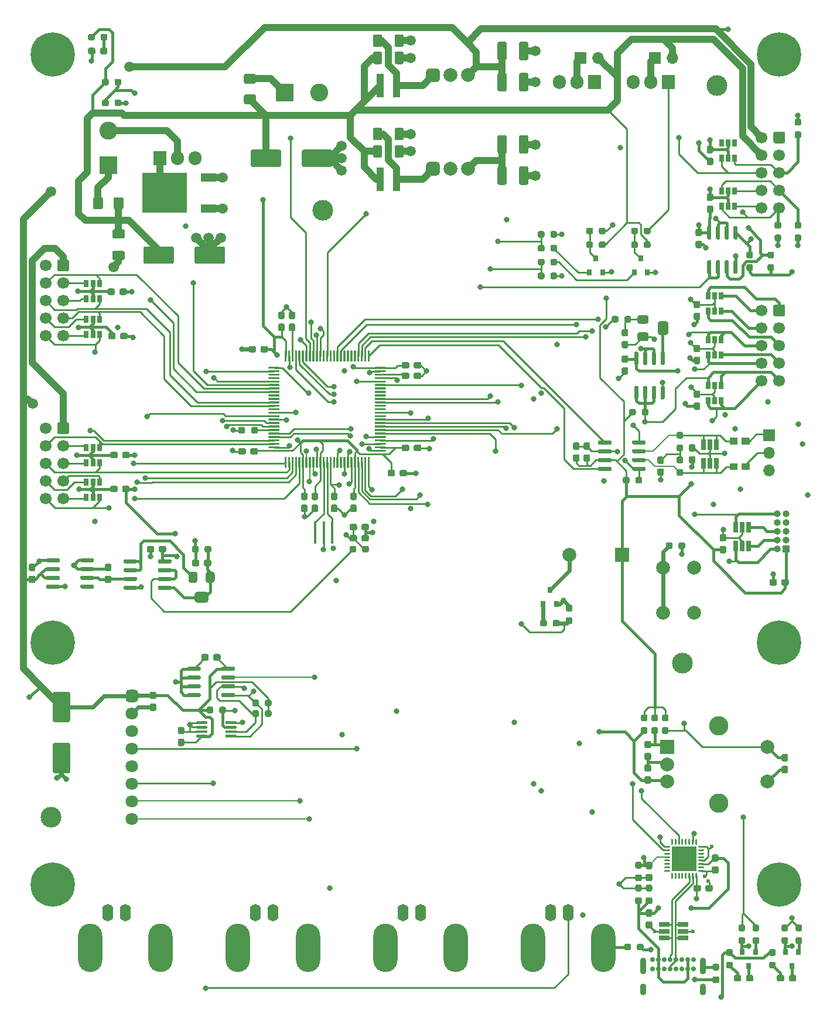
<source format=gbr>
%TF.GenerationSoftware,KiCad,Pcbnew,(5.1.10)-1*%
%TF.CreationDate,2021-12-22T14:35:30+01:00*%
%TF.ProjectId,vca_main_board,7663615f-6d61-4696-9e5f-626f6172642e,rev?*%
%TF.SameCoordinates,Original*%
%TF.FileFunction,Copper,L1,Top*%
%TF.FilePolarity,Positive*%
%FSLAX46Y46*%
G04 Gerber Fmt 4.6, Leading zero omitted, Abs format (unit mm)*
G04 Created by KiCad (PCBNEW (5.1.10)-1) date 2021-12-22 14:35:30*
%MOMM*%
%LPD*%
G01*
G04 APERTURE LIST*
%TA.AperFunction,SMDPad,CuDef*%
%ADD10R,0.650000X1.060000*%
%TD*%
%TA.AperFunction,ComponentPad*%
%ADD11C,1.700000*%
%TD*%
%TA.AperFunction,ComponentPad*%
%ADD12O,1.600000X2.500000*%
%TD*%
%TA.AperFunction,ComponentPad*%
%ADD13O,3.500000X7.000000*%
%TD*%
%TA.AperFunction,SMDPad,CuDef*%
%ADD14R,3.600000X3.600000*%
%TD*%
%TA.AperFunction,ComponentPad*%
%ADD15O,1.700000X1.700000*%
%TD*%
%TA.AperFunction,ComponentPad*%
%ADD16R,1.700000X1.700000*%
%TD*%
%TA.AperFunction,ComponentPad*%
%ADD17O,0.900000X1.700000*%
%TD*%
%TA.AperFunction,ComponentPad*%
%ADD18O,0.900000X2.400000*%
%TD*%
%TA.AperFunction,ComponentPad*%
%ADD19C,0.700000*%
%TD*%
%TA.AperFunction,ComponentPad*%
%ADD20C,0.800000*%
%TD*%
%TA.AperFunction,ComponentPad*%
%ADD21C,6.400000*%
%TD*%
%TA.AperFunction,ComponentPad*%
%ADD22C,3.000000*%
%TD*%
%TA.AperFunction,SMDPad,CuDef*%
%ADD23R,0.800000X0.900000*%
%TD*%
%TA.AperFunction,ComponentPad*%
%ADD24O,1.905000X2.000000*%
%TD*%
%TA.AperFunction,ComponentPad*%
%ADD25R,1.905000X2.000000*%
%TD*%
%TA.AperFunction,SMDPad,CuDef*%
%ADD26R,0.650000X1.560000*%
%TD*%
%TA.AperFunction,ComponentPad*%
%ADD27C,2.000000*%
%TD*%
%TA.AperFunction,ComponentPad*%
%ADD28R,2.000000X2.000000*%
%TD*%
%TA.AperFunction,SMDPad,CuDef*%
%ADD29R,0.400000X3.200000*%
%TD*%
%TA.AperFunction,ComponentPad*%
%ADD30C,1.800000*%
%TD*%
%TA.AperFunction,ComponentPad*%
%ADD31C,2.800000*%
%TD*%
%TA.AperFunction,ComponentPad*%
%ADD32R,1.000000X1.000000*%
%TD*%
%TA.AperFunction,ComponentPad*%
%ADD33O,1.000000X1.000000*%
%TD*%
%TA.AperFunction,ComponentPad*%
%ADD34C,2.600000*%
%TD*%
%TA.AperFunction,ComponentPad*%
%ADD35R,2.600000X2.600000*%
%TD*%
%TA.AperFunction,SMDPad,CuDef*%
%ADD36R,1.560000X0.650000*%
%TD*%
%TA.AperFunction,SMDPad,CuDef*%
%ADD37R,6.400000X5.800000*%
%TD*%
%TA.AperFunction,SMDPad,CuDef*%
%ADD38R,2.200000X1.200000*%
%TD*%
%TA.AperFunction,SMDPad,CuDef*%
%ADD39R,0.980000X3.400000*%
%TD*%
%TA.AperFunction,ViaPad*%
%ADD40C,0.800000*%
%TD*%
%TA.AperFunction,ViaPad*%
%ADD41C,1.500000*%
%TD*%
%TA.AperFunction,ViaPad*%
%ADD42C,0.600000*%
%TD*%
%TA.AperFunction,Conductor*%
%ADD43C,1.000000*%
%TD*%
%TA.AperFunction,Conductor*%
%ADD44C,0.250000*%
%TD*%
%TA.AperFunction,Conductor*%
%ADD45C,0.600000*%
%TD*%
%TA.AperFunction,Conductor*%
%ADD46C,0.400000*%
%TD*%
%TA.AperFunction,Conductor*%
%ADD47C,0.200000*%
%TD*%
G04 APERTURE END LIST*
%TO.P,C58,2*%
%TO.N,GND*%
%TA.AperFunction,SMDPad,CuDef*%
G36*
G01*
X85125000Y-110737500D02*
X85125000Y-110262500D01*
G75*
G02*
X85362500Y-110025000I237500J0D01*
G01*
X85962500Y-110025000D01*
G75*
G02*
X86200000Y-110262500I0J-237500D01*
G01*
X86200000Y-110737500D01*
G75*
G02*
X85962500Y-110975000I-237500J0D01*
G01*
X85362500Y-110975000D01*
G75*
G02*
X85125000Y-110737500I0J237500D01*
G01*
G37*
%TD.AperFunction*%
%TO.P,C58,1*%
%TO.N,+3V3*%
%TA.AperFunction,SMDPad,CuDef*%
G36*
G01*
X83400000Y-110737500D02*
X83400000Y-110262500D01*
G75*
G02*
X83637500Y-110025000I237500J0D01*
G01*
X84237500Y-110025000D01*
G75*
G02*
X84475000Y-110262500I0J-237500D01*
G01*
X84475000Y-110737500D01*
G75*
G02*
X84237500Y-110975000I-237500J0D01*
G01*
X83637500Y-110975000D01*
G75*
G02*
X83400000Y-110737500I0J237500D01*
G01*
G37*
%TD.AperFunction*%
%TD*%
%TO.P,R44,2*%
%TO.N,/VREF*%
%TA.AperFunction,SMDPad,CuDef*%
G36*
G01*
X79725000Y-121737500D02*
X79725000Y-121262500D01*
G75*
G02*
X79962500Y-121025000I237500J0D01*
G01*
X80462500Y-121025000D01*
G75*
G02*
X80700000Y-121262500I0J-237500D01*
G01*
X80700000Y-121737500D01*
G75*
G02*
X80462500Y-121975000I-237500J0D01*
G01*
X79962500Y-121975000D01*
G75*
G02*
X79725000Y-121737500I0J237500D01*
G01*
G37*
%TD.AperFunction*%
%TO.P,R44,1*%
%TO.N,Net-(R44-Pad1)*%
%TA.AperFunction,SMDPad,CuDef*%
G36*
G01*
X77900000Y-121737500D02*
X77900000Y-121262500D01*
G75*
G02*
X78137500Y-121025000I237500J0D01*
G01*
X78637500Y-121025000D01*
G75*
G02*
X78875000Y-121262500I0J-237500D01*
G01*
X78875000Y-121737500D01*
G75*
G02*
X78637500Y-121975000I-237500J0D01*
G01*
X78137500Y-121975000D01*
G75*
G02*
X77900000Y-121737500I0J237500D01*
G01*
G37*
%TD.AperFunction*%
%TD*%
%TO.P,C57,2*%
%TO.N,/MCU/Knob_S*%
%TA.AperFunction,SMDPad,CuDef*%
G36*
G01*
X141037500Y-152175000D02*
X140562500Y-152175000D01*
G75*
G02*
X140325000Y-151937500I0J237500D01*
G01*
X140325000Y-151337500D01*
G75*
G02*
X140562500Y-151100000I237500J0D01*
G01*
X141037500Y-151100000D01*
G75*
G02*
X141275000Y-151337500I0J-237500D01*
G01*
X141275000Y-151937500D01*
G75*
G02*
X141037500Y-152175000I-237500J0D01*
G01*
G37*
%TD.AperFunction*%
%TO.P,C57,1*%
%TO.N,GND*%
%TA.AperFunction,SMDPad,CuDef*%
G36*
G01*
X141037500Y-153900000D02*
X140562500Y-153900000D01*
G75*
G02*
X140325000Y-153662500I0J237500D01*
G01*
X140325000Y-153062500D01*
G75*
G02*
X140562500Y-152825000I237500J0D01*
G01*
X141037500Y-152825000D01*
G75*
G02*
X141275000Y-153062500I0J-237500D01*
G01*
X141275000Y-153662500D01*
G75*
G02*
X141037500Y-153900000I-237500J0D01*
G01*
G37*
%TD.AperFunction*%
%TD*%
%TO.P,C56,2*%
%TO.N,/MCU/Knob_A*%
%TA.AperFunction,SMDPad,CuDef*%
G36*
G01*
X121237500Y-150275000D02*
X120762500Y-150275000D01*
G75*
G02*
X120525000Y-150037500I0J237500D01*
G01*
X120525000Y-149437500D01*
G75*
G02*
X120762500Y-149200000I237500J0D01*
G01*
X121237500Y-149200000D01*
G75*
G02*
X121475000Y-149437500I0J-237500D01*
G01*
X121475000Y-150037500D01*
G75*
G02*
X121237500Y-150275000I-237500J0D01*
G01*
G37*
%TD.AperFunction*%
%TO.P,C56,1*%
%TO.N,GND*%
%TA.AperFunction,SMDPad,CuDef*%
G36*
G01*
X121237500Y-152000000D02*
X120762500Y-152000000D01*
G75*
G02*
X120525000Y-151762500I0J237500D01*
G01*
X120525000Y-151162500D01*
G75*
G02*
X120762500Y-150925000I237500J0D01*
G01*
X121237500Y-150925000D01*
G75*
G02*
X121475000Y-151162500I0J-237500D01*
G01*
X121475000Y-151762500D01*
G75*
G02*
X121237500Y-152000000I-237500J0D01*
G01*
G37*
%TD.AperFunction*%
%TD*%
%TO.P,C55,2*%
%TO.N,/MCU/Knob_B*%
%TA.AperFunction,SMDPad,CuDef*%
G36*
G01*
X120762500Y-154325000D02*
X121237500Y-154325000D01*
G75*
G02*
X121475000Y-154562500I0J-237500D01*
G01*
X121475000Y-155162500D01*
G75*
G02*
X121237500Y-155400000I-237500J0D01*
G01*
X120762500Y-155400000D01*
G75*
G02*
X120525000Y-155162500I0J237500D01*
G01*
X120525000Y-154562500D01*
G75*
G02*
X120762500Y-154325000I237500J0D01*
G01*
G37*
%TD.AperFunction*%
%TO.P,C55,1*%
%TO.N,GND*%
%TA.AperFunction,SMDPad,CuDef*%
G36*
G01*
X120762500Y-152600000D02*
X121237500Y-152600000D01*
G75*
G02*
X121475000Y-152837500I0J-237500D01*
G01*
X121475000Y-153437500D01*
G75*
G02*
X121237500Y-153675000I-237500J0D01*
G01*
X120762500Y-153675000D01*
G75*
G02*
X120525000Y-153437500I0J237500D01*
G01*
X120525000Y-152837500D01*
G75*
G02*
X120762500Y-152600000I237500J0D01*
G01*
G37*
%TD.AperFunction*%
%TD*%
%TO.P,C54,2*%
%TO.N,GND*%
%TA.AperFunction,SMDPad,CuDef*%
G36*
G01*
X79625000Y-120137500D02*
X79625000Y-119662500D01*
G75*
G02*
X79862500Y-119425000I237500J0D01*
G01*
X80462500Y-119425000D01*
G75*
G02*
X80700000Y-119662500I0J-237500D01*
G01*
X80700000Y-120137500D01*
G75*
G02*
X80462500Y-120375000I-237500J0D01*
G01*
X79862500Y-120375000D01*
G75*
G02*
X79625000Y-120137500I0J237500D01*
G01*
G37*
%TD.AperFunction*%
%TO.P,C54,1*%
%TO.N,/VREF*%
%TA.AperFunction,SMDPad,CuDef*%
G36*
G01*
X77900000Y-120137500D02*
X77900000Y-119662500D01*
G75*
G02*
X78137500Y-119425000I237500J0D01*
G01*
X78737500Y-119425000D01*
G75*
G02*
X78975000Y-119662500I0J-237500D01*
G01*
X78975000Y-120137500D01*
G75*
G02*
X78737500Y-120375000I-237500J0D01*
G01*
X78137500Y-120375000D01*
G75*
G02*
X77900000Y-120137500I0J237500D01*
G01*
G37*
%TD.AperFunction*%
%TD*%
%TO.P,C41,2*%
%TO.N,GND*%
%TA.AperFunction,SMDPad,CuDef*%
G36*
G01*
X64375000Y-92362500D02*
X64375000Y-92837500D01*
G75*
G02*
X64137500Y-93075000I-237500J0D01*
G01*
X63537500Y-93075000D01*
G75*
G02*
X63300000Y-92837500I0J237500D01*
G01*
X63300000Y-92362500D01*
G75*
G02*
X63537500Y-92125000I237500J0D01*
G01*
X64137500Y-92125000D01*
G75*
G02*
X64375000Y-92362500I0J-237500D01*
G01*
G37*
%TD.AperFunction*%
%TO.P,C41,1*%
%TO.N,+3V3*%
%TA.AperFunction,SMDPad,CuDef*%
G36*
G01*
X66100000Y-92362500D02*
X66100000Y-92837500D01*
G75*
G02*
X65862500Y-93075000I-237500J0D01*
G01*
X65262500Y-93075000D01*
G75*
G02*
X65025000Y-92837500I0J237500D01*
G01*
X65025000Y-92362500D01*
G75*
G02*
X65262500Y-92125000I237500J0D01*
G01*
X65862500Y-92125000D01*
G75*
G02*
X66100000Y-92362500I0J-237500D01*
G01*
G37*
%TD.AperFunction*%
%TD*%
%TO.P,C53,2*%
%TO.N,GND*%
%TA.AperFunction,SMDPad,CuDef*%
G36*
G01*
X79625000Y-118537500D02*
X79625000Y-118062500D01*
G75*
G02*
X79862500Y-117825000I237500J0D01*
G01*
X80462500Y-117825000D01*
G75*
G02*
X80700000Y-118062500I0J-237500D01*
G01*
X80700000Y-118537500D01*
G75*
G02*
X80462500Y-118775000I-237500J0D01*
G01*
X79862500Y-118775000D01*
G75*
G02*
X79625000Y-118537500I0J237500D01*
G01*
G37*
%TD.AperFunction*%
%TO.P,C53,1*%
%TO.N,/VREF*%
%TA.AperFunction,SMDPad,CuDef*%
G36*
G01*
X77900000Y-118537500D02*
X77900000Y-118062500D01*
G75*
G02*
X78137500Y-117825000I237500J0D01*
G01*
X78737500Y-117825000D01*
G75*
G02*
X78975000Y-118062500I0J-237500D01*
G01*
X78975000Y-118537500D01*
G75*
G02*
X78737500Y-118775000I-237500J0D01*
G01*
X78137500Y-118775000D01*
G75*
G02*
X77900000Y-118537500I0J237500D01*
G01*
G37*
%TD.AperFunction*%
%TD*%
%TO.P,C48,2*%
%TO.N,GND*%
%TA.AperFunction,SMDPad,CuDef*%
G36*
G01*
X44375000Y-112562500D02*
X44375000Y-113037500D01*
G75*
G02*
X44137500Y-113275000I-237500J0D01*
G01*
X43537500Y-113275000D01*
G75*
G02*
X43300000Y-113037500I0J237500D01*
G01*
X43300000Y-112562500D01*
G75*
G02*
X43537500Y-112325000I237500J0D01*
G01*
X44137500Y-112325000D01*
G75*
G02*
X44375000Y-112562500I0J-237500D01*
G01*
G37*
%TD.AperFunction*%
%TO.P,C48,1*%
%TO.N,+5V*%
%TA.AperFunction,SMDPad,CuDef*%
G36*
G01*
X46100000Y-112562500D02*
X46100000Y-113037500D01*
G75*
G02*
X45862500Y-113275000I-237500J0D01*
G01*
X45262500Y-113275000D01*
G75*
G02*
X45025000Y-113037500I0J237500D01*
G01*
X45025000Y-112562500D01*
G75*
G02*
X45262500Y-112325000I237500J0D01*
G01*
X45862500Y-112325000D01*
G75*
G02*
X46100000Y-112562500I0J-237500D01*
G01*
G37*
%TD.AperFunction*%
%TD*%
%TO.P,C19,2*%
%TO.N,GND*%
%TA.AperFunction,SMDPad,CuDef*%
G36*
G01*
X44075000Y-90462500D02*
X44075000Y-90937500D01*
G75*
G02*
X43837500Y-91175000I-237500J0D01*
G01*
X43237500Y-91175000D01*
G75*
G02*
X43000000Y-90937500I0J237500D01*
G01*
X43000000Y-90462500D01*
G75*
G02*
X43237500Y-90225000I237500J0D01*
G01*
X43837500Y-90225000D01*
G75*
G02*
X44075000Y-90462500I0J-237500D01*
G01*
G37*
%TD.AperFunction*%
%TO.P,C19,1*%
%TO.N,+5V*%
%TA.AperFunction,SMDPad,CuDef*%
G36*
G01*
X45800000Y-90462500D02*
X45800000Y-90937500D01*
G75*
G02*
X45562500Y-91175000I-237500J0D01*
G01*
X44962500Y-91175000D01*
G75*
G02*
X44725000Y-90937500I0J237500D01*
G01*
X44725000Y-90462500D01*
G75*
G02*
X44962500Y-90225000I237500J0D01*
G01*
X45562500Y-90225000D01*
G75*
G02*
X45800000Y-90462500I0J-237500D01*
G01*
G37*
%TD.AperFunction*%
%TD*%
%TO.P,C17,2*%
%TO.N,GND*%
%TA.AperFunction,SMDPad,CuDef*%
G36*
G01*
X44375000Y-107662500D02*
X44375000Y-108137500D01*
G75*
G02*
X44137500Y-108375000I-237500J0D01*
G01*
X43537500Y-108375000D01*
G75*
G02*
X43300000Y-108137500I0J237500D01*
G01*
X43300000Y-107662500D01*
G75*
G02*
X43537500Y-107425000I237500J0D01*
G01*
X44137500Y-107425000D01*
G75*
G02*
X44375000Y-107662500I0J-237500D01*
G01*
G37*
%TD.AperFunction*%
%TO.P,C17,1*%
%TO.N,+5V*%
%TA.AperFunction,SMDPad,CuDef*%
G36*
G01*
X46100000Y-107662500D02*
X46100000Y-108137500D01*
G75*
G02*
X45862500Y-108375000I-237500J0D01*
G01*
X45262500Y-108375000D01*
G75*
G02*
X45025000Y-108137500I0J237500D01*
G01*
X45025000Y-107662500D01*
G75*
G02*
X45262500Y-107425000I237500J0D01*
G01*
X45862500Y-107425000D01*
G75*
G02*
X46100000Y-107662500I0J-237500D01*
G01*
G37*
%TD.AperFunction*%
%TD*%
%TO.P,C14,2*%
%TO.N,GND*%
%TA.AperFunction,SMDPad,CuDef*%
G36*
G01*
X43975000Y-84062500D02*
X43975000Y-84537500D01*
G75*
G02*
X43737500Y-84775000I-237500J0D01*
G01*
X43137500Y-84775000D01*
G75*
G02*
X42900000Y-84537500I0J237500D01*
G01*
X42900000Y-84062500D01*
G75*
G02*
X43137500Y-83825000I237500J0D01*
G01*
X43737500Y-83825000D01*
G75*
G02*
X43975000Y-84062500I0J-237500D01*
G01*
G37*
%TD.AperFunction*%
%TO.P,C14,1*%
%TO.N,+5V*%
%TA.AperFunction,SMDPad,CuDef*%
G36*
G01*
X45700000Y-84062500D02*
X45700000Y-84537500D01*
G75*
G02*
X45462500Y-84775000I-237500J0D01*
G01*
X44862500Y-84775000D01*
G75*
G02*
X44625000Y-84537500I0J237500D01*
G01*
X44625000Y-84062500D01*
G75*
G02*
X44862500Y-83825000I237500J0D01*
G01*
X45462500Y-83825000D01*
G75*
G02*
X45700000Y-84062500I0J-237500D01*
G01*
G37*
%TD.AperFunction*%
%TD*%
D10*
%TO.P,D16,5*%
%TO.N,GND*%
X40800000Y-114000000D03*
%TO.P,D16,6*%
%TO.N,/EXTB_7*%
X41750000Y-114000000D03*
%TO.P,D16,4*%
%TO.N,/EXTB_6*%
X39850000Y-114000000D03*
%TO.P,D16,3*%
%TO.N,/EXTB_5*%
X39850000Y-111800000D03*
%TO.P,D16,2*%
%TO.N,GND*%
X40800000Y-111800000D03*
%TO.P,D16,1*%
%TO.N,/EXTB_4*%
X41750000Y-111800000D03*
%TD*%
%TO.P,D15,5*%
%TO.N,GND*%
X40800000Y-109000000D03*
%TO.P,D15,6*%
%TO.N,/EXTB_3*%
X41750000Y-109000000D03*
%TO.P,D15,4*%
%TO.N,/EXTB_2*%
X39850000Y-109000000D03*
%TO.P,D15,3*%
%TO.N,/EXTB_0*%
X39850000Y-106800000D03*
%TO.P,D15,2*%
%TO.N,GND*%
X40800000Y-106800000D03*
%TO.P,D15,1*%
%TO.N,/EXTB_1*%
X41750000Y-106800000D03*
%TD*%
%TO.P,D14,5*%
%TO.N,GND*%
X40800000Y-90500000D03*
%TO.P,D14,6*%
%TO.N,/EXTA_7*%
X41750000Y-90500000D03*
%TO.P,D14,4*%
%TO.N,/EXTA_6*%
X39850000Y-90500000D03*
%TO.P,D14,3*%
%TO.N,/EXTA_5*%
X39850000Y-88300000D03*
%TO.P,D14,2*%
%TO.N,GND*%
X40800000Y-88300000D03*
%TO.P,D14,1*%
%TO.N,/EXTA_4*%
X41750000Y-88300000D03*
%TD*%
%TO.P,D13,5*%
%TO.N,GND*%
X40800000Y-85300000D03*
%TO.P,D13,6*%
%TO.N,/EXTA_3*%
X41750000Y-85300000D03*
%TO.P,D13,4*%
%TO.N,/EXTA_2*%
X39850000Y-85300000D03*
%TO.P,D13,3*%
%TO.N,/EXTA_0*%
X39850000Y-83100000D03*
%TO.P,D13,2*%
%TO.N,GND*%
X40800000Y-83100000D03*
%TO.P,D13,1*%
%TO.N,/EXTA_1*%
X41750000Y-83100000D03*
%TD*%
D11*
%TO.P,J12,10*%
%TO.N,/EXTB_7*%
X33960000Y-114160000D03*
%TO.P,J12,8*%
%TO.N,/EXTB_5*%
X33960000Y-111620000D03*
%TO.P,J12,6*%
%TO.N,/EXTB_3*%
X33960000Y-109080000D03*
%TO.P,J12,4*%
%TO.N,/EXTB_1*%
X33960000Y-106540000D03*
%TO.P,J12,2*%
%TO.N,GND*%
X33960000Y-104000000D03*
%TO.P,J12,9*%
%TO.N,/EXTB_6*%
X36500000Y-114160000D03*
%TO.P,J12,7*%
%TO.N,/EXTB_4*%
X36500000Y-111620000D03*
%TO.P,J12,5*%
%TO.N,/EXTB_2*%
X36500000Y-109080000D03*
%TO.P,J12,3*%
%TO.N,/EXTB_0*%
X36500000Y-106540000D03*
%TO.P,J12,1*%
%TO.N,+5V*%
%TA.AperFunction,ComponentPad*%
G36*
G01*
X37350000Y-103400000D02*
X37350000Y-104600000D01*
G75*
G02*
X37100000Y-104850000I-250000J0D01*
G01*
X35900000Y-104850000D01*
G75*
G02*
X35650000Y-104600000I0J250000D01*
G01*
X35650000Y-103400000D01*
G75*
G02*
X35900000Y-103150000I250000J0D01*
G01*
X37100000Y-103150000D01*
G75*
G02*
X37350000Y-103400000I0J-250000D01*
G01*
G37*
%TD.AperFunction*%
%TD*%
D10*
%TO.P,D12,5*%
%TO.N,GND*%
X132600000Y-65000000D03*
%TO.P,D12,6*%
%TO.N,/Mirror_Enc_A*%
X133550000Y-65000000D03*
%TO.P,D12,4*%
%TO.N,/Coil_Fans*%
X131650000Y-65000000D03*
%TO.P,D12,3*%
%TO.N,N/C*%
X131650000Y-62800000D03*
%TO.P,D12,2*%
%TO.N,GND*%
X132600000Y-62800000D03*
%TO.P,D12,1*%
%TO.N,N/C*%
X133550000Y-62800000D03*
%TD*%
%TO.P,D11,5*%
%TO.N,GND*%
X132600000Y-71900000D03*
%TO.P,D11,6*%
%TO.N,/Device connenction/THERMISTOR_2*%
X133550000Y-71900000D03*
%TO.P,D11,4*%
%TO.N,/Mirror_Enc_Z*%
X131650000Y-71900000D03*
%TO.P,D11,3*%
%TO.N,/Mirror_Enc_B*%
X131650000Y-69700000D03*
%TO.P,D11,2*%
%TO.N,GND*%
X132600000Y-69700000D03*
%TO.P,D11,1*%
%TO.N,/Device connenction/THERMISTOR_1*%
X133550000Y-69700000D03*
%TD*%
%TO.P,C10,2*%
%TO.N,GND*%
%TA.AperFunction,SMDPad,CuDef*%
G36*
G01*
X130237500Y-64275000D02*
X129762500Y-64275000D01*
G75*
G02*
X129525000Y-64037500I0J237500D01*
G01*
X129525000Y-63437500D01*
G75*
G02*
X129762500Y-63200000I237500J0D01*
G01*
X130237500Y-63200000D01*
G75*
G02*
X130475000Y-63437500I0J-237500D01*
G01*
X130475000Y-64037500D01*
G75*
G02*
X130237500Y-64275000I-237500J0D01*
G01*
G37*
%TD.AperFunction*%
%TO.P,C10,1*%
%TO.N,+5V*%
%TA.AperFunction,SMDPad,CuDef*%
G36*
G01*
X130237500Y-66000000D02*
X129762500Y-66000000D01*
G75*
G02*
X129525000Y-65762500I0J237500D01*
G01*
X129525000Y-65162500D01*
G75*
G02*
X129762500Y-64925000I237500J0D01*
G01*
X130237500Y-64925000D01*
G75*
G02*
X130475000Y-65162500I0J-237500D01*
G01*
X130475000Y-65762500D01*
G75*
G02*
X130237500Y-66000000I-237500J0D01*
G01*
G37*
%TD.AperFunction*%
%TD*%
%TO.P,C4,2*%
%TO.N,GND*%
%TA.AperFunction,SMDPad,CuDef*%
G36*
G01*
X130237500Y-71175000D02*
X129762500Y-71175000D01*
G75*
G02*
X129525000Y-70937500I0J237500D01*
G01*
X129525000Y-70337500D01*
G75*
G02*
X129762500Y-70100000I237500J0D01*
G01*
X130237500Y-70100000D01*
G75*
G02*
X130475000Y-70337500I0J-237500D01*
G01*
X130475000Y-70937500D01*
G75*
G02*
X130237500Y-71175000I-237500J0D01*
G01*
G37*
%TD.AperFunction*%
%TO.P,C4,1*%
%TO.N,+5V*%
%TA.AperFunction,SMDPad,CuDef*%
G36*
G01*
X130237500Y-72900000D02*
X129762500Y-72900000D01*
G75*
G02*
X129525000Y-72662500I0J237500D01*
G01*
X129525000Y-72062500D01*
G75*
G02*
X129762500Y-71825000I237500J0D01*
G01*
X130237500Y-71825000D01*
G75*
G02*
X130475000Y-72062500I0J-237500D01*
G01*
X130475000Y-72662500D01*
G75*
G02*
X130237500Y-72900000I-237500J0D01*
G01*
G37*
%TD.AperFunction*%
%TD*%
D12*
%TO.P,J15,2*%
%TO.N,GND*%
X42960000Y-174000000D03*
%TO.P,J15,1*%
%TO.N,/GPIO_B*%
X45500000Y-174000000D03*
D13*
%TO.P,J15,2*%
%TO.N,GND*%
X50580000Y-179080000D03*
X40420000Y-179080000D03*
%TD*%
D12*
%TO.P,J14,2*%
%TO.N,GND*%
X64293333Y-174000000D03*
%TO.P,J14,1*%
%TO.N,/GPIO_A*%
X66833333Y-174000000D03*
D13*
%TO.P,J14,2*%
%TO.N,GND*%
X71913333Y-179080000D03*
X61753333Y-179080000D03*
%TD*%
D12*
%TO.P,J13,2*%
%TO.N,GND*%
X85626666Y-174000000D03*
%TO.P,J13,1*%
%TO.N,/Mirror_Enc_B*%
X88166666Y-174000000D03*
D13*
%TO.P,J13,2*%
%TO.N,GND*%
X93246666Y-179080000D03*
X83086666Y-179080000D03*
%TD*%
D12*
%TO.P,J7,2*%
%TO.N,GND*%
X106960000Y-174000000D03*
%TO.P,J7,1*%
%TO.N,/Mirror_Enc_A*%
X109500000Y-174000000D03*
D13*
%TO.P,J7,2*%
%TO.N,GND*%
X114580000Y-179080000D03*
X104420000Y-179080000D03*
%TD*%
D14*
%TO.P,U3,33*%
%TO.N,N/C*%
X126250000Y-166250000D03*
%TO.P,U3,32*%
%TA.AperFunction,SMDPad,CuDef*%
G36*
G01*
X124375000Y-164137500D02*
X124375000Y-163462500D01*
G75*
G02*
X124437500Y-163400000I62500J0D01*
G01*
X124562500Y-163400000D01*
G75*
G02*
X124625000Y-163462500I0J-62500D01*
G01*
X124625000Y-164137500D01*
G75*
G02*
X124562500Y-164200000I-62500J0D01*
G01*
X124437500Y-164200000D01*
G75*
G02*
X124375000Y-164137500I0J62500D01*
G01*
G37*
%TD.AperFunction*%
%TO.P,U3,31*%
%TA.AperFunction,SMDPad,CuDef*%
G36*
G01*
X124875000Y-164137500D02*
X124875000Y-163462500D01*
G75*
G02*
X124937500Y-163400000I62500J0D01*
G01*
X125062500Y-163400000D01*
G75*
G02*
X125125000Y-163462500I0J-62500D01*
G01*
X125125000Y-164137500D01*
G75*
G02*
X125062500Y-164200000I-62500J0D01*
G01*
X124937500Y-164200000D01*
G75*
G02*
X124875000Y-164137500I0J62500D01*
G01*
G37*
%TD.AperFunction*%
%TO.P,U3,30*%
%TO.N,/MCU/USB_TX*%
%TA.AperFunction,SMDPad,CuDef*%
G36*
G01*
X125375000Y-164137500D02*
X125375000Y-163462500D01*
G75*
G02*
X125437500Y-163400000I62500J0D01*
G01*
X125562500Y-163400000D01*
G75*
G02*
X125625000Y-163462500I0J-62500D01*
G01*
X125625000Y-164137500D01*
G75*
G02*
X125562500Y-164200000I-62500J0D01*
G01*
X125437500Y-164200000D01*
G75*
G02*
X125375000Y-164137500I0J62500D01*
G01*
G37*
%TD.AperFunction*%
%TO.P,U3,29*%
%TO.N,N/C*%
%TA.AperFunction,SMDPad,CuDef*%
G36*
G01*
X125875000Y-164137500D02*
X125875000Y-163462500D01*
G75*
G02*
X125937500Y-163400000I62500J0D01*
G01*
X126062500Y-163400000D01*
G75*
G02*
X126125000Y-163462500I0J-62500D01*
G01*
X126125000Y-164137500D01*
G75*
G02*
X126062500Y-164200000I-62500J0D01*
G01*
X125937500Y-164200000D01*
G75*
G02*
X125875000Y-164137500I0J62500D01*
G01*
G37*
%TD.AperFunction*%
%TO.P,U3,28*%
%TA.AperFunction,SMDPad,CuDef*%
G36*
G01*
X126375000Y-164137500D02*
X126375000Y-163462500D01*
G75*
G02*
X126437500Y-163400000I62500J0D01*
G01*
X126562500Y-163400000D01*
G75*
G02*
X126625000Y-163462500I0J-62500D01*
G01*
X126625000Y-164137500D01*
G75*
G02*
X126562500Y-164200000I-62500J0D01*
G01*
X126437500Y-164200000D01*
G75*
G02*
X126375000Y-164137500I0J62500D01*
G01*
G37*
%TD.AperFunction*%
%TO.P,U3,27*%
%TA.AperFunction,SMDPad,CuDef*%
G36*
G01*
X126875000Y-164137500D02*
X126875000Y-163462500D01*
G75*
G02*
X126937500Y-163400000I62500J0D01*
G01*
X127062500Y-163400000D01*
G75*
G02*
X127125000Y-163462500I0J-62500D01*
G01*
X127125000Y-164137500D01*
G75*
G02*
X127062500Y-164200000I-62500J0D01*
G01*
X126937500Y-164200000D01*
G75*
G02*
X126875000Y-164137500I0J62500D01*
G01*
G37*
%TD.AperFunction*%
%TO.P,U3,26*%
%TO.N,GND*%
%TA.AperFunction,SMDPad,CuDef*%
G36*
G01*
X127375000Y-164137500D02*
X127375000Y-163462500D01*
G75*
G02*
X127437500Y-163400000I62500J0D01*
G01*
X127562500Y-163400000D01*
G75*
G02*
X127625000Y-163462500I0J-62500D01*
G01*
X127625000Y-164137500D01*
G75*
G02*
X127562500Y-164200000I-62500J0D01*
G01*
X127437500Y-164200000D01*
G75*
G02*
X127375000Y-164137500I0J62500D01*
G01*
G37*
%TD.AperFunction*%
%TO.P,U3,25*%
%TO.N,N/C*%
%TA.AperFunction,SMDPad,CuDef*%
G36*
G01*
X127875000Y-164137500D02*
X127875000Y-163462500D01*
G75*
G02*
X127937500Y-163400000I62500J0D01*
G01*
X128062500Y-163400000D01*
G75*
G02*
X128125000Y-163462500I0J-62500D01*
G01*
X128125000Y-164137500D01*
G75*
G02*
X128062500Y-164200000I-62500J0D01*
G01*
X127937500Y-164200000D01*
G75*
G02*
X127875000Y-164137500I0J62500D01*
G01*
G37*
%TD.AperFunction*%
%TO.P,U3,24*%
%TO.N,GND*%
%TA.AperFunction,SMDPad,CuDef*%
G36*
G01*
X128300000Y-164562500D02*
X128300000Y-164437500D01*
G75*
G02*
X128362500Y-164375000I62500J0D01*
G01*
X129037500Y-164375000D01*
G75*
G02*
X129100000Y-164437500I0J-62500D01*
G01*
X129100000Y-164562500D01*
G75*
G02*
X129037500Y-164625000I-62500J0D01*
G01*
X128362500Y-164625000D01*
G75*
G02*
X128300000Y-164562500I0J62500D01*
G01*
G37*
%TD.AperFunction*%
%TO.P,U3,23*%
%TO.N,N/C*%
%TA.AperFunction,SMDPad,CuDef*%
G36*
G01*
X128300000Y-165062500D02*
X128300000Y-164937500D01*
G75*
G02*
X128362500Y-164875000I62500J0D01*
G01*
X129037500Y-164875000D01*
G75*
G02*
X129100000Y-164937500I0J-62500D01*
G01*
X129100000Y-165062500D01*
G75*
G02*
X129037500Y-165125000I-62500J0D01*
G01*
X128362500Y-165125000D01*
G75*
G02*
X128300000Y-165062500I0J62500D01*
G01*
G37*
%TD.AperFunction*%
%TO.P,U3,22*%
%TA.AperFunction,SMDPad,CuDef*%
G36*
G01*
X128300000Y-165562500D02*
X128300000Y-165437500D01*
G75*
G02*
X128362500Y-165375000I62500J0D01*
G01*
X129037500Y-165375000D01*
G75*
G02*
X129100000Y-165437500I0J-62500D01*
G01*
X129100000Y-165562500D01*
G75*
G02*
X129037500Y-165625000I-62500J0D01*
G01*
X128362500Y-165625000D01*
G75*
G02*
X128300000Y-165562500I0J62500D01*
G01*
G37*
%TD.AperFunction*%
%TO.P,U3,21*%
%TA.AperFunction,SMDPad,CuDef*%
G36*
G01*
X128300000Y-166062500D02*
X128300000Y-165937500D01*
G75*
G02*
X128362500Y-165875000I62500J0D01*
G01*
X129037500Y-165875000D01*
G75*
G02*
X129100000Y-165937500I0J-62500D01*
G01*
X129100000Y-166062500D01*
G75*
G02*
X129037500Y-166125000I-62500J0D01*
G01*
X128362500Y-166125000D01*
G75*
G02*
X128300000Y-166062500I0J62500D01*
G01*
G37*
%TD.AperFunction*%
%TO.P,U3,20*%
%TO.N,GND*%
%TA.AperFunction,SMDPad,CuDef*%
G36*
G01*
X128300000Y-166562500D02*
X128300000Y-166437500D01*
G75*
G02*
X128362500Y-166375000I62500J0D01*
G01*
X129037500Y-166375000D01*
G75*
G02*
X129100000Y-166437500I0J-62500D01*
G01*
X129100000Y-166562500D01*
G75*
G02*
X129037500Y-166625000I-62500J0D01*
G01*
X128362500Y-166625000D01*
G75*
G02*
X128300000Y-166562500I0J62500D01*
G01*
G37*
%TD.AperFunction*%
%TO.P,U3,19*%
%TO.N,VBUS*%
%TA.AperFunction,SMDPad,CuDef*%
G36*
G01*
X128300000Y-167062500D02*
X128300000Y-166937500D01*
G75*
G02*
X128362500Y-166875000I62500J0D01*
G01*
X129037500Y-166875000D01*
G75*
G02*
X129100000Y-166937500I0J-62500D01*
G01*
X129100000Y-167062500D01*
G75*
G02*
X129037500Y-167125000I-62500J0D01*
G01*
X128362500Y-167125000D01*
G75*
G02*
X128300000Y-167062500I0J62500D01*
G01*
G37*
%TD.AperFunction*%
%TO.P,U3,18*%
%TO.N,N/C*%
%TA.AperFunction,SMDPad,CuDef*%
G36*
G01*
X128300000Y-167562500D02*
X128300000Y-167437500D01*
G75*
G02*
X128362500Y-167375000I62500J0D01*
G01*
X129037500Y-167375000D01*
G75*
G02*
X129100000Y-167437500I0J-62500D01*
G01*
X129100000Y-167562500D01*
G75*
G02*
X129037500Y-167625000I-62500J0D01*
G01*
X128362500Y-167625000D01*
G75*
G02*
X128300000Y-167562500I0J62500D01*
G01*
G37*
%TD.AperFunction*%
%TO.P,U3,17*%
%TO.N,GND*%
%TA.AperFunction,SMDPad,CuDef*%
G36*
G01*
X128300000Y-168062500D02*
X128300000Y-167937500D01*
G75*
G02*
X128362500Y-167875000I62500J0D01*
G01*
X129037500Y-167875000D01*
G75*
G02*
X129100000Y-167937500I0J-62500D01*
G01*
X129100000Y-168062500D01*
G75*
G02*
X129037500Y-168125000I-62500J0D01*
G01*
X128362500Y-168125000D01*
G75*
G02*
X128300000Y-168062500I0J62500D01*
G01*
G37*
%TD.AperFunction*%
%TO.P,U3,16*%
%TO.N,Net-(C42-Pad1)*%
%TA.AperFunction,SMDPad,CuDef*%
G36*
G01*
X127875000Y-169037500D02*
X127875000Y-168362500D01*
G75*
G02*
X127937500Y-168300000I62500J0D01*
G01*
X128062500Y-168300000D01*
G75*
G02*
X128125000Y-168362500I0J-62500D01*
G01*
X128125000Y-169037500D01*
G75*
G02*
X128062500Y-169100000I-62500J0D01*
G01*
X127937500Y-169100000D01*
G75*
G02*
X127875000Y-169037500I0J62500D01*
G01*
G37*
%TD.AperFunction*%
%TO.P,U3,15*%
%TO.N,/MCU/peripherals/DM*%
%TA.AperFunction,SMDPad,CuDef*%
G36*
G01*
X127375000Y-169037500D02*
X127375000Y-168362500D01*
G75*
G02*
X127437500Y-168300000I62500J0D01*
G01*
X127562500Y-168300000D01*
G75*
G02*
X127625000Y-168362500I0J-62500D01*
G01*
X127625000Y-169037500D01*
G75*
G02*
X127562500Y-169100000I-62500J0D01*
G01*
X127437500Y-169100000D01*
G75*
G02*
X127375000Y-169037500I0J62500D01*
G01*
G37*
%TD.AperFunction*%
%TO.P,U3,14*%
%TO.N,/MCU/peripherals/DP*%
%TA.AperFunction,SMDPad,CuDef*%
G36*
G01*
X126875000Y-169037500D02*
X126875000Y-168362500D01*
G75*
G02*
X126937500Y-168300000I62500J0D01*
G01*
X127062500Y-168300000D01*
G75*
G02*
X127125000Y-168362500I0J-62500D01*
G01*
X127125000Y-169037500D01*
G75*
G02*
X127062500Y-169100000I-62500J0D01*
G01*
X126937500Y-169100000D01*
G75*
G02*
X126875000Y-169037500I0J62500D01*
G01*
G37*
%TD.AperFunction*%
%TO.P,U3,13*%
%TO.N,N/C*%
%TA.AperFunction,SMDPad,CuDef*%
G36*
G01*
X126375000Y-169037500D02*
X126375000Y-168362500D01*
G75*
G02*
X126437500Y-168300000I62500J0D01*
G01*
X126562500Y-168300000D01*
G75*
G02*
X126625000Y-168362500I0J-62500D01*
G01*
X126625000Y-169037500D01*
G75*
G02*
X126562500Y-169100000I-62500J0D01*
G01*
X126437500Y-169100000D01*
G75*
G02*
X126375000Y-169037500I0J62500D01*
G01*
G37*
%TD.AperFunction*%
%TO.P,U3,12*%
%TA.AperFunction,SMDPad,CuDef*%
G36*
G01*
X125875000Y-169037500D02*
X125875000Y-168362500D01*
G75*
G02*
X125937500Y-168300000I62500J0D01*
G01*
X126062500Y-168300000D01*
G75*
G02*
X126125000Y-168362500I0J-62500D01*
G01*
X126125000Y-169037500D01*
G75*
G02*
X126062500Y-169100000I-62500J0D01*
G01*
X125937500Y-169100000D01*
G75*
G02*
X125875000Y-169037500I0J62500D01*
G01*
G37*
%TD.AperFunction*%
%TO.P,U3,11*%
%TA.AperFunction,SMDPad,CuDef*%
G36*
G01*
X125375000Y-169037500D02*
X125375000Y-168362500D01*
G75*
G02*
X125437500Y-168300000I62500J0D01*
G01*
X125562500Y-168300000D01*
G75*
G02*
X125625000Y-168362500I0J-62500D01*
G01*
X125625000Y-169037500D01*
G75*
G02*
X125562500Y-169100000I-62500J0D01*
G01*
X125437500Y-169100000D01*
G75*
G02*
X125375000Y-169037500I0J62500D01*
G01*
G37*
%TD.AperFunction*%
%TO.P,U3,10*%
%TA.AperFunction,SMDPad,CuDef*%
G36*
G01*
X124875000Y-169037500D02*
X124875000Y-168362500D01*
G75*
G02*
X124937500Y-168300000I62500J0D01*
G01*
X125062500Y-168300000D01*
G75*
G02*
X125125000Y-168362500I0J-62500D01*
G01*
X125125000Y-169037500D01*
G75*
G02*
X125062500Y-169100000I-62500J0D01*
G01*
X124937500Y-169100000D01*
G75*
G02*
X124875000Y-169037500I0J62500D01*
G01*
G37*
%TD.AperFunction*%
%TO.P,U3,9*%
%TA.AperFunction,SMDPad,CuDef*%
G36*
G01*
X124375000Y-169037500D02*
X124375000Y-168362500D01*
G75*
G02*
X124437500Y-168300000I62500J0D01*
G01*
X124562500Y-168300000D01*
G75*
G02*
X124625000Y-168362500I0J-62500D01*
G01*
X124625000Y-169037500D01*
G75*
G02*
X124562500Y-169100000I-62500J0D01*
G01*
X124437500Y-169100000D01*
G75*
G02*
X124375000Y-169037500I0J62500D01*
G01*
G37*
%TD.AperFunction*%
%TO.P,U3,8*%
%TA.AperFunction,SMDPad,CuDef*%
G36*
G01*
X123400000Y-168062500D02*
X123400000Y-167937500D01*
G75*
G02*
X123462500Y-167875000I62500J0D01*
G01*
X124137500Y-167875000D01*
G75*
G02*
X124200000Y-167937500I0J-62500D01*
G01*
X124200000Y-168062500D01*
G75*
G02*
X124137500Y-168125000I-62500J0D01*
G01*
X123462500Y-168125000D01*
G75*
G02*
X123400000Y-168062500I0J62500D01*
G01*
G37*
%TD.AperFunction*%
%TO.P,U3,7*%
%TA.AperFunction,SMDPad,CuDef*%
G36*
G01*
X123400000Y-167562500D02*
X123400000Y-167437500D01*
G75*
G02*
X123462500Y-167375000I62500J0D01*
G01*
X124137500Y-167375000D01*
G75*
G02*
X124200000Y-167437500I0J-62500D01*
G01*
X124200000Y-167562500D01*
G75*
G02*
X124137500Y-167625000I-62500J0D01*
G01*
X123462500Y-167625000D01*
G75*
G02*
X123400000Y-167562500I0J62500D01*
G01*
G37*
%TD.AperFunction*%
%TO.P,U3,6*%
%TA.AperFunction,SMDPad,CuDef*%
G36*
G01*
X123400000Y-167062500D02*
X123400000Y-166937500D01*
G75*
G02*
X123462500Y-166875000I62500J0D01*
G01*
X124137500Y-166875000D01*
G75*
G02*
X124200000Y-166937500I0J-62500D01*
G01*
X124200000Y-167062500D01*
G75*
G02*
X124137500Y-167125000I-62500J0D01*
G01*
X123462500Y-167125000D01*
G75*
G02*
X123400000Y-167062500I0J62500D01*
G01*
G37*
%TD.AperFunction*%
%TO.P,U3,5*%
%TA.AperFunction,SMDPad,CuDef*%
G36*
G01*
X123400000Y-166562500D02*
X123400000Y-166437500D01*
G75*
G02*
X123462500Y-166375000I62500J0D01*
G01*
X124137500Y-166375000D01*
G75*
G02*
X124200000Y-166437500I0J-62500D01*
G01*
X124200000Y-166562500D01*
G75*
G02*
X124137500Y-166625000I-62500J0D01*
G01*
X123462500Y-166625000D01*
G75*
G02*
X123400000Y-166562500I0J62500D01*
G01*
G37*
%TD.AperFunction*%
%TO.P,U3,4*%
%TO.N,GND*%
%TA.AperFunction,SMDPad,CuDef*%
G36*
G01*
X123400000Y-166062500D02*
X123400000Y-165937500D01*
G75*
G02*
X123462500Y-165875000I62500J0D01*
G01*
X124137500Y-165875000D01*
G75*
G02*
X124200000Y-165937500I0J-62500D01*
G01*
X124200000Y-166062500D01*
G75*
G02*
X124137500Y-166125000I-62500J0D01*
G01*
X123462500Y-166125000D01*
G75*
G02*
X123400000Y-166062500I0J62500D01*
G01*
G37*
%TD.AperFunction*%
%TO.P,U3,3*%
%TO.N,N/C*%
%TA.AperFunction,SMDPad,CuDef*%
G36*
G01*
X123400000Y-165562500D02*
X123400000Y-165437500D01*
G75*
G02*
X123462500Y-165375000I62500J0D01*
G01*
X124137500Y-165375000D01*
G75*
G02*
X124200000Y-165437500I0J-62500D01*
G01*
X124200000Y-165562500D01*
G75*
G02*
X124137500Y-165625000I-62500J0D01*
G01*
X123462500Y-165625000D01*
G75*
G02*
X123400000Y-165562500I0J62500D01*
G01*
G37*
%TD.AperFunction*%
%TO.P,U3,2*%
%TO.N,/MCU/USB_RX*%
%TA.AperFunction,SMDPad,CuDef*%
G36*
G01*
X123400000Y-165062500D02*
X123400000Y-164937500D01*
G75*
G02*
X123462500Y-164875000I62500J0D01*
G01*
X124137500Y-164875000D01*
G75*
G02*
X124200000Y-164937500I0J-62500D01*
G01*
X124200000Y-165062500D01*
G75*
G02*
X124137500Y-165125000I-62500J0D01*
G01*
X123462500Y-165125000D01*
G75*
G02*
X123400000Y-165062500I0J62500D01*
G01*
G37*
%TD.AperFunction*%
%TO.P,U3,1*%
%TO.N,Net-(C42-Pad1)*%
%TA.AperFunction,SMDPad,CuDef*%
G36*
G01*
X123400000Y-164562500D02*
X123400000Y-164437500D01*
G75*
G02*
X123462500Y-164375000I62500J0D01*
G01*
X124137500Y-164375000D01*
G75*
G02*
X124200000Y-164437500I0J-62500D01*
G01*
X124200000Y-164562500D01*
G75*
G02*
X124137500Y-164625000I-62500J0D01*
G01*
X123462500Y-164625000D01*
G75*
G02*
X123400000Y-164562500I0J62500D01*
G01*
G37*
%TD.AperFunction*%
%TD*%
%TO.P,C40,2*%
%TO.N,GND*%
%TA.AperFunction,SMDPad,CuDef*%
G36*
G01*
X35250000Y-149500000D02*
X37250000Y-149500000D01*
G75*
G02*
X37500000Y-149750000I0J-250000D01*
G01*
X37500000Y-153650000D01*
G75*
G02*
X37250000Y-153900000I-250000J0D01*
G01*
X35250000Y-153900000D01*
G75*
G02*
X35000000Y-153650000I0J250000D01*
G01*
X35000000Y-149750000D01*
G75*
G02*
X35250000Y-149500000I250000J0D01*
G01*
G37*
%TD.AperFunction*%
%TO.P,C40,1*%
%TO.N,+3V3*%
%TA.AperFunction,SMDPad,CuDef*%
G36*
G01*
X35250000Y-142100000D02*
X37250000Y-142100000D01*
G75*
G02*
X37500000Y-142350000I0J-250000D01*
G01*
X37500000Y-146250000D01*
G75*
G02*
X37250000Y-146500000I-250000J0D01*
G01*
X35250000Y-146500000D01*
G75*
G02*
X35000000Y-146250000I0J250000D01*
G01*
X35000000Y-142350000D01*
G75*
G02*
X35250000Y-142100000I250000J0D01*
G01*
G37*
%TD.AperFunction*%
%TD*%
D15*
%TO.P,J4,3*%
%TO.N,GND*%
X138500000Y-110080000D03*
%TO.P,J4,2*%
%TO.N,Net-(J4-Pad2)*%
X138500000Y-107540000D03*
D16*
%TO.P,J4,1*%
%TO.N,Net-(J4-Pad1)*%
X138500000Y-105000000D03*
%TD*%
D17*
%TO.P,J5,S1*%
%TO.N,GND*%
X128990000Y-185146000D03*
X120340000Y-185146000D03*
D18*
X128990000Y-181766000D03*
X120340000Y-181766000D03*
D19*
%TO.P,J5,B6*%
%TO.N,/MCU/peripherals/DP*%
X125090000Y-182136000D03*
%TO.P,J5,B1*%
%TO.N,GND*%
X127640000Y-182136000D03*
%TO.P,J5,B4*%
%TO.N,VBUS*%
X126790000Y-182136000D03*
%TO.P,J5,B5*%
%TO.N,Net-(J5-PadB5)*%
X125940000Y-182136000D03*
%TO.P,J5,B12*%
%TO.N,GND*%
X121690000Y-182136000D03*
%TO.P,J5,B8*%
%TO.N,N/C*%
X123390000Y-182136000D03*
%TO.P,J5,B7*%
%TO.N,/MCU/peripherals/DM*%
X124240000Y-182136000D03*
%TO.P,J5,B9*%
%TO.N,VBUS*%
X122540000Y-182136000D03*
%TO.P,J5,A12*%
%TO.N,GND*%
X127640000Y-180786000D03*
%TO.P,J5,A9*%
%TO.N,VBUS*%
X126790000Y-180786000D03*
%TO.P,J5,A8*%
%TO.N,N/C*%
X125940000Y-180786000D03*
%TO.P,J5,A7*%
%TO.N,/MCU/peripherals/DM*%
X125090000Y-180786000D03*
%TO.P,J5,A6*%
%TO.N,/MCU/peripherals/DP*%
X124240000Y-180786000D03*
%TO.P,J5,A5*%
%TO.N,Net-(J5-PadA5)*%
X123390000Y-180786000D03*
%TO.P,J5,A4*%
%TO.N,VBUS*%
X122540000Y-180786000D03*
%TO.P,J5,A1*%
%TO.N,GND*%
X121690000Y-180786000D03*
%TD*%
D20*
%TO.P,H6,1*%
%TO.N,N/C*%
X36697056Y-48302944D03*
X35000000Y-47600000D03*
X33302944Y-48302944D03*
X32600000Y-50000000D03*
X33302944Y-51697056D03*
X35000000Y-52400000D03*
X36697056Y-51697056D03*
X37400000Y-50000000D03*
D21*
X35000000Y-50000000D03*
%TD*%
D20*
%TO.P,H5,1*%
%TO.N,N/C*%
X141697056Y-48302944D03*
X140000000Y-47600000D03*
X138302944Y-48302944D03*
X137600000Y-50000000D03*
X138302944Y-51697056D03*
X140000000Y-52400000D03*
X141697056Y-51697056D03*
X142400000Y-50000000D03*
D21*
X140000000Y-50000000D03*
%TD*%
D22*
%TO.P,TP4,1*%
%TO.N,GND*%
X126000000Y-138000000D03*
%TD*%
%TO.P,TP3,1*%
%TO.N,GND*%
X34750000Y-160250000D03*
%TD*%
%TO.P,TP2,1*%
%TO.N,GND*%
X74000000Y-72500000D03*
%TD*%
%TO.P,TP1,1*%
%TO.N,GND*%
X131000000Y-54500000D03*
%TD*%
%TO.P,RV2,3*%
%TO.N,Net-(RV2-Pad3)*%
%TA.AperFunction,SMDPad,CuDef*%
G36*
G01*
X54600000Y-126025000D02*
X54600000Y-125075000D01*
G75*
G02*
X54925000Y-124750000I325000J0D01*
G01*
X55575000Y-124750000D01*
G75*
G02*
X55900000Y-125075000I0J-325000D01*
G01*
X55900000Y-126025000D01*
G75*
G02*
X55575000Y-126350000I-325000J0D01*
G01*
X54925000Y-126350000D01*
G75*
G02*
X54600000Y-126025000I0J325000D01*
G01*
G37*
%TD.AperFunction*%
%TO.P,RV2,2*%
%TO.N,Net-(C51-Pad1)*%
%TA.AperFunction,SMDPad,CuDef*%
G36*
G01*
X55500000Y-128850000D02*
X55500000Y-128050000D01*
G75*
G02*
X55900000Y-127650000I400000J0D01*
G01*
X57100000Y-127650000D01*
G75*
G02*
X57500000Y-128050000I0J-400000D01*
G01*
X57500000Y-128850000D01*
G75*
G02*
X57100000Y-129250000I-400000J0D01*
G01*
X55900000Y-129250000D01*
G75*
G02*
X55500000Y-128850000I0J400000D01*
G01*
G37*
%TD.AperFunction*%
%TO.P,RV2,1*%
%TA.AperFunction,SMDPad,CuDef*%
G36*
G01*
X57100000Y-126025000D02*
X57100000Y-125075000D01*
G75*
G02*
X57425000Y-124750000I325000J0D01*
G01*
X58075000Y-124750000D01*
G75*
G02*
X58400000Y-125075000I0J-325000D01*
G01*
X58400000Y-126025000D01*
G75*
G02*
X58075000Y-126350000I-325000J0D01*
G01*
X57425000Y-126350000D01*
G75*
G02*
X57100000Y-126025000I0J325000D01*
G01*
G37*
%TD.AperFunction*%
%TD*%
%TO.P,R43,2*%
%TO.N,/MCU/BUZZ*%
%TA.AperFunction,SMDPad,CuDef*%
G36*
G01*
X109392500Y-131351000D02*
X109867500Y-131351000D01*
G75*
G02*
X110105000Y-131588500I0J-237500D01*
G01*
X110105000Y-132088500D01*
G75*
G02*
X109867500Y-132326000I-237500J0D01*
G01*
X109392500Y-132326000D01*
G75*
G02*
X109155000Y-132088500I0J237500D01*
G01*
X109155000Y-131588500D01*
G75*
G02*
X109392500Y-131351000I237500J0D01*
G01*
G37*
%TD.AperFunction*%
%TO.P,R43,1*%
%TO.N,GND*%
%TA.AperFunction,SMDPad,CuDef*%
G36*
G01*
X109392500Y-129526000D02*
X109867500Y-129526000D01*
G75*
G02*
X110105000Y-129763500I0J-237500D01*
G01*
X110105000Y-130263500D01*
G75*
G02*
X109867500Y-130501000I-237500J0D01*
G01*
X109392500Y-130501000D01*
G75*
G02*
X109155000Y-130263500I0J237500D01*
G01*
X109155000Y-129763500D01*
G75*
G02*
X109392500Y-129526000I237500J0D01*
G01*
G37*
%TD.AperFunction*%
%TD*%
%TO.P,R42,2*%
%TO.N,Net-(Q8-Pad1)*%
%TA.AperFunction,SMDPad,CuDef*%
G36*
G01*
X106411000Y-131958500D02*
X106411000Y-132433500D01*
G75*
G02*
X106173500Y-132671000I-237500J0D01*
G01*
X105673500Y-132671000D01*
G75*
G02*
X105436000Y-132433500I0J237500D01*
G01*
X105436000Y-131958500D01*
G75*
G02*
X105673500Y-131721000I237500J0D01*
G01*
X106173500Y-131721000D01*
G75*
G02*
X106411000Y-131958500I0J-237500D01*
G01*
G37*
%TD.AperFunction*%
%TO.P,R42,1*%
%TO.N,/MCU/BUZZ*%
%TA.AperFunction,SMDPad,CuDef*%
G36*
G01*
X108236000Y-131958500D02*
X108236000Y-132433500D01*
G75*
G02*
X107998500Y-132671000I-237500J0D01*
G01*
X107498500Y-132671000D01*
G75*
G02*
X107261000Y-132433500I0J237500D01*
G01*
X107261000Y-131958500D01*
G75*
G02*
X107498500Y-131721000I237500J0D01*
G01*
X107998500Y-131721000D01*
G75*
G02*
X108236000Y-131958500I0J-237500D01*
G01*
G37*
%TD.AperFunction*%
%TD*%
%TO.P,R41,2*%
%TO.N,GND*%
%TA.AperFunction,SMDPad,CuDef*%
G36*
G01*
X125425000Y-121237500D02*
X125425000Y-120762500D01*
G75*
G02*
X125662500Y-120525000I237500J0D01*
G01*
X126162500Y-120525000D01*
G75*
G02*
X126400000Y-120762500I0J-237500D01*
G01*
X126400000Y-121237500D01*
G75*
G02*
X126162500Y-121475000I-237500J0D01*
G01*
X125662500Y-121475000D01*
G75*
G02*
X125425000Y-121237500I0J237500D01*
G01*
G37*
%TD.AperFunction*%
%TO.P,R41,1*%
%TO.N,Net-(R41-Pad1)*%
%TA.AperFunction,SMDPad,CuDef*%
G36*
G01*
X123600000Y-121237500D02*
X123600000Y-120762500D01*
G75*
G02*
X123837500Y-120525000I237500J0D01*
G01*
X124337500Y-120525000D01*
G75*
G02*
X124575000Y-120762500I0J-237500D01*
G01*
X124575000Y-121237500D01*
G75*
G02*
X124337500Y-121475000I-237500J0D01*
G01*
X123837500Y-121475000D01*
G75*
G02*
X123600000Y-121237500I0J237500D01*
G01*
G37*
%TD.AperFunction*%
%TD*%
%TO.P,R40,2*%
%TO.N,/FAN_2*%
%TA.AperFunction,SMDPad,CuDef*%
G36*
G01*
X106075000Y-81762500D02*
X106075000Y-82237500D01*
G75*
G02*
X105837500Y-82475000I-237500J0D01*
G01*
X105337500Y-82475000D01*
G75*
G02*
X105100000Y-82237500I0J237500D01*
G01*
X105100000Y-81762500D01*
G75*
G02*
X105337500Y-81525000I237500J0D01*
G01*
X105837500Y-81525000D01*
G75*
G02*
X106075000Y-81762500I0J-237500D01*
G01*
G37*
%TD.AperFunction*%
%TO.P,R40,1*%
%TO.N,GND*%
%TA.AperFunction,SMDPad,CuDef*%
G36*
G01*
X107900000Y-81762500D02*
X107900000Y-82237500D01*
G75*
G02*
X107662500Y-82475000I-237500J0D01*
G01*
X107162500Y-82475000D01*
G75*
G02*
X106925000Y-82237500I0J237500D01*
G01*
X106925000Y-81762500D01*
G75*
G02*
X107162500Y-81525000I237500J0D01*
G01*
X107662500Y-81525000D01*
G75*
G02*
X107900000Y-81762500I0J-237500D01*
G01*
G37*
%TD.AperFunction*%
%TD*%
%TO.P,R39,2*%
%TO.N,Net-(Q7-Pad1)*%
%TA.AperFunction,SMDPad,CuDef*%
G36*
G01*
X106925000Y-80237500D02*
X106925000Y-79762500D01*
G75*
G02*
X107162500Y-79525000I237500J0D01*
G01*
X107662500Y-79525000D01*
G75*
G02*
X107900000Y-79762500I0J-237500D01*
G01*
X107900000Y-80237500D01*
G75*
G02*
X107662500Y-80475000I-237500J0D01*
G01*
X107162500Y-80475000D01*
G75*
G02*
X106925000Y-80237500I0J237500D01*
G01*
G37*
%TD.AperFunction*%
%TO.P,R39,1*%
%TO.N,/FAN_2*%
%TA.AperFunction,SMDPad,CuDef*%
G36*
G01*
X105100000Y-80237500D02*
X105100000Y-79762500D01*
G75*
G02*
X105337500Y-79525000I237500J0D01*
G01*
X105837500Y-79525000D01*
G75*
G02*
X106075000Y-79762500I0J-237500D01*
G01*
X106075000Y-80237500D01*
G75*
G02*
X105837500Y-80475000I-237500J0D01*
G01*
X105337500Y-80475000D01*
G75*
G02*
X105100000Y-80237500I0J237500D01*
G01*
G37*
%TD.AperFunction*%
%TD*%
%TO.P,R38,2*%
%TO.N,Net-(C51-Pad1)*%
%TA.AperFunction,SMDPad,CuDef*%
G36*
G01*
X56925000Y-121737500D02*
X56925000Y-121262500D01*
G75*
G02*
X57162500Y-121025000I237500J0D01*
G01*
X57662500Y-121025000D01*
G75*
G02*
X57900000Y-121262500I0J-237500D01*
G01*
X57900000Y-121737500D01*
G75*
G02*
X57662500Y-121975000I-237500J0D01*
G01*
X57162500Y-121975000D01*
G75*
G02*
X56925000Y-121737500I0J237500D01*
G01*
G37*
%TD.AperFunction*%
%TO.P,R38,1*%
%TO.N,GND*%
%TA.AperFunction,SMDPad,CuDef*%
G36*
G01*
X55100000Y-121737500D02*
X55100000Y-121262500D01*
G75*
G02*
X55337500Y-121025000I237500J0D01*
G01*
X55837500Y-121025000D01*
G75*
G02*
X56075000Y-121262500I0J-237500D01*
G01*
X56075000Y-121737500D01*
G75*
G02*
X55837500Y-121975000I-237500J0D01*
G01*
X55337500Y-121975000D01*
G75*
G02*
X55100000Y-121737500I0J237500D01*
G01*
G37*
%TD.AperFunction*%
%TD*%
%TO.P,R37,2*%
%TO.N,+12V*%
%TA.AperFunction,SMDPad,CuDef*%
G36*
G01*
X120425000Y-77737500D02*
X120425000Y-77262500D01*
G75*
G02*
X120662500Y-77025000I237500J0D01*
G01*
X121162500Y-77025000D01*
G75*
G02*
X121400000Y-77262500I0J-237500D01*
G01*
X121400000Y-77737500D01*
G75*
G02*
X121162500Y-77975000I-237500J0D01*
G01*
X120662500Y-77975000D01*
G75*
G02*
X120425000Y-77737500I0J237500D01*
G01*
G37*
%TD.AperFunction*%
%TO.P,R37,1*%
%TO.N,Net-(Q7-Pad3)*%
%TA.AperFunction,SMDPad,CuDef*%
G36*
G01*
X118600000Y-77737500D02*
X118600000Y-77262500D01*
G75*
G02*
X118837500Y-77025000I237500J0D01*
G01*
X119337500Y-77025000D01*
G75*
G02*
X119575000Y-77262500I0J-237500D01*
G01*
X119575000Y-77737500D01*
G75*
G02*
X119337500Y-77975000I-237500J0D01*
G01*
X118837500Y-77975000D01*
G75*
G02*
X118600000Y-77737500I0J237500D01*
G01*
G37*
%TD.AperFunction*%
%TD*%
%TO.P,R36,2*%
%TO.N,Net-(Q6-Pad1)*%
%TA.AperFunction,SMDPad,CuDef*%
G36*
G01*
X120425000Y-75737500D02*
X120425000Y-75262500D01*
G75*
G02*
X120662500Y-75025000I237500J0D01*
G01*
X121162500Y-75025000D01*
G75*
G02*
X121400000Y-75262500I0J-237500D01*
G01*
X121400000Y-75737500D01*
G75*
G02*
X121162500Y-75975000I-237500J0D01*
G01*
X120662500Y-75975000D01*
G75*
G02*
X120425000Y-75737500I0J237500D01*
G01*
G37*
%TD.AperFunction*%
%TO.P,R36,1*%
%TO.N,Net-(Q7-Pad3)*%
%TA.AperFunction,SMDPad,CuDef*%
G36*
G01*
X118600000Y-75737500D02*
X118600000Y-75262500D01*
G75*
G02*
X118837500Y-75025000I237500J0D01*
G01*
X119337500Y-75025000D01*
G75*
G02*
X119575000Y-75262500I0J-237500D01*
G01*
X119575000Y-75737500D01*
G75*
G02*
X119337500Y-75975000I-237500J0D01*
G01*
X118837500Y-75975000D01*
G75*
G02*
X118600000Y-75737500I0J237500D01*
G01*
G37*
%TD.AperFunction*%
%TD*%
%TO.P,R35,2*%
%TO.N,/FAN_1*%
%TA.AperFunction,SMDPad,CuDef*%
G36*
G01*
X106075000Y-75762500D02*
X106075000Y-76237500D01*
G75*
G02*
X105837500Y-76475000I-237500J0D01*
G01*
X105337500Y-76475000D01*
G75*
G02*
X105100000Y-76237500I0J237500D01*
G01*
X105100000Y-75762500D01*
G75*
G02*
X105337500Y-75525000I237500J0D01*
G01*
X105837500Y-75525000D01*
G75*
G02*
X106075000Y-75762500I0J-237500D01*
G01*
G37*
%TD.AperFunction*%
%TO.P,R35,1*%
%TO.N,GND*%
%TA.AperFunction,SMDPad,CuDef*%
G36*
G01*
X107900000Y-75762500D02*
X107900000Y-76237500D01*
G75*
G02*
X107662500Y-76475000I-237500J0D01*
G01*
X107162500Y-76475000D01*
G75*
G02*
X106925000Y-76237500I0J237500D01*
G01*
X106925000Y-75762500D01*
G75*
G02*
X107162500Y-75525000I237500J0D01*
G01*
X107662500Y-75525000D01*
G75*
G02*
X107900000Y-75762500I0J-237500D01*
G01*
G37*
%TD.AperFunction*%
%TD*%
%TO.P,R34,2*%
%TO.N,Net-(Q5-Pad1)*%
%TA.AperFunction,SMDPad,CuDef*%
G36*
G01*
X106925000Y-78237500D02*
X106925000Y-77762500D01*
G75*
G02*
X107162500Y-77525000I237500J0D01*
G01*
X107662500Y-77525000D01*
G75*
G02*
X107900000Y-77762500I0J-237500D01*
G01*
X107900000Y-78237500D01*
G75*
G02*
X107662500Y-78475000I-237500J0D01*
G01*
X107162500Y-78475000D01*
G75*
G02*
X106925000Y-78237500I0J237500D01*
G01*
G37*
%TD.AperFunction*%
%TO.P,R34,1*%
%TO.N,/FAN_1*%
%TA.AperFunction,SMDPad,CuDef*%
G36*
G01*
X105100000Y-78237500D02*
X105100000Y-77762500D01*
G75*
G02*
X105337500Y-77525000I237500J0D01*
G01*
X105837500Y-77525000D01*
G75*
G02*
X106075000Y-77762500I0J-237500D01*
G01*
X106075000Y-78237500D01*
G75*
G02*
X105837500Y-78475000I-237500J0D01*
G01*
X105337500Y-78475000D01*
G75*
G02*
X105100000Y-78237500I0J237500D01*
G01*
G37*
%TD.AperFunction*%
%TD*%
%TO.P,R33,2*%
%TO.N,+12V*%
%TA.AperFunction,SMDPad,CuDef*%
G36*
G01*
X113925000Y-77737500D02*
X113925000Y-77262500D01*
G75*
G02*
X114162500Y-77025000I237500J0D01*
G01*
X114662500Y-77025000D01*
G75*
G02*
X114900000Y-77262500I0J-237500D01*
G01*
X114900000Y-77737500D01*
G75*
G02*
X114662500Y-77975000I-237500J0D01*
G01*
X114162500Y-77975000D01*
G75*
G02*
X113925000Y-77737500I0J237500D01*
G01*
G37*
%TD.AperFunction*%
%TO.P,R33,1*%
%TO.N,Net-(Q5-Pad3)*%
%TA.AperFunction,SMDPad,CuDef*%
G36*
G01*
X112100000Y-77737500D02*
X112100000Y-77262500D01*
G75*
G02*
X112337500Y-77025000I237500J0D01*
G01*
X112837500Y-77025000D01*
G75*
G02*
X113075000Y-77262500I0J-237500D01*
G01*
X113075000Y-77737500D01*
G75*
G02*
X112837500Y-77975000I-237500J0D01*
G01*
X112337500Y-77975000D01*
G75*
G02*
X112100000Y-77737500I0J237500D01*
G01*
G37*
%TD.AperFunction*%
%TD*%
%TO.P,R32,2*%
%TO.N,Net-(Q4-Pad1)*%
%TA.AperFunction,SMDPad,CuDef*%
G36*
G01*
X113925000Y-75737500D02*
X113925000Y-75262500D01*
G75*
G02*
X114162500Y-75025000I237500J0D01*
G01*
X114662500Y-75025000D01*
G75*
G02*
X114900000Y-75262500I0J-237500D01*
G01*
X114900000Y-75737500D01*
G75*
G02*
X114662500Y-75975000I-237500J0D01*
G01*
X114162500Y-75975000D01*
G75*
G02*
X113925000Y-75737500I0J237500D01*
G01*
G37*
%TD.AperFunction*%
%TO.P,R32,1*%
%TO.N,Net-(Q5-Pad3)*%
%TA.AperFunction,SMDPad,CuDef*%
G36*
G01*
X112100000Y-75737500D02*
X112100000Y-75262500D01*
G75*
G02*
X112337500Y-75025000I237500J0D01*
G01*
X112837500Y-75025000D01*
G75*
G02*
X113075000Y-75262500I0J-237500D01*
G01*
X113075000Y-75737500D01*
G75*
G02*
X112837500Y-75975000I-237500J0D01*
G01*
X112337500Y-75975000D01*
G75*
G02*
X112100000Y-75737500I0J237500D01*
G01*
G37*
%TD.AperFunction*%
%TD*%
D23*
%TO.P,Q8,3*%
%TO.N,Net-(BZ1-Pad2)*%
X106836000Y-127386000D03*
%TO.P,Q8,2*%
%TO.N,GND*%
X107786000Y-129386000D03*
%TO.P,Q8,1*%
%TO.N,Net-(Q8-Pad1)*%
X105886000Y-129386000D03*
%TD*%
%TO.P,Q7,3*%
%TO.N,Net-(Q7-Pad3)*%
X120000000Y-79500000D03*
%TO.P,Q7,2*%
%TO.N,GND*%
X120950000Y-81500000D03*
%TO.P,Q7,1*%
%TO.N,Net-(Q7-Pad1)*%
X119050000Y-81500000D03*
%TD*%
D24*
%TO.P,Q6,3*%
%TO.N,GND*%
X118920000Y-54000000D03*
%TO.P,Q6,2*%
%TO.N,Net-(J11-Pad1)*%
X121460000Y-54000000D03*
D25*
%TO.P,Q6,1*%
%TO.N,Net-(Q6-Pad1)*%
X124000000Y-54000000D03*
%TD*%
D23*
%TO.P,Q5,3*%
%TO.N,Net-(Q5-Pad3)*%
X113500000Y-79500000D03*
%TO.P,Q5,2*%
%TO.N,GND*%
X114450000Y-81500000D03*
%TO.P,Q5,1*%
%TO.N,Net-(Q5-Pad1)*%
X112550000Y-81500000D03*
%TD*%
D24*
%TO.P,Q4,3*%
%TO.N,GND*%
X108220000Y-54000000D03*
%TO.P,Q4,2*%
%TO.N,Net-(J9-Pad1)*%
X110760000Y-54000000D03*
D25*
%TO.P,Q4,1*%
%TO.N,Net-(Q4-Pad1)*%
X113300000Y-54000000D03*
%TD*%
D15*
%TO.P,J11,2*%
%TO.N,+12V*%
X124540000Y-50500000D03*
D16*
%TO.P,J11,1*%
%TO.N,Net-(J11-Pad1)*%
X122000000Y-50500000D03*
%TD*%
D11*
%TO.P,J10,10*%
%TO.N,/EXTA_7*%
X33960000Y-90660000D03*
%TO.P,J10,8*%
%TO.N,/EXTA_5*%
X33960000Y-88120000D03*
%TO.P,J10,6*%
%TO.N,/EXTA_3*%
X33960000Y-85580000D03*
%TO.P,J10,4*%
%TO.N,/EXTA_1*%
X33960000Y-83040000D03*
%TO.P,J10,2*%
%TO.N,GND*%
X33960000Y-80500000D03*
%TO.P,J10,9*%
%TO.N,/EXTA_6*%
X36500000Y-90660000D03*
%TO.P,J10,7*%
%TO.N,/EXTA_4*%
X36500000Y-88120000D03*
%TO.P,J10,5*%
%TO.N,/EXTA_2*%
X36500000Y-85580000D03*
%TO.P,J10,3*%
%TO.N,/EXTA_0*%
X36500000Y-83040000D03*
%TO.P,J10,1*%
%TO.N,+5V*%
%TA.AperFunction,ComponentPad*%
G36*
G01*
X37350000Y-79900000D02*
X37350000Y-81100000D01*
G75*
G02*
X37100000Y-81350000I-250000J0D01*
G01*
X35900000Y-81350000D01*
G75*
G02*
X35650000Y-81100000I0J250000D01*
G01*
X35650000Y-79900000D01*
G75*
G02*
X35900000Y-79650000I250000J0D01*
G01*
X37100000Y-79650000D01*
G75*
G02*
X37350000Y-79900000I0J-250000D01*
G01*
G37*
%TD.AperFunction*%
%TD*%
D15*
%TO.P,J9,2*%
%TO.N,+12V*%
X113840000Y-50500000D03*
D16*
%TO.P,J9,1*%
%TO.N,Net-(J9-Pad1)*%
X111300000Y-50500000D03*
%TD*%
D26*
%TO.P,D10,5*%
%TO.N,GND*%
X134652000Y-121048000D03*
%TO.P,D10,6*%
%TO.N,/MCU/SWDCLK*%
X135602000Y-121048000D03*
%TO.P,D10,4*%
%TO.N,/MCU/SWDIO*%
X133702000Y-121048000D03*
%TO.P,D10,3*%
%TO.N,/MCU/NRST*%
X133702000Y-118348000D03*
%TO.P,D10,2*%
%TO.N,GND*%
X134652000Y-118348000D03*
%TO.P,D10,1*%
%TO.N,/MCU/SWO*%
X135602000Y-118348000D03*
%TD*%
%TO.P,C52,2*%
%TO.N,GND*%
%TA.AperFunction,SMDPad,CuDef*%
G36*
G01*
X132095500Y-120389000D02*
X131620500Y-120389000D01*
G75*
G02*
X131383000Y-120151500I0J237500D01*
G01*
X131383000Y-119551500D01*
G75*
G02*
X131620500Y-119314000I237500J0D01*
G01*
X132095500Y-119314000D01*
G75*
G02*
X132333000Y-119551500I0J-237500D01*
G01*
X132333000Y-120151500D01*
G75*
G02*
X132095500Y-120389000I-237500J0D01*
G01*
G37*
%TD.AperFunction*%
%TO.P,C52,1*%
%TO.N,+3V3*%
%TA.AperFunction,SMDPad,CuDef*%
G36*
G01*
X132095500Y-122114000D02*
X131620500Y-122114000D01*
G75*
G02*
X131383000Y-121876500I0J237500D01*
G01*
X131383000Y-121276500D01*
G75*
G02*
X131620500Y-121039000I237500J0D01*
G01*
X132095500Y-121039000D01*
G75*
G02*
X132333000Y-121276500I0J-237500D01*
G01*
X132333000Y-121876500D01*
G75*
G02*
X132095500Y-122114000I-237500J0D01*
G01*
G37*
%TD.AperFunction*%
%TD*%
%TO.P,C51,2*%
%TO.N,GND*%
%TA.AperFunction,SMDPad,CuDef*%
G36*
G01*
X56175000Y-123262500D02*
X56175000Y-123737500D01*
G75*
G02*
X55937500Y-123975000I-237500J0D01*
G01*
X55337500Y-123975000D01*
G75*
G02*
X55100000Y-123737500I0J237500D01*
G01*
X55100000Y-123262500D01*
G75*
G02*
X55337500Y-123025000I237500J0D01*
G01*
X55937500Y-123025000D01*
G75*
G02*
X56175000Y-123262500I0J-237500D01*
G01*
G37*
%TD.AperFunction*%
%TO.P,C51,1*%
%TO.N,Net-(C51-Pad1)*%
%TA.AperFunction,SMDPad,CuDef*%
G36*
G01*
X57900000Y-123262500D02*
X57900000Y-123737500D01*
G75*
G02*
X57662500Y-123975000I-237500J0D01*
G01*
X57062500Y-123975000D01*
G75*
G02*
X56825000Y-123737500I0J237500D01*
G01*
X56825000Y-123262500D01*
G75*
G02*
X57062500Y-123025000I237500J0D01*
G01*
X57662500Y-123025000D01*
G75*
G02*
X57900000Y-123262500I0J-237500D01*
G01*
G37*
%TD.AperFunction*%
%TD*%
D27*
%TO.P,BZ1,2*%
%TO.N,Net-(BZ1-Pad2)*%
X109650000Y-122290000D03*
D28*
%TO.P,BZ1,1*%
%TO.N,+3V3*%
X117250000Y-122290000D03*
%TD*%
%TO.P,L4,4*%
%TO.N,Net-(J4-Pad1)*%
%TA.AperFunction,SMDPad,CuDef*%
G36*
G01*
X134568000Y-106336000D02*
X134568000Y-105436000D01*
G75*
G02*
X134618000Y-105386000I50000J0D01*
G01*
X135668000Y-105386000D01*
G75*
G02*
X135718000Y-105436000I0J-50000D01*
G01*
X135718000Y-106336000D01*
G75*
G02*
X135668000Y-106386000I-50000J0D01*
G01*
X134618000Y-106386000D01*
G75*
G02*
X134568000Y-106336000I0J50000D01*
G01*
G37*
%TD.AperFunction*%
%TO.P,L4,3*%
%TO.N,Net-(J4-Pad2)*%
%TA.AperFunction,SMDPad,CuDef*%
G36*
G01*
X134568000Y-110016000D02*
X134568000Y-109116000D01*
G75*
G02*
X134618000Y-109066000I50000J0D01*
G01*
X135668000Y-109066000D01*
G75*
G02*
X135718000Y-109116000I0J-50000D01*
G01*
X135718000Y-110016000D01*
G75*
G02*
X135668000Y-110066000I-50000J0D01*
G01*
X134618000Y-110066000D01*
G75*
G02*
X134568000Y-110016000I0J50000D01*
G01*
G37*
%TD.AperFunction*%
%TO.P,L4,2*%
%TO.N,Net-(D5-Pad1)*%
%TA.AperFunction,SMDPad,CuDef*%
G36*
G01*
X132838000Y-110016000D02*
X132838000Y-109116000D01*
G75*
G02*
X132888000Y-109066000I50000J0D01*
G01*
X133938000Y-109066000D01*
G75*
G02*
X133988000Y-109116000I0J-50000D01*
G01*
X133988000Y-110016000D01*
G75*
G02*
X133938000Y-110066000I-50000J0D01*
G01*
X132888000Y-110066000D01*
G75*
G02*
X132838000Y-110016000I0J50000D01*
G01*
G37*
%TD.AperFunction*%
%TO.P,L4,1*%
%TO.N,Net-(D5-Pad4)*%
%TA.AperFunction,SMDPad,CuDef*%
G36*
G01*
X132838000Y-106336000D02*
X132838000Y-105436000D01*
G75*
G02*
X132888000Y-105386000I50000J0D01*
G01*
X133938000Y-105386000D01*
G75*
G02*
X133988000Y-105436000I0J-50000D01*
G01*
X133988000Y-106336000D01*
G75*
G02*
X133938000Y-106386000I-50000J0D01*
G01*
X132888000Y-106386000D01*
G75*
G02*
X132838000Y-106336000I0J50000D01*
G01*
G37*
%TD.AperFunction*%
%TD*%
D29*
%TO.P,Y1,3*%
%TO.N,Net-(U6-Pad13)*%
X75346000Y-119052000D03*
%TO.P,Y1,2*%
%TO.N,GND*%
X74146000Y-119052000D03*
%TO.P,Y1,1*%
%TO.N,Net-(U6-Pad12)*%
X72946000Y-119052000D03*
%TD*%
%TO.P,U13,8*%
%TO.N,+5V*%
%TA.AperFunction,SMDPad,CuDef*%
G36*
G01*
X130031000Y-76726000D02*
X129731000Y-76726000D01*
G75*
G02*
X129581000Y-76576000I0J150000D01*
G01*
X129581000Y-74926000D01*
G75*
G02*
X129731000Y-74776000I150000J0D01*
G01*
X130031000Y-74776000D01*
G75*
G02*
X130181000Y-74926000I0J-150000D01*
G01*
X130181000Y-76576000D01*
G75*
G02*
X130031000Y-76726000I-150000J0D01*
G01*
G37*
%TD.AperFunction*%
%TO.P,U13,7*%
%TO.N,/Coil_Thermistor_2*%
%TA.AperFunction,SMDPad,CuDef*%
G36*
G01*
X131301000Y-76726000D02*
X131001000Y-76726000D01*
G75*
G02*
X130851000Y-76576000I0J150000D01*
G01*
X130851000Y-74926000D01*
G75*
G02*
X131001000Y-74776000I150000J0D01*
G01*
X131301000Y-74776000D01*
G75*
G02*
X131451000Y-74926000I0J-150000D01*
G01*
X131451000Y-76576000D01*
G75*
G02*
X131301000Y-76726000I-150000J0D01*
G01*
G37*
%TD.AperFunction*%
%TO.P,U13,6*%
%TA.AperFunction,SMDPad,CuDef*%
G36*
G01*
X132571000Y-76726000D02*
X132271000Y-76726000D01*
G75*
G02*
X132121000Y-76576000I0J150000D01*
G01*
X132121000Y-74926000D01*
G75*
G02*
X132271000Y-74776000I150000J0D01*
G01*
X132571000Y-74776000D01*
G75*
G02*
X132721000Y-74926000I0J-150000D01*
G01*
X132721000Y-76576000D01*
G75*
G02*
X132571000Y-76726000I-150000J0D01*
G01*
G37*
%TD.AperFunction*%
%TO.P,U13,5*%
%TO.N,/Device connenction/THERMISTOR_2*%
%TA.AperFunction,SMDPad,CuDef*%
G36*
G01*
X133841000Y-76726000D02*
X133541000Y-76726000D01*
G75*
G02*
X133391000Y-76576000I0J150000D01*
G01*
X133391000Y-74926000D01*
G75*
G02*
X133541000Y-74776000I150000J0D01*
G01*
X133841000Y-74776000D01*
G75*
G02*
X133991000Y-74926000I0J-150000D01*
G01*
X133991000Y-76576000D01*
G75*
G02*
X133841000Y-76726000I-150000J0D01*
G01*
G37*
%TD.AperFunction*%
%TO.P,U13,4*%
%TO.N,GND*%
%TA.AperFunction,SMDPad,CuDef*%
G36*
G01*
X133841000Y-81676000D02*
X133541000Y-81676000D01*
G75*
G02*
X133391000Y-81526000I0J150000D01*
G01*
X133391000Y-79876000D01*
G75*
G02*
X133541000Y-79726000I150000J0D01*
G01*
X133841000Y-79726000D01*
G75*
G02*
X133991000Y-79876000I0J-150000D01*
G01*
X133991000Y-81526000D01*
G75*
G02*
X133841000Y-81676000I-150000J0D01*
G01*
G37*
%TD.AperFunction*%
%TO.P,U13,3*%
%TO.N,/Device connenction/THERMISTOR_1*%
%TA.AperFunction,SMDPad,CuDef*%
G36*
G01*
X132571000Y-81676000D02*
X132271000Y-81676000D01*
G75*
G02*
X132121000Y-81526000I0J150000D01*
G01*
X132121000Y-79876000D01*
G75*
G02*
X132271000Y-79726000I150000J0D01*
G01*
X132571000Y-79726000D01*
G75*
G02*
X132721000Y-79876000I0J-150000D01*
G01*
X132721000Y-81526000D01*
G75*
G02*
X132571000Y-81676000I-150000J0D01*
G01*
G37*
%TD.AperFunction*%
%TO.P,U13,2*%
%TO.N,/Coil_Thermistor_1*%
%TA.AperFunction,SMDPad,CuDef*%
G36*
G01*
X131301000Y-81676000D02*
X131001000Y-81676000D01*
G75*
G02*
X130851000Y-81526000I0J150000D01*
G01*
X130851000Y-79876000D01*
G75*
G02*
X131001000Y-79726000I150000J0D01*
G01*
X131301000Y-79726000D01*
G75*
G02*
X131451000Y-79876000I0J-150000D01*
G01*
X131451000Y-81526000D01*
G75*
G02*
X131301000Y-81676000I-150000J0D01*
G01*
G37*
%TD.AperFunction*%
%TO.P,U13,1*%
%TA.AperFunction,SMDPad,CuDef*%
G36*
G01*
X130031000Y-81676000D02*
X129731000Y-81676000D01*
G75*
G02*
X129581000Y-81526000I0J150000D01*
G01*
X129581000Y-79876000D01*
G75*
G02*
X129731000Y-79726000I150000J0D01*
G01*
X130031000Y-79726000D01*
G75*
G02*
X130181000Y-79876000I0J-150000D01*
G01*
X130181000Y-81526000D01*
G75*
G02*
X130031000Y-81676000I-150000J0D01*
G01*
G37*
%TD.AperFunction*%
%TD*%
%TO.P,U12,8*%
%TO.N,+5V*%
%TA.AperFunction,SMDPad,CuDef*%
G36*
G01*
X119497000Y-94904000D02*
X119197000Y-94904000D01*
G75*
G02*
X119047000Y-94754000I0J150000D01*
G01*
X119047000Y-93104000D01*
G75*
G02*
X119197000Y-92954000I150000J0D01*
G01*
X119497000Y-92954000D01*
G75*
G02*
X119647000Y-93104000I0J-150000D01*
G01*
X119647000Y-94754000D01*
G75*
G02*
X119497000Y-94904000I-150000J0D01*
G01*
G37*
%TD.AperFunction*%
%TO.P,U12,7*%
%TO.N,/H bridge connection/REF_IN*%
%TA.AperFunction,SMDPad,CuDef*%
G36*
G01*
X120767000Y-94904000D02*
X120467000Y-94904000D01*
G75*
G02*
X120317000Y-94754000I0J150000D01*
G01*
X120317000Y-93104000D01*
G75*
G02*
X120467000Y-92954000I150000J0D01*
G01*
X120767000Y-92954000D01*
G75*
G02*
X120917000Y-93104000I0J-150000D01*
G01*
X120917000Y-94754000D01*
G75*
G02*
X120767000Y-94904000I-150000J0D01*
G01*
G37*
%TD.AperFunction*%
%TO.P,U12,6*%
%TA.AperFunction,SMDPad,CuDef*%
G36*
G01*
X122037000Y-94904000D02*
X121737000Y-94904000D01*
G75*
G02*
X121587000Y-94754000I0J150000D01*
G01*
X121587000Y-93104000D01*
G75*
G02*
X121737000Y-92954000I150000J0D01*
G01*
X122037000Y-92954000D01*
G75*
G02*
X122187000Y-93104000I0J-150000D01*
G01*
X122187000Y-94754000D01*
G75*
G02*
X122037000Y-94904000I-150000J0D01*
G01*
G37*
%TD.AperFunction*%
%TO.P,U12,5*%
%TO.N,Net-(RV1-Pad2)*%
%TA.AperFunction,SMDPad,CuDef*%
G36*
G01*
X123307000Y-94904000D02*
X123007000Y-94904000D01*
G75*
G02*
X122857000Y-94754000I0J150000D01*
G01*
X122857000Y-93104000D01*
G75*
G02*
X123007000Y-92954000I150000J0D01*
G01*
X123307000Y-92954000D01*
G75*
G02*
X123457000Y-93104000I0J-150000D01*
G01*
X123457000Y-94754000D01*
G75*
G02*
X123307000Y-94904000I-150000J0D01*
G01*
G37*
%TD.AperFunction*%
%TO.P,U12,4*%
%TO.N,GND*%
%TA.AperFunction,SMDPad,CuDef*%
G36*
G01*
X123307000Y-99854000D02*
X123007000Y-99854000D01*
G75*
G02*
X122857000Y-99704000I0J150000D01*
G01*
X122857000Y-98054000D01*
G75*
G02*
X123007000Y-97904000I150000J0D01*
G01*
X123307000Y-97904000D01*
G75*
G02*
X123457000Y-98054000I0J-150000D01*
G01*
X123457000Y-99704000D01*
G75*
G02*
X123307000Y-99854000I-150000J0D01*
G01*
G37*
%TD.AperFunction*%
%TO.P,U12,3*%
%TO.N,/H_Thermistor*%
%TA.AperFunction,SMDPad,CuDef*%
G36*
G01*
X122037000Y-99854000D02*
X121737000Y-99854000D01*
G75*
G02*
X121587000Y-99704000I0J150000D01*
G01*
X121587000Y-98054000D01*
G75*
G02*
X121737000Y-97904000I150000J0D01*
G01*
X122037000Y-97904000D01*
G75*
G02*
X122187000Y-98054000I0J-150000D01*
G01*
X122187000Y-99704000D01*
G75*
G02*
X122037000Y-99854000I-150000J0D01*
G01*
G37*
%TD.AperFunction*%
%TO.P,U12,2*%
%TA.AperFunction,SMDPad,CuDef*%
G36*
G01*
X120767000Y-99854000D02*
X120467000Y-99854000D01*
G75*
G02*
X120317000Y-99704000I0J150000D01*
G01*
X120317000Y-98054000D01*
G75*
G02*
X120467000Y-97904000I150000J0D01*
G01*
X120767000Y-97904000D01*
G75*
G02*
X120917000Y-98054000I0J-150000D01*
G01*
X120917000Y-99704000D01*
G75*
G02*
X120767000Y-99854000I-150000J0D01*
G01*
G37*
%TD.AperFunction*%
%TO.P,U12,1*%
%TA.AperFunction,SMDPad,CuDef*%
G36*
G01*
X119497000Y-99854000D02*
X119197000Y-99854000D01*
G75*
G02*
X119047000Y-99704000I0J150000D01*
G01*
X119047000Y-98054000D01*
G75*
G02*
X119197000Y-97904000I150000J0D01*
G01*
X119497000Y-97904000D01*
G75*
G02*
X119647000Y-98054000I0J-150000D01*
G01*
X119647000Y-99704000D01*
G75*
G02*
X119497000Y-99854000I-150000J0D01*
G01*
G37*
%TD.AperFunction*%
%TD*%
D30*
%TO.P,U10,8*%
%TO.N,/MCU/LCD_BL*%
X46436000Y-160496000D03*
%TO.P,U10,7*%
%TO.N,/MCU/LCD_RST*%
X46436000Y-157956000D03*
%TO.P,U10,6*%
%TO.N,/MCU/LCD_DC*%
X46436000Y-155416000D03*
%TO.P,U10,5*%
%TO.N,/MCU/LCD_CS*%
X46436000Y-152876000D03*
%TO.P,U10,4*%
%TO.N,/MCU/LCD_CLK*%
X46436000Y-150336000D03*
%TO.P,U10,3*%
%TO.N,/MCU/LCD_DIN*%
X46436000Y-147796000D03*
%TO.P,U10,2*%
%TO.N,GND*%
X46436000Y-145256000D03*
%TO.P,U10,1*%
%TO.N,+3V3*%
%TA.AperFunction,ComponentPad*%
G36*
G01*
X45536000Y-143166000D02*
X45536000Y-142266000D01*
G75*
G02*
X45986000Y-141816000I450000J0D01*
G01*
X46886000Y-141816000D01*
G75*
G02*
X47336000Y-142266000I0J-450000D01*
G01*
X47336000Y-143166000D01*
G75*
G02*
X46886000Y-143616000I-450000J0D01*
G01*
X45986000Y-143616000D01*
G75*
G02*
X45536000Y-143166000I0J450000D01*
G01*
G37*
%TD.AperFunction*%
%TD*%
%TO.P,U9,8*%
%TO.N,+3V3*%
%TA.AperFunction,SMDPad,CuDef*%
G36*
G01*
X59366000Y-138929000D02*
X59366000Y-138629000D01*
G75*
G02*
X59516000Y-138479000I150000J0D01*
G01*
X61166000Y-138479000D01*
G75*
G02*
X61316000Y-138629000I0J-150000D01*
G01*
X61316000Y-138929000D01*
G75*
G02*
X61166000Y-139079000I-150000J0D01*
G01*
X59516000Y-139079000D01*
G75*
G02*
X59366000Y-138929000I0J150000D01*
G01*
G37*
%TD.AperFunction*%
%TO.P,U9,7*%
%TO.N,/MCU/EEP_~WC*%
%TA.AperFunction,SMDPad,CuDef*%
G36*
G01*
X59366000Y-140199000D02*
X59366000Y-139899000D01*
G75*
G02*
X59516000Y-139749000I150000J0D01*
G01*
X61166000Y-139749000D01*
G75*
G02*
X61316000Y-139899000I0J-150000D01*
G01*
X61316000Y-140199000D01*
G75*
G02*
X61166000Y-140349000I-150000J0D01*
G01*
X59516000Y-140349000D01*
G75*
G02*
X59366000Y-140199000I0J150000D01*
G01*
G37*
%TD.AperFunction*%
%TO.P,U9,6*%
%TO.N,/MCU/SCL*%
%TA.AperFunction,SMDPad,CuDef*%
G36*
G01*
X59366000Y-141469000D02*
X59366000Y-141169000D01*
G75*
G02*
X59516000Y-141019000I150000J0D01*
G01*
X61166000Y-141019000D01*
G75*
G02*
X61316000Y-141169000I0J-150000D01*
G01*
X61316000Y-141469000D01*
G75*
G02*
X61166000Y-141619000I-150000J0D01*
G01*
X59516000Y-141619000D01*
G75*
G02*
X59366000Y-141469000I0J150000D01*
G01*
G37*
%TD.AperFunction*%
%TO.P,U9,5*%
%TO.N,/MCU/SDA*%
%TA.AperFunction,SMDPad,CuDef*%
G36*
G01*
X59366000Y-142739000D02*
X59366000Y-142439000D01*
G75*
G02*
X59516000Y-142289000I150000J0D01*
G01*
X61166000Y-142289000D01*
G75*
G02*
X61316000Y-142439000I0J-150000D01*
G01*
X61316000Y-142739000D01*
G75*
G02*
X61166000Y-142889000I-150000J0D01*
G01*
X59516000Y-142889000D01*
G75*
G02*
X59366000Y-142739000I0J150000D01*
G01*
G37*
%TD.AperFunction*%
%TO.P,U9,4*%
%TO.N,GND*%
%TA.AperFunction,SMDPad,CuDef*%
G36*
G01*
X54416000Y-142739000D02*
X54416000Y-142439000D01*
G75*
G02*
X54566000Y-142289000I150000J0D01*
G01*
X56216000Y-142289000D01*
G75*
G02*
X56366000Y-142439000I0J-150000D01*
G01*
X56366000Y-142739000D01*
G75*
G02*
X56216000Y-142889000I-150000J0D01*
G01*
X54566000Y-142889000D01*
G75*
G02*
X54416000Y-142739000I0J150000D01*
G01*
G37*
%TD.AperFunction*%
%TO.P,U9,3*%
%TA.AperFunction,SMDPad,CuDef*%
G36*
G01*
X54416000Y-141469000D02*
X54416000Y-141169000D01*
G75*
G02*
X54566000Y-141019000I150000J0D01*
G01*
X56216000Y-141019000D01*
G75*
G02*
X56366000Y-141169000I0J-150000D01*
G01*
X56366000Y-141469000D01*
G75*
G02*
X56216000Y-141619000I-150000J0D01*
G01*
X54566000Y-141619000D01*
G75*
G02*
X54416000Y-141469000I0J150000D01*
G01*
G37*
%TD.AperFunction*%
%TO.P,U9,2*%
%TA.AperFunction,SMDPad,CuDef*%
G36*
G01*
X54416000Y-140199000D02*
X54416000Y-139899000D01*
G75*
G02*
X54566000Y-139749000I150000J0D01*
G01*
X56216000Y-139749000D01*
G75*
G02*
X56366000Y-139899000I0J-150000D01*
G01*
X56366000Y-140199000D01*
G75*
G02*
X56216000Y-140349000I-150000J0D01*
G01*
X54566000Y-140349000D01*
G75*
G02*
X54416000Y-140199000I0J150000D01*
G01*
G37*
%TD.AperFunction*%
%TO.P,U9,1*%
%TA.AperFunction,SMDPad,CuDef*%
G36*
G01*
X54416000Y-138929000D02*
X54416000Y-138629000D01*
G75*
G02*
X54566000Y-138479000I150000J0D01*
G01*
X56216000Y-138479000D01*
G75*
G02*
X56366000Y-138629000I0J-150000D01*
G01*
X56366000Y-138929000D01*
G75*
G02*
X56216000Y-139079000I-150000J0D01*
G01*
X54566000Y-139079000D01*
G75*
G02*
X54416000Y-138929000I0J150000D01*
G01*
G37*
%TD.AperFunction*%
%TD*%
%TO.P,U8,8*%
%TO.N,+3V3*%
%TA.AperFunction,SMDPad,CuDef*%
G36*
G01*
X57328000Y-148417000D02*
X57328000Y-148617000D01*
G75*
G02*
X57228000Y-148717000I-100000J0D01*
G01*
X55803000Y-148717000D01*
G75*
G02*
X55703000Y-148617000I0J100000D01*
G01*
X55703000Y-148417000D01*
G75*
G02*
X55803000Y-148317000I100000J0D01*
G01*
X57228000Y-148317000D01*
G75*
G02*
X57328000Y-148417000I0J-100000D01*
G01*
G37*
%TD.AperFunction*%
%TO.P,U8,7*%
%TO.N,GND*%
%TA.AperFunction,SMDPad,CuDef*%
G36*
G01*
X57328000Y-147767000D02*
X57328000Y-147967000D01*
G75*
G02*
X57228000Y-148067000I-100000J0D01*
G01*
X55803000Y-148067000D01*
G75*
G02*
X55703000Y-147967000I0J100000D01*
G01*
X55703000Y-147767000D01*
G75*
G02*
X55803000Y-147667000I100000J0D01*
G01*
X57228000Y-147667000D01*
G75*
G02*
X57328000Y-147767000I0J-100000D01*
G01*
G37*
%TD.AperFunction*%
%TO.P,U8,6*%
%TA.AperFunction,SMDPad,CuDef*%
G36*
G01*
X57328000Y-147117000D02*
X57328000Y-147317000D01*
G75*
G02*
X57228000Y-147417000I-100000J0D01*
G01*
X55803000Y-147417000D01*
G75*
G02*
X55703000Y-147317000I0J100000D01*
G01*
X55703000Y-147117000D01*
G75*
G02*
X55803000Y-147017000I100000J0D01*
G01*
X57228000Y-147017000D01*
G75*
G02*
X57328000Y-147117000I0J-100000D01*
G01*
G37*
%TD.AperFunction*%
%TO.P,U8,5*%
%TA.AperFunction,SMDPad,CuDef*%
G36*
G01*
X57328000Y-146467000D02*
X57328000Y-146667000D01*
G75*
G02*
X57228000Y-146767000I-100000J0D01*
G01*
X55803000Y-146767000D01*
G75*
G02*
X55703000Y-146667000I0J100000D01*
G01*
X55703000Y-146467000D01*
G75*
G02*
X55803000Y-146367000I100000J0D01*
G01*
X57228000Y-146367000D01*
G75*
G02*
X57328000Y-146467000I0J-100000D01*
G01*
G37*
%TD.AperFunction*%
%TO.P,U8,4*%
%TA.AperFunction,SMDPad,CuDef*%
G36*
G01*
X61553000Y-146467000D02*
X61553000Y-146667000D01*
G75*
G02*
X61453000Y-146767000I-100000J0D01*
G01*
X60028000Y-146767000D01*
G75*
G02*
X59928000Y-146667000I0J100000D01*
G01*
X59928000Y-146467000D01*
G75*
G02*
X60028000Y-146367000I100000J0D01*
G01*
X61453000Y-146367000D01*
G75*
G02*
X61553000Y-146467000I0J-100000D01*
G01*
G37*
%TD.AperFunction*%
%TO.P,U8,3*%
%TO.N,/MCU/TH_ALERT*%
%TA.AperFunction,SMDPad,CuDef*%
G36*
G01*
X61553000Y-147117000D02*
X61553000Y-147317000D01*
G75*
G02*
X61453000Y-147417000I-100000J0D01*
G01*
X60028000Y-147417000D01*
G75*
G02*
X59928000Y-147317000I0J100000D01*
G01*
X59928000Y-147117000D01*
G75*
G02*
X60028000Y-147017000I100000J0D01*
G01*
X61453000Y-147017000D01*
G75*
G02*
X61553000Y-147117000I0J-100000D01*
G01*
G37*
%TD.AperFunction*%
%TO.P,U8,2*%
%TO.N,/MCU/SCL*%
%TA.AperFunction,SMDPad,CuDef*%
G36*
G01*
X61553000Y-147767000D02*
X61553000Y-147967000D01*
G75*
G02*
X61453000Y-148067000I-100000J0D01*
G01*
X60028000Y-148067000D01*
G75*
G02*
X59928000Y-147967000I0J100000D01*
G01*
X59928000Y-147767000D01*
G75*
G02*
X60028000Y-147667000I100000J0D01*
G01*
X61453000Y-147667000D01*
G75*
G02*
X61553000Y-147767000I0J-100000D01*
G01*
G37*
%TD.AperFunction*%
%TO.P,U8,1*%
%TO.N,/MCU/SDA*%
%TA.AperFunction,SMDPad,CuDef*%
G36*
G01*
X61553000Y-148417000D02*
X61553000Y-148617000D01*
G75*
G02*
X61453000Y-148717000I-100000J0D01*
G01*
X60028000Y-148717000D01*
G75*
G02*
X59928000Y-148617000I0J100000D01*
G01*
X59928000Y-148417000D01*
G75*
G02*
X60028000Y-148317000I100000J0D01*
G01*
X61453000Y-148317000D01*
G75*
G02*
X61553000Y-148417000I0J-100000D01*
G01*
G37*
%TD.AperFunction*%
%TD*%
%TO.P,U7,8*%
%TO.N,/MCU/CAN_S*%
%TA.AperFunction,SMDPad,CuDef*%
G36*
G01*
X118760000Y-106225000D02*
X118760000Y-105925000D01*
G75*
G02*
X118910000Y-105775000I150000J0D01*
G01*
X120560000Y-105775000D01*
G75*
G02*
X120710000Y-105925000I0J-150000D01*
G01*
X120710000Y-106225000D01*
G75*
G02*
X120560000Y-106375000I-150000J0D01*
G01*
X118910000Y-106375000D01*
G75*
G02*
X118760000Y-106225000I0J150000D01*
G01*
G37*
%TD.AperFunction*%
%TO.P,U7,7*%
%TO.N,Net-(D5-Pad4)*%
%TA.AperFunction,SMDPad,CuDef*%
G36*
G01*
X118760000Y-107495000D02*
X118760000Y-107195000D01*
G75*
G02*
X118910000Y-107045000I150000J0D01*
G01*
X120560000Y-107045000D01*
G75*
G02*
X120710000Y-107195000I0J-150000D01*
G01*
X120710000Y-107495000D01*
G75*
G02*
X120560000Y-107645000I-150000J0D01*
G01*
X118910000Y-107645000D01*
G75*
G02*
X118760000Y-107495000I0J150000D01*
G01*
G37*
%TD.AperFunction*%
%TO.P,U7,6*%
%TO.N,Net-(D5-Pad1)*%
%TA.AperFunction,SMDPad,CuDef*%
G36*
G01*
X118760000Y-108765000D02*
X118760000Y-108465000D01*
G75*
G02*
X118910000Y-108315000I150000J0D01*
G01*
X120560000Y-108315000D01*
G75*
G02*
X120710000Y-108465000I0J-150000D01*
G01*
X120710000Y-108765000D01*
G75*
G02*
X120560000Y-108915000I-150000J0D01*
G01*
X118910000Y-108915000D01*
G75*
G02*
X118760000Y-108765000I0J150000D01*
G01*
G37*
%TD.AperFunction*%
%TO.P,U7,5*%
%TO.N,/MCU/CAN_FAULT*%
%TA.AperFunction,SMDPad,CuDef*%
G36*
G01*
X118760000Y-110035000D02*
X118760000Y-109735000D01*
G75*
G02*
X118910000Y-109585000I150000J0D01*
G01*
X120560000Y-109585000D01*
G75*
G02*
X120710000Y-109735000I0J-150000D01*
G01*
X120710000Y-110035000D01*
G75*
G02*
X120560000Y-110185000I-150000J0D01*
G01*
X118910000Y-110185000D01*
G75*
G02*
X118760000Y-110035000I0J150000D01*
G01*
G37*
%TD.AperFunction*%
%TO.P,U7,4*%
%TO.N,/MCU/FDCAN_RX*%
%TA.AperFunction,SMDPad,CuDef*%
G36*
G01*
X113810000Y-110035000D02*
X113810000Y-109735000D01*
G75*
G02*
X113960000Y-109585000I150000J0D01*
G01*
X115610000Y-109585000D01*
G75*
G02*
X115760000Y-109735000I0J-150000D01*
G01*
X115760000Y-110035000D01*
G75*
G02*
X115610000Y-110185000I-150000J0D01*
G01*
X113960000Y-110185000D01*
G75*
G02*
X113810000Y-110035000I0J150000D01*
G01*
G37*
%TD.AperFunction*%
%TO.P,U7,3*%
%TO.N,+3V3*%
%TA.AperFunction,SMDPad,CuDef*%
G36*
G01*
X113810000Y-108765000D02*
X113810000Y-108465000D01*
G75*
G02*
X113960000Y-108315000I150000J0D01*
G01*
X115610000Y-108315000D01*
G75*
G02*
X115760000Y-108465000I0J-150000D01*
G01*
X115760000Y-108765000D01*
G75*
G02*
X115610000Y-108915000I-150000J0D01*
G01*
X113960000Y-108915000D01*
G75*
G02*
X113810000Y-108765000I0J150000D01*
G01*
G37*
%TD.AperFunction*%
%TO.P,U7,2*%
%TO.N,GND*%
%TA.AperFunction,SMDPad,CuDef*%
G36*
G01*
X113810000Y-107495000D02*
X113810000Y-107195000D01*
G75*
G02*
X113960000Y-107045000I150000J0D01*
G01*
X115610000Y-107045000D01*
G75*
G02*
X115760000Y-107195000I0J-150000D01*
G01*
X115760000Y-107495000D01*
G75*
G02*
X115610000Y-107645000I-150000J0D01*
G01*
X113960000Y-107645000D01*
G75*
G02*
X113810000Y-107495000I0J150000D01*
G01*
G37*
%TD.AperFunction*%
%TO.P,U7,1*%
%TO.N,/MCU/FDCAN_TX*%
%TA.AperFunction,SMDPad,CuDef*%
G36*
G01*
X113810000Y-106225000D02*
X113810000Y-105925000D01*
G75*
G02*
X113960000Y-105775000I150000J0D01*
G01*
X115610000Y-105775000D01*
G75*
G02*
X115760000Y-105925000I0J-150000D01*
G01*
X115760000Y-106225000D01*
G75*
G02*
X115610000Y-106375000I-150000J0D01*
G01*
X113960000Y-106375000D01*
G75*
G02*
X113810000Y-106225000I0J150000D01*
G01*
G37*
%TD.AperFunction*%
%TD*%
%TO.P,U6,100*%
%TO.N,+3V3*%
%TA.AperFunction,SMDPad,CuDef*%
G36*
G01*
X67704000Y-107422000D02*
X66254000Y-107422000D01*
G75*
G02*
X66179000Y-107347000I0J75000D01*
G01*
X66179000Y-107197000D01*
G75*
G02*
X66254000Y-107122000I75000J0D01*
G01*
X67704000Y-107122000D01*
G75*
G02*
X67779000Y-107197000I0J-75000D01*
G01*
X67779000Y-107347000D01*
G75*
G02*
X67704000Y-107422000I-75000J0D01*
G01*
G37*
%TD.AperFunction*%
%TO.P,U6,99*%
%TO.N,GND*%
%TA.AperFunction,SMDPad,CuDef*%
G36*
G01*
X67704000Y-106922000D02*
X66254000Y-106922000D01*
G75*
G02*
X66179000Y-106847000I0J75000D01*
G01*
X66179000Y-106697000D01*
G75*
G02*
X66254000Y-106622000I75000J0D01*
G01*
X67704000Y-106622000D01*
G75*
G02*
X67779000Y-106697000I0J-75000D01*
G01*
X67779000Y-106847000D01*
G75*
G02*
X67704000Y-106922000I-75000J0D01*
G01*
G37*
%TD.AperFunction*%
%TO.P,U6,98*%
%TO.N,/EXTB_1*%
%TA.AperFunction,SMDPad,CuDef*%
G36*
G01*
X67704000Y-106422000D02*
X66254000Y-106422000D01*
G75*
G02*
X66179000Y-106347000I0J75000D01*
G01*
X66179000Y-106197000D01*
G75*
G02*
X66254000Y-106122000I75000J0D01*
G01*
X67704000Y-106122000D01*
G75*
G02*
X67779000Y-106197000I0J-75000D01*
G01*
X67779000Y-106347000D01*
G75*
G02*
X67704000Y-106422000I-75000J0D01*
G01*
G37*
%TD.AperFunction*%
%TO.P,U6,97*%
%TO.N,/EXTB_0*%
%TA.AperFunction,SMDPad,CuDef*%
G36*
G01*
X67704000Y-105922000D02*
X66254000Y-105922000D01*
G75*
G02*
X66179000Y-105847000I0J75000D01*
G01*
X66179000Y-105697000D01*
G75*
G02*
X66254000Y-105622000I75000J0D01*
G01*
X67704000Y-105622000D01*
G75*
G02*
X67779000Y-105697000I0J-75000D01*
G01*
X67779000Y-105847000D01*
G75*
G02*
X67704000Y-105922000I-75000J0D01*
G01*
G37*
%TD.AperFunction*%
%TO.P,U6,96*%
%TO.N,/MCU/CAN_FAULT*%
%TA.AperFunction,SMDPad,CuDef*%
G36*
G01*
X67704000Y-105422000D02*
X66254000Y-105422000D01*
G75*
G02*
X66179000Y-105347000I0J75000D01*
G01*
X66179000Y-105197000D01*
G75*
G02*
X66254000Y-105122000I75000J0D01*
G01*
X67704000Y-105122000D01*
G75*
G02*
X67779000Y-105197000I0J-75000D01*
G01*
X67779000Y-105347000D01*
G75*
G02*
X67704000Y-105422000I-75000J0D01*
G01*
G37*
%TD.AperFunction*%
%TO.P,U6,95*%
%TO.N,/MCU/CAN_S*%
%TA.AperFunction,SMDPad,CuDef*%
G36*
G01*
X67704000Y-104922000D02*
X66254000Y-104922000D01*
G75*
G02*
X66179000Y-104847000I0J75000D01*
G01*
X66179000Y-104697000D01*
G75*
G02*
X66254000Y-104622000I75000J0D01*
G01*
X67704000Y-104622000D01*
G75*
G02*
X67779000Y-104697000I0J-75000D01*
G01*
X67779000Y-104847000D01*
G75*
G02*
X67704000Y-104922000I-75000J0D01*
G01*
G37*
%TD.AperFunction*%
%TO.P,U6,94*%
%TO.N,/MCU/BOOT0*%
%TA.AperFunction,SMDPad,CuDef*%
G36*
G01*
X67704000Y-104422000D02*
X66254000Y-104422000D01*
G75*
G02*
X66179000Y-104347000I0J75000D01*
G01*
X66179000Y-104197000D01*
G75*
G02*
X66254000Y-104122000I75000J0D01*
G01*
X67704000Y-104122000D01*
G75*
G02*
X67779000Y-104197000I0J-75000D01*
G01*
X67779000Y-104347000D01*
G75*
G02*
X67704000Y-104422000I-75000J0D01*
G01*
G37*
%TD.AperFunction*%
%TO.P,U6,93*%
%TO.N,/MCU/SDA*%
%TA.AperFunction,SMDPad,CuDef*%
G36*
G01*
X67704000Y-103922000D02*
X66254000Y-103922000D01*
G75*
G02*
X66179000Y-103847000I0J75000D01*
G01*
X66179000Y-103697000D01*
G75*
G02*
X66254000Y-103622000I75000J0D01*
G01*
X67704000Y-103622000D01*
G75*
G02*
X67779000Y-103697000I0J-75000D01*
G01*
X67779000Y-103847000D01*
G75*
G02*
X67704000Y-103922000I-75000J0D01*
G01*
G37*
%TD.AperFunction*%
%TO.P,U6,92*%
%TO.N,/MCU/SCL*%
%TA.AperFunction,SMDPad,CuDef*%
G36*
G01*
X67704000Y-103422000D02*
X66254000Y-103422000D01*
G75*
G02*
X66179000Y-103347000I0J75000D01*
G01*
X66179000Y-103197000D01*
G75*
G02*
X66254000Y-103122000I75000J0D01*
G01*
X67704000Y-103122000D01*
G75*
G02*
X67779000Y-103197000I0J-75000D01*
G01*
X67779000Y-103347000D01*
G75*
G02*
X67704000Y-103422000I-75000J0D01*
G01*
G37*
%TD.AperFunction*%
%TO.P,U6,91*%
%TO.N,/GPIO_A*%
%TA.AperFunction,SMDPad,CuDef*%
G36*
G01*
X67704000Y-102922000D02*
X66254000Y-102922000D01*
G75*
G02*
X66179000Y-102847000I0J75000D01*
G01*
X66179000Y-102697000D01*
G75*
G02*
X66254000Y-102622000I75000J0D01*
G01*
X67704000Y-102622000D01*
G75*
G02*
X67779000Y-102697000I0J-75000D01*
G01*
X67779000Y-102847000D01*
G75*
G02*
X67704000Y-102922000I-75000J0D01*
G01*
G37*
%TD.AperFunction*%
%TO.P,U6,90*%
%TO.N,/MCU/LCD_CS*%
%TA.AperFunction,SMDPad,CuDef*%
G36*
G01*
X67704000Y-102422000D02*
X66254000Y-102422000D01*
G75*
G02*
X66179000Y-102347000I0J75000D01*
G01*
X66179000Y-102197000D01*
G75*
G02*
X66254000Y-102122000I75000J0D01*
G01*
X67704000Y-102122000D01*
G75*
G02*
X67779000Y-102197000I0J-75000D01*
G01*
X67779000Y-102347000D01*
G75*
G02*
X67704000Y-102422000I-75000J0D01*
G01*
G37*
%TD.AperFunction*%
%TO.P,U6,89*%
%TO.N,/MCU/SWO*%
%TA.AperFunction,SMDPad,CuDef*%
G36*
G01*
X67704000Y-101922000D02*
X66254000Y-101922000D01*
G75*
G02*
X66179000Y-101847000I0J75000D01*
G01*
X66179000Y-101697000D01*
G75*
G02*
X66254000Y-101622000I75000J0D01*
G01*
X67704000Y-101622000D01*
G75*
G02*
X67779000Y-101697000I0J-75000D01*
G01*
X67779000Y-101847000D01*
G75*
G02*
X67704000Y-101922000I-75000J0D01*
G01*
G37*
%TD.AperFunction*%
%TO.P,U6,88*%
%TO.N,N/C*%
%TA.AperFunction,SMDPad,CuDef*%
G36*
G01*
X67704000Y-101422000D02*
X66254000Y-101422000D01*
G75*
G02*
X66179000Y-101347000I0J75000D01*
G01*
X66179000Y-101197000D01*
G75*
G02*
X66254000Y-101122000I75000J0D01*
G01*
X67704000Y-101122000D01*
G75*
G02*
X67779000Y-101197000I0J-75000D01*
G01*
X67779000Y-101347000D01*
G75*
G02*
X67704000Y-101422000I-75000J0D01*
G01*
G37*
%TD.AperFunction*%
%TO.P,U6,87*%
%TO.N,/EXTA_4*%
%TA.AperFunction,SMDPad,CuDef*%
G36*
G01*
X67704000Y-100922000D02*
X66254000Y-100922000D01*
G75*
G02*
X66179000Y-100847000I0J75000D01*
G01*
X66179000Y-100697000D01*
G75*
G02*
X66254000Y-100622000I75000J0D01*
G01*
X67704000Y-100622000D01*
G75*
G02*
X67779000Y-100697000I0J-75000D01*
G01*
X67779000Y-100847000D01*
G75*
G02*
X67704000Y-100922000I-75000J0D01*
G01*
G37*
%TD.AperFunction*%
%TO.P,U6,86*%
%TO.N,/EXTA_3*%
%TA.AperFunction,SMDPad,CuDef*%
G36*
G01*
X67704000Y-100422000D02*
X66254000Y-100422000D01*
G75*
G02*
X66179000Y-100347000I0J75000D01*
G01*
X66179000Y-100197000D01*
G75*
G02*
X66254000Y-100122000I75000J0D01*
G01*
X67704000Y-100122000D01*
G75*
G02*
X67779000Y-100197000I0J-75000D01*
G01*
X67779000Y-100347000D01*
G75*
G02*
X67704000Y-100422000I-75000J0D01*
G01*
G37*
%TD.AperFunction*%
%TO.P,U6,85*%
%TO.N,N/C*%
%TA.AperFunction,SMDPad,CuDef*%
G36*
G01*
X67704000Y-99922000D02*
X66254000Y-99922000D01*
G75*
G02*
X66179000Y-99847000I0J75000D01*
G01*
X66179000Y-99697000D01*
G75*
G02*
X66254000Y-99622000I75000J0D01*
G01*
X67704000Y-99622000D01*
G75*
G02*
X67779000Y-99697000I0J-75000D01*
G01*
X67779000Y-99847000D01*
G75*
G02*
X67704000Y-99922000I-75000J0D01*
G01*
G37*
%TD.AperFunction*%
%TO.P,U6,84*%
%TA.AperFunction,SMDPad,CuDef*%
G36*
G01*
X67704000Y-99422000D02*
X66254000Y-99422000D01*
G75*
G02*
X66179000Y-99347000I0J75000D01*
G01*
X66179000Y-99197000D01*
G75*
G02*
X66254000Y-99122000I75000J0D01*
G01*
X67704000Y-99122000D01*
G75*
G02*
X67779000Y-99197000I0J-75000D01*
G01*
X67779000Y-99347000D01*
G75*
G02*
X67704000Y-99422000I-75000J0D01*
G01*
G37*
%TD.AperFunction*%
%TO.P,U6,83*%
%TO.N,/EXTA_2*%
%TA.AperFunction,SMDPad,CuDef*%
G36*
G01*
X67704000Y-98922000D02*
X66254000Y-98922000D01*
G75*
G02*
X66179000Y-98847000I0J75000D01*
G01*
X66179000Y-98697000D01*
G75*
G02*
X66254000Y-98622000I75000J0D01*
G01*
X67704000Y-98622000D01*
G75*
G02*
X67779000Y-98697000I0J-75000D01*
G01*
X67779000Y-98847000D01*
G75*
G02*
X67704000Y-98922000I-75000J0D01*
G01*
G37*
%TD.AperFunction*%
%TO.P,U6,82*%
%TO.N,/EXTA_1*%
%TA.AperFunction,SMDPad,CuDef*%
G36*
G01*
X67704000Y-98422000D02*
X66254000Y-98422000D01*
G75*
G02*
X66179000Y-98347000I0J75000D01*
G01*
X66179000Y-98197000D01*
G75*
G02*
X66254000Y-98122000I75000J0D01*
G01*
X67704000Y-98122000D01*
G75*
G02*
X67779000Y-98197000I0J-75000D01*
G01*
X67779000Y-98347000D01*
G75*
G02*
X67704000Y-98422000I-75000J0D01*
G01*
G37*
%TD.AperFunction*%
%TO.P,U6,81*%
%TO.N,/EXTA_0*%
%TA.AperFunction,SMDPad,CuDef*%
G36*
G01*
X67704000Y-97922000D02*
X66254000Y-97922000D01*
G75*
G02*
X66179000Y-97847000I0J75000D01*
G01*
X66179000Y-97697000D01*
G75*
G02*
X66254000Y-97622000I75000J0D01*
G01*
X67704000Y-97622000D01*
G75*
G02*
X67779000Y-97697000I0J-75000D01*
G01*
X67779000Y-97847000D01*
G75*
G02*
X67704000Y-97922000I-75000J0D01*
G01*
G37*
%TD.AperFunction*%
%TO.P,U6,80*%
%TO.N,/MCU/LCD_DC*%
%TA.AperFunction,SMDPad,CuDef*%
G36*
G01*
X67704000Y-97422000D02*
X66254000Y-97422000D01*
G75*
G02*
X66179000Y-97347000I0J75000D01*
G01*
X66179000Y-97197000D01*
G75*
G02*
X66254000Y-97122000I75000J0D01*
G01*
X67704000Y-97122000D01*
G75*
G02*
X67779000Y-97197000I0J-75000D01*
G01*
X67779000Y-97347000D01*
G75*
G02*
X67704000Y-97422000I-75000J0D01*
G01*
G37*
%TD.AperFunction*%
%TO.P,U6,79*%
%TO.N,N/C*%
%TA.AperFunction,SMDPad,CuDef*%
G36*
G01*
X67704000Y-96922000D02*
X66254000Y-96922000D01*
G75*
G02*
X66179000Y-96847000I0J75000D01*
G01*
X66179000Y-96697000D01*
G75*
G02*
X66254000Y-96622000I75000J0D01*
G01*
X67704000Y-96622000D01*
G75*
G02*
X67779000Y-96697000I0J-75000D01*
G01*
X67779000Y-96847000D01*
G75*
G02*
X67704000Y-96922000I-75000J0D01*
G01*
G37*
%TD.AperFunction*%
%TO.P,U6,78*%
%TA.AperFunction,SMDPad,CuDef*%
G36*
G01*
X67704000Y-96422000D02*
X66254000Y-96422000D01*
G75*
G02*
X66179000Y-96347000I0J75000D01*
G01*
X66179000Y-96197000D01*
G75*
G02*
X66254000Y-96122000I75000J0D01*
G01*
X67704000Y-96122000D01*
G75*
G02*
X67779000Y-96197000I0J-75000D01*
G01*
X67779000Y-96347000D01*
G75*
G02*
X67704000Y-96422000I-75000J0D01*
G01*
G37*
%TD.AperFunction*%
%TO.P,U6,77*%
%TO.N,/Mirror_Enc_A*%
%TA.AperFunction,SMDPad,CuDef*%
G36*
G01*
X67704000Y-95922000D02*
X66254000Y-95922000D01*
G75*
G02*
X66179000Y-95847000I0J75000D01*
G01*
X66179000Y-95697000D01*
G75*
G02*
X66254000Y-95622000I75000J0D01*
G01*
X67704000Y-95622000D01*
G75*
G02*
X67779000Y-95697000I0J-75000D01*
G01*
X67779000Y-95847000D01*
G75*
G02*
X67704000Y-95922000I-75000J0D01*
G01*
G37*
%TD.AperFunction*%
%TO.P,U6,76*%
%TO.N,/MCU/SWDCLK*%
%TA.AperFunction,SMDPad,CuDef*%
G36*
G01*
X67704000Y-95422000D02*
X66254000Y-95422000D01*
G75*
G02*
X66179000Y-95347000I0J75000D01*
G01*
X66179000Y-95197000D01*
G75*
G02*
X66254000Y-95122000I75000J0D01*
G01*
X67704000Y-95122000D01*
G75*
G02*
X67779000Y-95197000I0J-75000D01*
G01*
X67779000Y-95347000D01*
G75*
G02*
X67704000Y-95422000I-75000J0D01*
G01*
G37*
%TD.AperFunction*%
%TO.P,U6,75*%
%TO.N,+3V3*%
%TA.AperFunction,SMDPad,CuDef*%
G36*
G01*
X68729000Y-94397000D02*
X68579000Y-94397000D01*
G75*
G02*
X68504000Y-94322000I0J75000D01*
G01*
X68504000Y-92872000D01*
G75*
G02*
X68579000Y-92797000I75000J0D01*
G01*
X68729000Y-92797000D01*
G75*
G02*
X68804000Y-92872000I0J-75000D01*
G01*
X68804000Y-94322000D01*
G75*
G02*
X68729000Y-94397000I-75000J0D01*
G01*
G37*
%TD.AperFunction*%
%TO.P,U6,74*%
%TO.N,GND*%
%TA.AperFunction,SMDPad,CuDef*%
G36*
G01*
X69229000Y-94397000D02*
X69079000Y-94397000D01*
G75*
G02*
X69004000Y-94322000I0J75000D01*
G01*
X69004000Y-92872000D01*
G75*
G02*
X69079000Y-92797000I75000J0D01*
G01*
X69229000Y-92797000D01*
G75*
G02*
X69304000Y-92872000I0J-75000D01*
G01*
X69304000Y-94322000D01*
G75*
G02*
X69229000Y-94397000I-75000J0D01*
G01*
G37*
%TD.AperFunction*%
%TO.P,U6,73*%
%TO.N,Net-(C22-Pad1)*%
%TA.AperFunction,SMDPad,CuDef*%
G36*
G01*
X69729000Y-94397000D02*
X69579000Y-94397000D01*
G75*
G02*
X69504000Y-94322000I0J75000D01*
G01*
X69504000Y-92872000D01*
G75*
G02*
X69579000Y-92797000I75000J0D01*
G01*
X69729000Y-92797000D01*
G75*
G02*
X69804000Y-92872000I0J-75000D01*
G01*
X69804000Y-94322000D01*
G75*
G02*
X69729000Y-94397000I-75000J0D01*
G01*
G37*
%TD.AperFunction*%
%TO.P,U6,72*%
%TO.N,/MCU/SWDIO*%
%TA.AperFunction,SMDPad,CuDef*%
G36*
G01*
X70229000Y-94397000D02*
X70079000Y-94397000D01*
G75*
G02*
X70004000Y-94322000I0J75000D01*
G01*
X70004000Y-92872000D01*
G75*
G02*
X70079000Y-92797000I75000J0D01*
G01*
X70229000Y-92797000D01*
G75*
G02*
X70304000Y-92872000I0J-75000D01*
G01*
X70304000Y-94322000D01*
G75*
G02*
X70229000Y-94397000I-75000J0D01*
G01*
G37*
%TD.AperFunction*%
%TO.P,U6,71*%
%TO.N,/MCU/USB_RX*%
%TA.AperFunction,SMDPad,CuDef*%
G36*
G01*
X70729000Y-94397000D02*
X70579000Y-94397000D01*
G75*
G02*
X70504000Y-94322000I0J75000D01*
G01*
X70504000Y-92872000D01*
G75*
G02*
X70579000Y-92797000I75000J0D01*
G01*
X70729000Y-92797000D01*
G75*
G02*
X70804000Y-92872000I0J-75000D01*
G01*
X70804000Y-94322000D01*
G75*
G02*
X70729000Y-94397000I-75000J0D01*
G01*
G37*
%TD.AperFunction*%
%TO.P,U6,70*%
%TO.N,/MCU/USB_TX*%
%TA.AperFunction,SMDPad,CuDef*%
G36*
G01*
X71229000Y-94397000D02*
X71079000Y-94397000D01*
G75*
G02*
X71004000Y-94322000I0J75000D01*
G01*
X71004000Y-92872000D01*
G75*
G02*
X71079000Y-92797000I75000J0D01*
G01*
X71229000Y-92797000D01*
G75*
G02*
X71304000Y-92872000I0J-75000D01*
G01*
X71304000Y-94322000D01*
G75*
G02*
X71229000Y-94397000I-75000J0D01*
G01*
G37*
%TD.AperFunction*%
%TO.P,U6,69*%
%TO.N,/MCU/USB_DET*%
%TA.AperFunction,SMDPad,CuDef*%
G36*
G01*
X71729000Y-94397000D02*
X71579000Y-94397000D01*
G75*
G02*
X71504000Y-94322000I0J75000D01*
G01*
X71504000Y-92872000D01*
G75*
G02*
X71579000Y-92797000I75000J0D01*
G01*
X71729000Y-92797000D01*
G75*
G02*
X71804000Y-92872000I0J-75000D01*
G01*
X71804000Y-94322000D01*
G75*
G02*
X71729000Y-94397000I-75000J0D01*
G01*
G37*
%TD.AperFunction*%
%TO.P,U6,68*%
%TO.N,/Coil_Fans*%
%TA.AperFunction,SMDPad,CuDef*%
G36*
G01*
X72229000Y-94397000D02*
X72079000Y-94397000D01*
G75*
G02*
X72004000Y-94322000I0J75000D01*
G01*
X72004000Y-92872000D01*
G75*
G02*
X72079000Y-92797000I75000J0D01*
G01*
X72229000Y-92797000D01*
G75*
G02*
X72304000Y-92872000I0J-75000D01*
G01*
X72304000Y-94322000D01*
G75*
G02*
X72229000Y-94397000I-75000J0D01*
G01*
G37*
%TD.AperFunction*%
%TO.P,U6,67*%
%TO.N,/EXTA_5*%
%TA.AperFunction,SMDPad,CuDef*%
G36*
G01*
X72729000Y-94397000D02*
X72579000Y-94397000D01*
G75*
G02*
X72504000Y-94322000I0J75000D01*
G01*
X72504000Y-92872000D01*
G75*
G02*
X72579000Y-92797000I75000J0D01*
G01*
X72729000Y-92797000D01*
G75*
G02*
X72804000Y-92872000I0J-75000D01*
G01*
X72804000Y-94322000D01*
G75*
G02*
X72729000Y-94397000I-75000J0D01*
G01*
G37*
%TD.AperFunction*%
%TO.P,U6,66*%
%TO.N,/EXTA_6*%
%TA.AperFunction,SMDPad,CuDef*%
G36*
G01*
X73229000Y-94397000D02*
X73079000Y-94397000D01*
G75*
G02*
X73004000Y-94322000I0J75000D01*
G01*
X73004000Y-92872000D01*
G75*
G02*
X73079000Y-92797000I75000J0D01*
G01*
X73229000Y-92797000D01*
G75*
G02*
X73304000Y-92872000I0J-75000D01*
G01*
X73304000Y-94322000D01*
G75*
G02*
X73229000Y-94397000I-75000J0D01*
G01*
G37*
%TD.AperFunction*%
%TO.P,U6,65*%
%TO.N,/GPIO_B*%
%TA.AperFunction,SMDPad,CuDef*%
G36*
G01*
X73729000Y-94397000D02*
X73579000Y-94397000D01*
G75*
G02*
X73504000Y-94322000I0J75000D01*
G01*
X73504000Y-92872000D01*
G75*
G02*
X73579000Y-92797000I75000J0D01*
G01*
X73729000Y-92797000D01*
G75*
G02*
X73804000Y-92872000I0J-75000D01*
G01*
X73804000Y-94322000D01*
G75*
G02*
X73729000Y-94397000I-75000J0D01*
G01*
G37*
%TD.AperFunction*%
%TO.P,U6,64*%
%TO.N,N/C*%
%TA.AperFunction,SMDPad,CuDef*%
G36*
G01*
X74229000Y-94397000D02*
X74079000Y-94397000D01*
G75*
G02*
X74004000Y-94322000I0J75000D01*
G01*
X74004000Y-92872000D01*
G75*
G02*
X74079000Y-92797000I75000J0D01*
G01*
X74229000Y-92797000D01*
G75*
G02*
X74304000Y-92872000I0J-75000D01*
G01*
X74304000Y-94322000D01*
G75*
G02*
X74229000Y-94397000I-75000J0D01*
G01*
G37*
%TD.AperFunction*%
%TO.P,U6,63*%
%TO.N,/Mirror_Enc_Z*%
%TA.AperFunction,SMDPad,CuDef*%
G36*
G01*
X74729000Y-94397000D02*
X74579000Y-94397000D01*
G75*
G02*
X74504000Y-94322000I0J75000D01*
G01*
X74504000Y-92872000D01*
G75*
G02*
X74579000Y-92797000I75000J0D01*
G01*
X74729000Y-92797000D01*
G75*
G02*
X74804000Y-92872000I0J-75000D01*
G01*
X74804000Y-94322000D01*
G75*
G02*
X74729000Y-94397000I-75000J0D01*
G01*
G37*
%TD.AperFunction*%
%TO.P,U6,62*%
%TO.N,N/C*%
%TA.AperFunction,SMDPad,CuDef*%
G36*
G01*
X75229000Y-94397000D02*
X75079000Y-94397000D01*
G75*
G02*
X75004000Y-94322000I0J75000D01*
G01*
X75004000Y-92872000D01*
G75*
G02*
X75079000Y-92797000I75000J0D01*
G01*
X75229000Y-92797000D01*
G75*
G02*
X75304000Y-92872000I0J-75000D01*
G01*
X75304000Y-94322000D01*
G75*
G02*
X75229000Y-94397000I-75000J0D01*
G01*
G37*
%TD.AperFunction*%
%TO.P,U6,61*%
%TA.AperFunction,SMDPad,CuDef*%
G36*
G01*
X75729000Y-94397000D02*
X75579000Y-94397000D01*
G75*
G02*
X75504000Y-94322000I0J75000D01*
G01*
X75504000Y-92872000D01*
G75*
G02*
X75579000Y-92797000I75000J0D01*
G01*
X75729000Y-92797000D01*
G75*
G02*
X75804000Y-92872000I0J-75000D01*
G01*
X75804000Y-94322000D01*
G75*
G02*
X75729000Y-94397000I-75000J0D01*
G01*
G37*
%TD.AperFunction*%
%TO.P,U6,60*%
%TO.N,/MCU/Knob_B*%
%TA.AperFunction,SMDPad,CuDef*%
G36*
G01*
X76229000Y-94397000D02*
X76079000Y-94397000D01*
G75*
G02*
X76004000Y-94322000I0J75000D01*
G01*
X76004000Y-92872000D01*
G75*
G02*
X76079000Y-92797000I75000J0D01*
G01*
X76229000Y-92797000D01*
G75*
G02*
X76304000Y-92872000I0J-75000D01*
G01*
X76304000Y-94322000D01*
G75*
G02*
X76229000Y-94397000I-75000J0D01*
G01*
G37*
%TD.AperFunction*%
%TO.P,U6,59*%
%TO.N,/MCU/Knob_A*%
%TA.AperFunction,SMDPad,CuDef*%
G36*
G01*
X76729000Y-94397000D02*
X76579000Y-94397000D01*
G75*
G02*
X76504000Y-94322000I0J75000D01*
G01*
X76504000Y-92872000D01*
G75*
G02*
X76579000Y-92797000I75000J0D01*
G01*
X76729000Y-92797000D01*
G75*
G02*
X76804000Y-92872000I0J-75000D01*
G01*
X76804000Y-94322000D01*
G75*
G02*
X76729000Y-94397000I-75000J0D01*
G01*
G37*
%TD.AperFunction*%
%TO.P,U6,58*%
%TO.N,N/C*%
%TA.AperFunction,SMDPad,CuDef*%
G36*
G01*
X77229000Y-94397000D02*
X77079000Y-94397000D01*
G75*
G02*
X77004000Y-94322000I0J75000D01*
G01*
X77004000Y-92872000D01*
G75*
G02*
X77079000Y-92797000I75000J0D01*
G01*
X77229000Y-92797000D01*
G75*
G02*
X77304000Y-92872000I0J-75000D01*
G01*
X77304000Y-94322000D01*
G75*
G02*
X77229000Y-94397000I-75000J0D01*
G01*
G37*
%TD.AperFunction*%
%TO.P,U6,57*%
%TA.AperFunction,SMDPad,CuDef*%
G36*
G01*
X77729000Y-94397000D02*
X77579000Y-94397000D01*
G75*
G02*
X77504000Y-94322000I0J75000D01*
G01*
X77504000Y-92872000D01*
G75*
G02*
X77579000Y-92797000I75000J0D01*
G01*
X77729000Y-92797000D01*
G75*
G02*
X77804000Y-92872000I0J-75000D01*
G01*
X77804000Y-94322000D01*
G75*
G02*
X77729000Y-94397000I-75000J0D01*
G01*
G37*
%TD.AperFunction*%
%TO.P,U6,56*%
%TA.AperFunction,SMDPad,CuDef*%
G36*
G01*
X78229000Y-94397000D02*
X78079000Y-94397000D01*
G75*
G02*
X78004000Y-94322000I0J75000D01*
G01*
X78004000Y-92872000D01*
G75*
G02*
X78079000Y-92797000I75000J0D01*
G01*
X78229000Y-92797000D01*
G75*
G02*
X78304000Y-92872000I0J-75000D01*
G01*
X78304000Y-94322000D01*
G75*
G02*
X78229000Y-94397000I-75000J0D01*
G01*
G37*
%TD.AperFunction*%
%TO.P,U6,55*%
%TA.AperFunction,SMDPad,CuDef*%
G36*
G01*
X78729000Y-94397000D02*
X78579000Y-94397000D01*
G75*
G02*
X78504000Y-94322000I0J75000D01*
G01*
X78504000Y-92872000D01*
G75*
G02*
X78579000Y-92797000I75000J0D01*
G01*
X78729000Y-92797000D01*
G75*
G02*
X78804000Y-92872000I0J-75000D01*
G01*
X78804000Y-94322000D01*
G75*
G02*
X78729000Y-94397000I-75000J0D01*
G01*
G37*
%TD.AperFunction*%
%TO.P,U6,54*%
%TO.N,/MCU/LED_2*%
%TA.AperFunction,SMDPad,CuDef*%
G36*
G01*
X79229000Y-94397000D02*
X79079000Y-94397000D01*
G75*
G02*
X79004000Y-94322000I0J75000D01*
G01*
X79004000Y-92872000D01*
G75*
G02*
X79079000Y-92797000I75000J0D01*
G01*
X79229000Y-92797000D01*
G75*
G02*
X79304000Y-92872000I0J-75000D01*
G01*
X79304000Y-94322000D01*
G75*
G02*
X79229000Y-94397000I-75000J0D01*
G01*
G37*
%TD.AperFunction*%
%TO.P,U6,53*%
%TO.N,/MCU/LED_1*%
%TA.AperFunction,SMDPad,CuDef*%
G36*
G01*
X79729000Y-94397000D02*
X79579000Y-94397000D01*
G75*
G02*
X79504000Y-94322000I0J75000D01*
G01*
X79504000Y-92872000D01*
G75*
G02*
X79579000Y-92797000I75000J0D01*
G01*
X79729000Y-92797000D01*
G75*
G02*
X79804000Y-92872000I0J-75000D01*
G01*
X79804000Y-94322000D01*
G75*
G02*
X79729000Y-94397000I-75000J0D01*
G01*
G37*
%TD.AperFunction*%
%TO.P,U6,52*%
%TO.N,/MCU/FDCAN_TX*%
%TA.AperFunction,SMDPad,CuDef*%
G36*
G01*
X80229000Y-94397000D02*
X80079000Y-94397000D01*
G75*
G02*
X80004000Y-94322000I0J75000D01*
G01*
X80004000Y-92872000D01*
G75*
G02*
X80079000Y-92797000I75000J0D01*
G01*
X80229000Y-92797000D01*
G75*
G02*
X80304000Y-92872000I0J-75000D01*
G01*
X80304000Y-94322000D01*
G75*
G02*
X80229000Y-94397000I-75000J0D01*
G01*
G37*
%TD.AperFunction*%
%TO.P,U6,51*%
%TO.N,/MCU/FDCAN_RX*%
%TA.AperFunction,SMDPad,CuDef*%
G36*
G01*
X80729000Y-94397000D02*
X80579000Y-94397000D01*
G75*
G02*
X80504000Y-94322000I0J75000D01*
G01*
X80504000Y-92872000D01*
G75*
G02*
X80579000Y-92797000I75000J0D01*
G01*
X80729000Y-92797000D01*
G75*
G02*
X80804000Y-92872000I0J-75000D01*
G01*
X80804000Y-94322000D01*
G75*
G02*
X80729000Y-94397000I-75000J0D01*
G01*
G37*
%TD.AperFunction*%
%TO.P,U6,50*%
%TO.N,+3V3*%
%TA.AperFunction,SMDPad,CuDef*%
G36*
G01*
X83054000Y-95422000D02*
X81604000Y-95422000D01*
G75*
G02*
X81529000Y-95347000I0J75000D01*
G01*
X81529000Y-95197000D01*
G75*
G02*
X81604000Y-95122000I75000J0D01*
G01*
X83054000Y-95122000D01*
G75*
G02*
X83129000Y-95197000I0J-75000D01*
G01*
X83129000Y-95347000D01*
G75*
G02*
X83054000Y-95422000I-75000J0D01*
G01*
G37*
%TD.AperFunction*%
%TO.P,U6,49*%
%TO.N,GND*%
%TA.AperFunction,SMDPad,CuDef*%
G36*
G01*
X83054000Y-95922000D02*
X81604000Y-95922000D01*
G75*
G02*
X81529000Y-95847000I0J75000D01*
G01*
X81529000Y-95697000D01*
G75*
G02*
X81604000Y-95622000I75000J0D01*
G01*
X83054000Y-95622000D01*
G75*
G02*
X83129000Y-95697000I0J-75000D01*
G01*
X83129000Y-95847000D01*
G75*
G02*
X83054000Y-95922000I-75000J0D01*
G01*
G37*
%TD.AperFunction*%
%TO.P,U6,48*%
%TO.N,Net-(C21-Pad1)*%
%TA.AperFunction,SMDPad,CuDef*%
G36*
G01*
X83054000Y-96422000D02*
X81604000Y-96422000D01*
G75*
G02*
X81529000Y-96347000I0J75000D01*
G01*
X81529000Y-96197000D01*
G75*
G02*
X81604000Y-96122000I75000J0D01*
G01*
X83054000Y-96122000D01*
G75*
G02*
X83129000Y-96197000I0J-75000D01*
G01*
X83129000Y-96347000D01*
G75*
G02*
X83054000Y-96422000I-75000J0D01*
G01*
G37*
%TD.AperFunction*%
%TO.P,U6,47*%
%TO.N,/MCU/TH_ALERT*%
%TA.AperFunction,SMDPad,CuDef*%
G36*
G01*
X83054000Y-96922000D02*
X81604000Y-96922000D01*
G75*
G02*
X81529000Y-96847000I0J75000D01*
G01*
X81529000Y-96697000D01*
G75*
G02*
X81604000Y-96622000I75000J0D01*
G01*
X83054000Y-96622000D01*
G75*
G02*
X83129000Y-96697000I0J-75000D01*
G01*
X83129000Y-96847000D01*
G75*
G02*
X83054000Y-96922000I-75000J0D01*
G01*
G37*
%TD.AperFunction*%
%TO.P,U6,46*%
%TO.N,/MCU/LCD_CLK*%
%TA.AperFunction,SMDPad,CuDef*%
G36*
G01*
X83054000Y-97422000D02*
X81604000Y-97422000D01*
G75*
G02*
X81529000Y-97347000I0J75000D01*
G01*
X81529000Y-97197000D01*
G75*
G02*
X81604000Y-97122000I75000J0D01*
G01*
X83054000Y-97122000D01*
G75*
G02*
X83129000Y-97197000I0J-75000D01*
G01*
X83129000Y-97347000D01*
G75*
G02*
X83054000Y-97422000I-75000J0D01*
G01*
G37*
%TD.AperFunction*%
%TO.P,U6,45*%
%TO.N,/MCU/BUZZ*%
%TA.AperFunction,SMDPad,CuDef*%
G36*
G01*
X83054000Y-97922000D02*
X81604000Y-97922000D01*
G75*
G02*
X81529000Y-97847000I0J75000D01*
G01*
X81529000Y-97697000D01*
G75*
G02*
X81604000Y-97622000I75000J0D01*
G01*
X83054000Y-97622000D01*
G75*
G02*
X83129000Y-97697000I0J-75000D01*
G01*
X83129000Y-97847000D01*
G75*
G02*
X83054000Y-97922000I-75000J0D01*
G01*
G37*
%TD.AperFunction*%
%TO.P,U6,44*%
%TO.N,N/C*%
%TA.AperFunction,SMDPad,CuDef*%
G36*
G01*
X83054000Y-98422000D02*
X81604000Y-98422000D01*
G75*
G02*
X81529000Y-98347000I0J75000D01*
G01*
X81529000Y-98197000D01*
G75*
G02*
X81604000Y-98122000I75000J0D01*
G01*
X83054000Y-98122000D01*
G75*
G02*
X83129000Y-98197000I0J-75000D01*
G01*
X83129000Y-98347000D01*
G75*
G02*
X83054000Y-98422000I-75000J0D01*
G01*
G37*
%TD.AperFunction*%
%TO.P,U6,43*%
%TA.AperFunction,SMDPad,CuDef*%
G36*
G01*
X83054000Y-98922000D02*
X81604000Y-98922000D01*
G75*
G02*
X81529000Y-98847000I0J75000D01*
G01*
X81529000Y-98697000D01*
G75*
G02*
X81604000Y-98622000I75000J0D01*
G01*
X83054000Y-98622000D01*
G75*
G02*
X83129000Y-98697000I0J-75000D01*
G01*
X83129000Y-98847000D01*
G75*
G02*
X83054000Y-98922000I-75000J0D01*
G01*
G37*
%TD.AperFunction*%
%TO.P,U6,42*%
%TA.AperFunction,SMDPad,CuDef*%
G36*
G01*
X83054000Y-99422000D02*
X81604000Y-99422000D01*
G75*
G02*
X81529000Y-99347000I0J75000D01*
G01*
X81529000Y-99197000D01*
G75*
G02*
X81604000Y-99122000I75000J0D01*
G01*
X83054000Y-99122000D01*
G75*
G02*
X83129000Y-99197000I0J-75000D01*
G01*
X83129000Y-99347000D01*
G75*
G02*
X83054000Y-99422000I-75000J0D01*
G01*
G37*
%TD.AperFunction*%
%TO.P,U6,41*%
%TO.N,/FAN_2*%
%TA.AperFunction,SMDPad,CuDef*%
G36*
G01*
X83054000Y-99922000D02*
X81604000Y-99922000D01*
G75*
G02*
X81529000Y-99847000I0J75000D01*
G01*
X81529000Y-99697000D01*
G75*
G02*
X81604000Y-99622000I75000J0D01*
G01*
X83054000Y-99622000D01*
G75*
G02*
X83129000Y-99697000I0J-75000D01*
G01*
X83129000Y-99847000D01*
G75*
G02*
X83054000Y-99922000I-75000J0D01*
G01*
G37*
%TD.AperFunction*%
%TO.P,U6,40*%
%TO.N,/FAN_1*%
%TA.AperFunction,SMDPad,CuDef*%
G36*
G01*
X83054000Y-100422000D02*
X81604000Y-100422000D01*
G75*
G02*
X81529000Y-100347000I0J75000D01*
G01*
X81529000Y-100197000D01*
G75*
G02*
X81604000Y-100122000I75000J0D01*
G01*
X83054000Y-100122000D01*
G75*
G02*
X83129000Y-100197000I0J-75000D01*
G01*
X83129000Y-100347000D01*
G75*
G02*
X83054000Y-100422000I-75000J0D01*
G01*
G37*
%TD.AperFunction*%
%TO.P,U6,39*%
%TO.N,N/C*%
%TA.AperFunction,SMDPad,CuDef*%
G36*
G01*
X83054000Y-100922000D02*
X81604000Y-100922000D01*
G75*
G02*
X81529000Y-100847000I0J75000D01*
G01*
X81529000Y-100697000D01*
G75*
G02*
X81604000Y-100622000I75000J0D01*
G01*
X83054000Y-100622000D01*
G75*
G02*
X83129000Y-100697000I0J-75000D01*
G01*
X83129000Y-100847000D01*
G75*
G02*
X83054000Y-100922000I-75000J0D01*
G01*
G37*
%TD.AperFunction*%
%TO.P,U6,38*%
%TA.AperFunction,SMDPad,CuDef*%
G36*
G01*
X83054000Y-101422000D02*
X81604000Y-101422000D01*
G75*
G02*
X81529000Y-101347000I0J75000D01*
G01*
X81529000Y-101197000D01*
G75*
G02*
X81604000Y-101122000I75000J0D01*
G01*
X83054000Y-101122000D01*
G75*
G02*
X83129000Y-101197000I0J-75000D01*
G01*
X83129000Y-101347000D01*
G75*
G02*
X83054000Y-101422000I-75000J0D01*
G01*
G37*
%TD.AperFunction*%
%TO.P,U6,37*%
%TO.N,/EXTB_7*%
%TA.AperFunction,SMDPad,CuDef*%
G36*
G01*
X83054000Y-101922000D02*
X81604000Y-101922000D01*
G75*
G02*
X81529000Y-101847000I0J75000D01*
G01*
X81529000Y-101697000D01*
G75*
G02*
X81604000Y-101622000I75000J0D01*
G01*
X83054000Y-101622000D01*
G75*
G02*
X83129000Y-101697000I0J-75000D01*
G01*
X83129000Y-101847000D01*
G75*
G02*
X83054000Y-101922000I-75000J0D01*
G01*
G37*
%TD.AperFunction*%
%TO.P,U6,36*%
%TO.N,N/C*%
%TA.AperFunction,SMDPad,CuDef*%
G36*
G01*
X83054000Y-102422000D02*
X81604000Y-102422000D01*
G75*
G02*
X81529000Y-102347000I0J75000D01*
G01*
X81529000Y-102197000D01*
G75*
G02*
X81604000Y-102122000I75000J0D01*
G01*
X83054000Y-102122000D01*
G75*
G02*
X83129000Y-102197000I0J-75000D01*
G01*
X83129000Y-102347000D01*
G75*
G02*
X83054000Y-102422000I-75000J0D01*
G01*
G37*
%TD.AperFunction*%
%TO.P,U6,35*%
%TO.N,/H_Thermistor*%
%TA.AperFunction,SMDPad,CuDef*%
G36*
G01*
X83054000Y-102922000D02*
X81604000Y-102922000D01*
G75*
G02*
X81529000Y-102847000I0J75000D01*
G01*
X81529000Y-102697000D01*
G75*
G02*
X81604000Y-102622000I75000J0D01*
G01*
X83054000Y-102622000D01*
G75*
G02*
X83129000Y-102697000I0J-75000D01*
G01*
X83129000Y-102847000D01*
G75*
G02*
X83054000Y-102922000I-75000J0D01*
G01*
G37*
%TD.AperFunction*%
%TO.P,U6,34*%
%TO.N,/MCU/Knob_S*%
%TA.AperFunction,SMDPad,CuDef*%
G36*
G01*
X83054000Y-103422000D02*
X81604000Y-103422000D01*
G75*
G02*
X81529000Y-103347000I0J75000D01*
G01*
X81529000Y-103197000D01*
G75*
G02*
X81604000Y-103122000I75000J0D01*
G01*
X83054000Y-103122000D01*
G75*
G02*
X83129000Y-103197000I0J-75000D01*
G01*
X83129000Y-103347000D01*
G75*
G02*
X83054000Y-103422000I-75000J0D01*
G01*
G37*
%TD.AperFunction*%
%TO.P,U6,33*%
%TO.N,/Coil_Thermistor_2*%
%TA.AperFunction,SMDPad,CuDef*%
G36*
G01*
X83054000Y-103922000D02*
X81604000Y-103922000D01*
G75*
G02*
X81529000Y-103847000I0J75000D01*
G01*
X81529000Y-103697000D01*
G75*
G02*
X81604000Y-103622000I75000J0D01*
G01*
X83054000Y-103622000D01*
G75*
G02*
X83129000Y-103697000I0J-75000D01*
G01*
X83129000Y-103847000D01*
G75*
G02*
X83054000Y-103922000I-75000J0D01*
G01*
G37*
%TD.AperFunction*%
%TO.P,U6,32*%
%TO.N,/H_Sum*%
%TA.AperFunction,SMDPad,CuDef*%
G36*
G01*
X83054000Y-104422000D02*
X81604000Y-104422000D01*
G75*
G02*
X81529000Y-104347000I0J75000D01*
G01*
X81529000Y-104197000D01*
G75*
G02*
X81604000Y-104122000I75000J0D01*
G01*
X83054000Y-104122000D01*
G75*
G02*
X83129000Y-104197000I0J-75000D01*
G01*
X83129000Y-104347000D01*
G75*
G02*
X83054000Y-104422000I-75000J0D01*
G01*
G37*
%TD.AperFunction*%
%TO.P,U6,31*%
%TO.N,/Coil_Thermistor_1*%
%TA.AperFunction,SMDPad,CuDef*%
G36*
G01*
X83054000Y-104922000D02*
X81604000Y-104922000D01*
G75*
G02*
X81529000Y-104847000I0J75000D01*
G01*
X81529000Y-104697000D01*
G75*
G02*
X81604000Y-104622000I75000J0D01*
G01*
X83054000Y-104622000D01*
G75*
G02*
X83129000Y-104697000I0J-75000D01*
G01*
X83129000Y-104847000D01*
G75*
G02*
X83054000Y-104922000I-75000J0D01*
G01*
G37*
%TD.AperFunction*%
%TO.P,U6,30*%
%TO.N,/H_Load_Volt*%
%TA.AperFunction,SMDPad,CuDef*%
G36*
G01*
X83054000Y-105422000D02*
X81604000Y-105422000D01*
G75*
G02*
X81529000Y-105347000I0J75000D01*
G01*
X81529000Y-105197000D01*
G75*
G02*
X81604000Y-105122000I75000J0D01*
G01*
X83054000Y-105122000D01*
G75*
G02*
X83129000Y-105197000I0J-75000D01*
G01*
X83129000Y-105347000D01*
G75*
G02*
X83054000Y-105422000I-75000J0D01*
G01*
G37*
%TD.AperFunction*%
%TO.P,U6,29*%
%TO.N,/H_Offset*%
%TA.AperFunction,SMDPad,CuDef*%
G36*
G01*
X83054000Y-105922000D02*
X81604000Y-105922000D01*
G75*
G02*
X81529000Y-105847000I0J75000D01*
G01*
X81529000Y-105697000D01*
G75*
G02*
X81604000Y-105622000I75000J0D01*
G01*
X83054000Y-105622000D01*
G75*
G02*
X83129000Y-105697000I0J-75000D01*
G01*
X83129000Y-105847000D01*
G75*
G02*
X83054000Y-105922000I-75000J0D01*
G01*
G37*
%TD.AperFunction*%
%TO.P,U6,28*%
%TO.N,/H_Excitation*%
%TA.AperFunction,SMDPad,CuDef*%
G36*
G01*
X83054000Y-106422000D02*
X81604000Y-106422000D01*
G75*
G02*
X81529000Y-106347000I0J75000D01*
G01*
X81529000Y-106197000D01*
G75*
G02*
X81604000Y-106122000I75000J0D01*
G01*
X83054000Y-106122000D01*
G75*
G02*
X83129000Y-106197000I0J-75000D01*
G01*
X83129000Y-106347000D01*
G75*
G02*
X83054000Y-106422000I-75000J0D01*
G01*
G37*
%TD.AperFunction*%
%TO.P,U6,27*%
%TO.N,+3V3*%
%TA.AperFunction,SMDPad,CuDef*%
G36*
G01*
X83054000Y-106922000D02*
X81604000Y-106922000D01*
G75*
G02*
X81529000Y-106847000I0J75000D01*
G01*
X81529000Y-106697000D01*
G75*
G02*
X81604000Y-106622000I75000J0D01*
G01*
X83054000Y-106622000D01*
G75*
G02*
X83129000Y-106697000I0J-75000D01*
G01*
X83129000Y-106847000D01*
G75*
G02*
X83054000Y-106922000I-75000J0D01*
G01*
G37*
%TD.AperFunction*%
%TO.P,U6,26*%
%TO.N,GND*%
%TA.AperFunction,SMDPad,CuDef*%
G36*
G01*
X83054000Y-107422000D02*
X81604000Y-107422000D01*
G75*
G02*
X81529000Y-107347000I0J75000D01*
G01*
X81529000Y-107197000D01*
G75*
G02*
X81604000Y-107122000I75000J0D01*
G01*
X83054000Y-107122000D01*
G75*
G02*
X83129000Y-107197000I0J-75000D01*
G01*
X83129000Y-107347000D01*
G75*
G02*
X83054000Y-107422000I-75000J0D01*
G01*
G37*
%TD.AperFunction*%
%TO.P,U6,25*%
%TO.N,/EXTA_7*%
%TA.AperFunction,SMDPad,CuDef*%
G36*
G01*
X80729000Y-109747000D02*
X80579000Y-109747000D01*
G75*
G02*
X80504000Y-109672000I0J75000D01*
G01*
X80504000Y-108222000D01*
G75*
G02*
X80579000Y-108147000I75000J0D01*
G01*
X80729000Y-108147000D01*
G75*
G02*
X80804000Y-108222000I0J-75000D01*
G01*
X80804000Y-109672000D01*
G75*
G02*
X80729000Y-109747000I-75000J0D01*
G01*
G37*
%TD.AperFunction*%
%TO.P,U6,24*%
%TO.N,/H_Ref_High*%
%TA.AperFunction,SMDPad,CuDef*%
G36*
G01*
X80229000Y-109747000D02*
X80079000Y-109747000D01*
G75*
G02*
X80004000Y-109672000I0J75000D01*
G01*
X80004000Y-108222000D01*
G75*
G02*
X80079000Y-108147000I75000J0D01*
G01*
X80229000Y-108147000D01*
G75*
G02*
X80304000Y-108222000I0J-75000D01*
G01*
X80304000Y-109672000D01*
G75*
G02*
X80229000Y-109747000I-75000J0D01*
G01*
G37*
%TD.AperFunction*%
%TO.P,U6,23*%
%TO.N,/Mirror_Enc_B*%
%TA.AperFunction,SMDPad,CuDef*%
G36*
G01*
X79729000Y-109747000D02*
X79579000Y-109747000D01*
G75*
G02*
X79504000Y-109672000I0J75000D01*
G01*
X79504000Y-108222000D01*
G75*
G02*
X79579000Y-108147000I75000J0D01*
G01*
X79729000Y-108147000D01*
G75*
G02*
X79804000Y-108222000I0J-75000D01*
G01*
X79804000Y-109672000D01*
G75*
G02*
X79729000Y-109747000I-75000J0D01*
G01*
G37*
%TD.AperFunction*%
%TO.P,U6,22*%
%TO.N,/H_Voltage*%
%TA.AperFunction,SMDPad,CuDef*%
G36*
G01*
X79229000Y-109747000D02*
X79079000Y-109747000D01*
G75*
G02*
X79004000Y-109672000I0J75000D01*
G01*
X79004000Y-108222000D01*
G75*
G02*
X79079000Y-108147000I75000J0D01*
G01*
X79229000Y-108147000D01*
G75*
G02*
X79304000Y-108222000I0J-75000D01*
G01*
X79304000Y-109672000D01*
G75*
G02*
X79229000Y-109747000I-75000J0D01*
G01*
G37*
%TD.AperFunction*%
%TO.P,U6,21*%
%TO.N,+3V3*%
%TA.AperFunction,SMDPad,CuDef*%
G36*
G01*
X78729000Y-109747000D02*
X78579000Y-109747000D01*
G75*
G02*
X78504000Y-109672000I0J75000D01*
G01*
X78504000Y-108222000D01*
G75*
G02*
X78579000Y-108147000I75000J0D01*
G01*
X78729000Y-108147000D01*
G75*
G02*
X78804000Y-108222000I0J-75000D01*
G01*
X78804000Y-109672000D01*
G75*
G02*
X78729000Y-109747000I-75000J0D01*
G01*
G37*
%TD.AperFunction*%
%TO.P,U6,20*%
%TO.N,/VREF*%
%TA.AperFunction,SMDPad,CuDef*%
G36*
G01*
X78229000Y-109747000D02*
X78079000Y-109747000D01*
G75*
G02*
X78004000Y-109672000I0J75000D01*
G01*
X78004000Y-108222000D01*
G75*
G02*
X78079000Y-108147000I75000J0D01*
G01*
X78229000Y-108147000D01*
G75*
G02*
X78304000Y-108222000I0J-75000D01*
G01*
X78304000Y-109672000D01*
G75*
G02*
X78229000Y-109747000I-75000J0D01*
G01*
G37*
%TD.AperFunction*%
%TO.P,U6,19*%
%TO.N,GND*%
%TA.AperFunction,SMDPad,CuDef*%
G36*
G01*
X77729000Y-109747000D02*
X77579000Y-109747000D01*
G75*
G02*
X77504000Y-109672000I0J75000D01*
G01*
X77504000Y-108222000D01*
G75*
G02*
X77579000Y-108147000I75000J0D01*
G01*
X77729000Y-108147000D01*
G75*
G02*
X77804000Y-108222000I0J-75000D01*
G01*
X77804000Y-109672000D01*
G75*
G02*
X77729000Y-109747000I-75000J0D01*
G01*
G37*
%TD.AperFunction*%
%TO.P,U6,18*%
%TO.N,/H_Current*%
%TA.AperFunction,SMDPad,CuDef*%
G36*
G01*
X77229000Y-109747000D02*
X77079000Y-109747000D01*
G75*
G02*
X77004000Y-109672000I0J75000D01*
G01*
X77004000Y-108222000D01*
G75*
G02*
X77079000Y-108147000I75000J0D01*
G01*
X77229000Y-108147000D01*
G75*
G02*
X77304000Y-108222000I0J-75000D01*
G01*
X77304000Y-109672000D01*
G75*
G02*
X77229000Y-109747000I-75000J0D01*
G01*
G37*
%TD.AperFunction*%
%TO.P,U6,17*%
%TO.N,N/C*%
%TA.AperFunction,SMDPad,CuDef*%
G36*
G01*
X76729000Y-109747000D02*
X76579000Y-109747000D01*
G75*
G02*
X76504000Y-109672000I0J75000D01*
G01*
X76504000Y-108222000D01*
G75*
G02*
X76579000Y-108147000I75000J0D01*
G01*
X76729000Y-108147000D01*
G75*
G02*
X76804000Y-108222000I0J-75000D01*
G01*
X76804000Y-109672000D01*
G75*
G02*
X76729000Y-109747000I-75000J0D01*
G01*
G37*
%TD.AperFunction*%
%TO.P,U6,16*%
%TO.N,/MCU/LCD_DIN*%
%TA.AperFunction,SMDPad,CuDef*%
G36*
G01*
X76229000Y-109747000D02*
X76079000Y-109747000D01*
G75*
G02*
X76004000Y-109672000I0J75000D01*
G01*
X76004000Y-108222000D01*
G75*
G02*
X76079000Y-108147000I75000J0D01*
G01*
X76229000Y-108147000D01*
G75*
G02*
X76304000Y-108222000I0J-75000D01*
G01*
X76304000Y-109672000D01*
G75*
G02*
X76229000Y-109747000I-75000J0D01*
G01*
G37*
%TD.AperFunction*%
%TO.P,U6,15*%
%TO.N,N/C*%
%TA.AperFunction,SMDPad,CuDef*%
G36*
G01*
X75729000Y-109747000D02*
X75579000Y-109747000D01*
G75*
G02*
X75504000Y-109672000I0J75000D01*
G01*
X75504000Y-108222000D01*
G75*
G02*
X75579000Y-108147000I75000J0D01*
G01*
X75729000Y-108147000D01*
G75*
G02*
X75804000Y-108222000I0J-75000D01*
G01*
X75804000Y-109672000D01*
G75*
G02*
X75729000Y-109747000I-75000J0D01*
G01*
G37*
%TD.AperFunction*%
%TO.P,U6,14*%
%TO.N,/MCU/NRST*%
%TA.AperFunction,SMDPad,CuDef*%
G36*
G01*
X75229000Y-109747000D02*
X75079000Y-109747000D01*
G75*
G02*
X75004000Y-109672000I0J75000D01*
G01*
X75004000Y-108222000D01*
G75*
G02*
X75079000Y-108147000I75000J0D01*
G01*
X75229000Y-108147000D01*
G75*
G02*
X75304000Y-108222000I0J-75000D01*
G01*
X75304000Y-109672000D01*
G75*
G02*
X75229000Y-109747000I-75000J0D01*
G01*
G37*
%TD.AperFunction*%
%TO.P,U6,13*%
%TO.N,Net-(U6-Pad13)*%
%TA.AperFunction,SMDPad,CuDef*%
G36*
G01*
X74729000Y-109747000D02*
X74579000Y-109747000D01*
G75*
G02*
X74504000Y-109672000I0J75000D01*
G01*
X74504000Y-108222000D01*
G75*
G02*
X74579000Y-108147000I75000J0D01*
G01*
X74729000Y-108147000D01*
G75*
G02*
X74804000Y-108222000I0J-75000D01*
G01*
X74804000Y-109672000D01*
G75*
G02*
X74729000Y-109747000I-75000J0D01*
G01*
G37*
%TD.AperFunction*%
%TO.P,U6,12*%
%TO.N,Net-(U6-Pad12)*%
%TA.AperFunction,SMDPad,CuDef*%
G36*
G01*
X74229000Y-109747000D02*
X74079000Y-109747000D01*
G75*
G02*
X74004000Y-109672000I0J75000D01*
G01*
X74004000Y-108222000D01*
G75*
G02*
X74079000Y-108147000I75000J0D01*
G01*
X74229000Y-108147000D01*
G75*
G02*
X74304000Y-108222000I0J-75000D01*
G01*
X74304000Y-109672000D01*
G75*
G02*
X74229000Y-109747000I-75000J0D01*
G01*
G37*
%TD.AperFunction*%
%TO.P,U6,11*%
%TO.N,+3V3*%
%TA.AperFunction,SMDPad,CuDef*%
G36*
G01*
X73729000Y-109747000D02*
X73579000Y-109747000D01*
G75*
G02*
X73504000Y-109672000I0J75000D01*
G01*
X73504000Y-108222000D01*
G75*
G02*
X73579000Y-108147000I75000J0D01*
G01*
X73729000Y-108147000D01*
G75*
G02*
X73804000Y-108222000I0J-75000D01*
G01*
X73804000Y-109672000D01*
G75*
G02*
X73729000Y-109747000I-75000J0D01*
G01*
G37*
%TD.AperFunction*%
%TO.P,U6,10*%
%TO.N,GND*%
%TA.AperFunction,SMDPad,CuDef*%
G36*
G01*
X73229000Y-109747000D02*
X73079000Y-109747000D01*
G75*
G02*
X73004000Y-109672000I0J75000D01*
G01*
X73004000Y-108222000D01*
G75*
G02*
X73079000Y-108147000I75000J0D01*
G01*
X73229000Y-108147000D01*
G75*
G02*
X73304000Y-108222000I0J-75000D01*
G01*
X73304000Y-109672000D01*
G75*
G02*
X73229000Y-109747000I-75000J0D01*
G01*
G37*
%TD.AperFunction*%
%TO.P,U6,9*%
%TO.N,/MCU/EEP_~WC*%
%TA.AperFunction,SMDPad,CuDef*%
G36*
G01*
X72729000Y-109747000D02*
X72579000Y-109747000D01*
G75*
G02*
X72504000Y-109672000I0J75000D01*
G01*
X72504000Y-108222000D01*
G75*
G02*
X72579000Y-108147000I75000J0D01*
G01*
X72729000Y-108147000D01*
G75*
G02*
X72804000Y-108222000I0J-75000D01*
G01*
X72804000Y-109672000D01*
G75*
G02*
X72729000Y-109747000I-75000J0D01*
G01*
G37*
%TD.AperFunction*%
%TO.P,U6,8*%
%TO.N,/MCU/LCD_BL*%
%TA.AperFunction,SMDPad,CuDef*%
G36*
G01*
X72229000Y-109747000D02*
X72079000Y-109747000D01*
G75*
G02*
X72004000Y-109672000I0J75000D01*
G01*
X72004000Y-108222000D01*
G75*
G02*
X72079000Y-108147000I75000J0D01*
G01*
X72229000Y-108147000D01*
G75*
G02*
X72304000Y-108222000I0J-75000D01*
G01*
X72304000Y-109672000D01*
G75*
G02*
X72229000Y-109747000I-75000J0D01*
G01*
G37*
%TD.AperFunction*%
%TO.P,U6,7*%
%TO.N,/MCU/LCD_RST*%
%TA.AperFunction,SMDPad,CuDef*%
G36*
G01*
X71729000Y-109747000D02*
X71579000Y-109747000D01*
G75*
G02*
X71504000Y-109672000I0J75000D01*
G01*
X71504000Y-108222000D01*
G75*
G02*
X71579000Y-108147000I75000J0D01*
G01*
X71729000Y-108147000D01*
G75*
G02*
X71804000Y-108222000I0J-75000D01*
G01*
X71804000Y-109672000D01*
G75*
G02*
X71729000Y-109747000I-75000J0D01*
G01*
G37*
%TD.AperFunction*%
%TO.P,U6,6*%
%TO.N,+3V3*%
%TA.AperFunction,SMDPad,CuDef*%
G36*
G01*
X71229000Y-109747000D02*
X71079000Y-109747000D01*
G75*
G02*
X71004000Y-109672000I0J75000D01*
G01*
X71004000Y-108222000D01*
G75*
G02*
X71079000Y-108147000I75000J0D01*
G01*
X71229000Y-108147000D01*
G75*
G02*
X71304000Y-108222000I0J-75000D01*
G01*
X71304000Y-109672000D01*
G75*
G02*
X71229000Y-109747000I-75000J0D01*
G01*
G37*
%TD.AperFunction*%
%TO.P,U6,5*%
%TO.N,/EXTB_6*%
%TA.AperFunction,SMDPad,CuDef*%
G36*
G01*
X70729000Y-109747000D02*
X70579000Y-109747000D01*
G75*
G02*
X70504000Y-109672000I0J75000D01*
G01*
X70504000Y-108222000D01*
G75*
G02*
X70579000Y-108147000I75000J0D01*
G01*
X70729000Y-108147000D01*
G75*
G02*
X70804000Y-108222000I0J-75000D01*
G01*
X70804000Y-109672000D01*
G75*
G02*
X70729000Y-109747000I-75000J0D01*
G01*
G37*
%TD.AperFunction*%
%TO.P,U6,4*%
%TO.N,/EXTB_5*%
%TA.AperFunction,SMDPad,CuDef*%
G36*
G01*
X70229000Y-109747000D02*
X70079000Y-109747000D01*
G75*
G02*
X70004000Y-109672000I0J75000D01*
G01*
X70004000Y-108222000D01*
G75*
G02*
X70079000Y-108147000I75000J0D01*
G01*
X70229000Y-108147000D01*
G75*
G02*
X70304000Y-108222000I0J-75000D01*
G01*
X70304000Y-109672000D01*
G75*
G02*
X70229000Y-109747000I-75000J0D01*
G01*
G37*
%TD.AperFunction*%
%TO.P,U6,3*%
%TO.N,/EXTB_4*%
%TA.AperFunction,SMDPad,CuDef*%
G36*
G01*
X69729000Y-109747000D02*
X69579000Y-109747000D01*
G75*
G02*
X69504000Y-109672000I0J75000D01*
G01*
X69504000Y-108222000D01*
G75*
G02*
X69579000Y-108147000I75000J0D01*
G01*
X69729000Y-108147000D01*
G75*
G02*
X69804000Y-108222000I0J-75000D01*
G01*
X69804000Y-109672000D01*
G75*
G02*
X69729000Y-109747000I-75000J0D01*
G01*
G37*
%TD.AperFunction*%
%TO.P,U6,2*%
%TO.N,/EXTB_3*%
%TA.AperFunction,SMDPad,CuDef*%
G36*
G01*
X69229000Y-109747000D02*
X69079000Y-109747000D01*
G75*
G02*
X69004000Y-109672000I0J75000D01*
G01*
X69004000Y-108222000D01*
G75*
G02*
X69079000Y-108147000I75000J0D01*
G01*
X69229000Y-108147000D01*
G75*
G02*
X69304000Y-108222000I0J-75000D01*
G01*
X69304000Y-109672000D01*
G75*
G02*
X69229000Y-109747000I-75000J0D01*
G01*
G37*
%TD.AperFunction*%
%TO.P,U6,1*%
%TO.N,/EXTB_2*%
%TA.AperFunction,SMDPad,CuDef*%
G36*
G01*
X68729000Y-109747000D02*
X68579000Y-109747000D01*
G75*
G02*
X68504000Y-109672000I0J75000D01*
G01*
X68504000Y-108222000D01*
G75*
G02*
X68579000Y-108147000I75000J0D01*
G01*
X68729000Y-108147000D01*
G75*
G02*
X68804000Y-108222000I0J-75000D01*
G01*
X68804000Y-109672000D01*
G75*
G02*
X68729000Y-109747000I-75000J0D01*
G01*
G37*
%TD.AperFunction*%
%TD*%
%TO.P,U5,8*%
%TO.N,GND*%
%TA.AperFunction,SMDPad,CuDef*%
G36*
G01*
X39000000Y-123245000D02*
X39000000Y-122945000D01*
G75*
G02*
X39150000Y-122795000I150000J0D01*
G01*
X40800000Y-122795000D01*
G75*
G02*
X40950000Y-122945000I0J-150000D01*
G01*
X40950000Y-123245000D01*
G75*
G02*
X40800000Y-123395000I-150000J0D01*
G01*
X39150000Y-123395000D01*
G75*
G02*
X39000000Y-123245000I0J150000D01*
G01*
G37*
%TD.AperFunction*%
%TO.P,U5,7*%
%TA.AperFunction,SMDPad,CuDef*%
G36*
G01*
X39000000Y-124515000D02*
X39000000Y-124215000D01*
G75*
G02*
X39150000Y-124065000I150000J0D01*
G01*
X40800000Y-124065000D01*
G75*
G02*
X40950000Y-124215000I0J-150000D01*
G01*
X40950000Y-124515000D01*
G75*
G02*
X40800000Y-124665000I-150000J0D01*
G01*
X39150000Y-124665000D01*
G75*
G02*
X39000000Y-124515000I0J150000D01*
G01*
G37*
%TD.AperFunction*%
%TO.P,U5,6*%
%TO.N,Net-(C3-Pad1)*%
%TA.AperFunction,SMDPad,CuDef*%
G36*
G01*
X39000000Y-125785000D02*
X39000000Y-125485000D01*
G75*
G02*
X39150000Y-125335000I150000J0D01*
G01*
X40800000Y-125335000D01*
G75*
G02*
X40950000Y-125485000I0J-150000D01*
G01*
X40950000Y-125785000D01*
G75*
G02*
X40800000Y-125935000I-150000J0D01*
G01*
X39150000Y-125935000D01*
G75*
G02*
X39000000Y-125785000I0J150000D01*
G01*
G37*
%TD.AperFunction*%
%TO.P,U5,5*%
%TO.N,N/C*%
%TA.AperFunction,SMDPad,CuDef*%
G36*
G01*
X39000000Y-127055000D02*
X39000000Y-126755000D01*
G75*
G02*
X39150000Y-126605000I150000J0D01*
G01*
X40800000Y-126605000D01*
G75*
G02*
X40950000Y-126755000I0J-150000D01*
G01*
X40950000Y-127055000D01*
G75*
G02*
X40800000Y-127205000I-150000J0D01*
G01*
X39150000Y-127205000D01*
G75*
G02*
X39000000Y-127055000I0J150000D01*
G01*
G37*
%TD.AperFunction*%
%TO.P,U5,4*%
%TO.N,GND*%
%TA.AperFunction,SMDPad,CuDef*%
G36*
G01*
X34050000Y-127055000D02*
X34050000Y-126755000D01*
G75*
G02*
X34200000Y-126605000I150000J0D01*
G01*
X35850000Y-126605000D01*
G75*
G02*
X36000000Y-126755000I0J-150000D01*
G01*
X36000000Y-127055000D01*
G75*
G02*
X35850000Y-127205000I-150000J0D01*
G01*
X34200000Y-127205000D01*
G75*
G02*
X34050000Y-127055000I0J150000D01*
G01*
G37*
%TD.AperFunction*%
%TO.P,U5,3*%
%TO.N,+3V3*%
%TA.AperFunction,SMDPad,CuDef*%
G36*
G01*
X34050000Y-125785000D02*
X34050000Y-125485000D01*
G75*
G02*
X34200000Y-125335000I150000J0D01*
G01*
X35850000Y-125335000D01*
G75*
G02*
X36000000Y-125485000I0J-150000D01*
G01*
X36000000Y-125785000D01*
G75*
G02*
X35850000Y-125935000I-150000J0D01*
G01*
X34200000Y-125935000D01*
G75*
G02*
X34050000Y-125785000I0J150000D01*
G01*
G37*
%TD.AperFunction*%
%TO.P,U5,2*%
%TA.AperFunction,SMDPad,CuDef*%
G36*
G01*
X34050000Y-124515000D02*
X34050000Y-124215000D01*
G75*
G02*
X34200000Y-124065000I150000J0D01*
G01*
X35850000Y-124065000D01*
G75*
G02*
X36000000Y-124215000I0J-150000D01*
G01*
X36000000Y-124515000D01*
G75*
G02*
X35850000Y-124665000I-150000J0D01*
G01*
X34200000Y-124665000D01*
G75*
G02*
X34050000Y-124515000I0J150000D01*
G01*
G37*
%TD.AperFunction*%
%TO.P,U5,1*%
%TO.N,GND*%
%TA.AperFunction,SMDPad,CuDef*%
G36*
G01*
X34050000Y-123245000D02*
X34050000Y-122945000D01*
G75*
G02*
X34200000Y-122795000I150000J0D01*
G01*
X35850000Y-122795000D01*
G75*
G02*
X36000000Y-122945000I0J-150000D01*
G01*
X36000000Y-123245000D01*
G75*
G02*
X35850000Y-123395000I-150000J0D01*
G01*
X34200000Y-123395000D01*
G75*
G02*
X34050000Y-123245000I0J150000D01*
G01*
G37*
%TD.AperFunction*%
%TD*%
%TO.P,U4,8*%
%TO.N,+5V*%
%TA.AperFunction,SMDPad,CuDef*%
G36*
G01*
X50190000Y-123395000D02*
X50190000Y-123095000D01*
G75*
G02*
X50340000Y-122945000I150000J0D01*
G01*
X51990000Y-122945000D01*
G75*
G02*
X52140000Y-123095000I0J-150000D01*
G01*
X52140000Y-123395000D01*
G75*
G02*
X51990000Y-123545000I-150000J0D01*
G01*
X50340000Y-123545000D01*
G75*
G02*
X50190000Y-123395000I0J150000D01*
G01*
G37*
%TD.AperFunction*%
%TO.P,U4,7*%
%TO.N,Net-(R44-Pad1)*%
%TA.AperFunction,SMDPad,CuDef*%
G36*
G01*
X50190000Y-124665000D02*
X50190000Y-124365000D01*
G75*
G02*
X50340000Y-124215000I150000J0D01*
G01*
X51990000Y-124215000D01*
G75*
G02*
X52140000Y-124365000I0J-150000D01*
G01*
X52140000Y-124665000D01*
G75*
G02*
X51990000Y-124815000I-150000J0D01*
G01*
X50340000Y-124815000D01*
G75*
G02*
X50190000Y-124665000I0J150000D01*
G01*
G37*
%TD.AperFunction*%
%TO.P,U4,6*%
%TA.AperFunction,SMDPad,CuDef*%
G36*
G01*
X50190000Y-125935000D02*
X50190000Y-125635000D01*
G75*
G02*
X50340000Y-125485000I150000J0D01*
G01*
X51990000Y-125485000D01*
G75*
G02*
X52140000Y-125635000I0J-150000D01*
G01*
X52140000Y-125935000D01*
G75*
G02*
X51990000Y-126085000I-150000J0D01*
G01*
X50340000Y-126085000D01*
G75*
G02*
X50190000Y-125935000I0J150000D01*
G01*
G37*
%TD.AperFunction*%
%TO.P,U4,5*%
%TO.N,Net-(C51-Pad1)*%
%TA.AperFunction,SMDPad,CuDef*%
G36*
G01*
X50190000Y-127205000D02*
X50190000Y-126905000D01*
G75*
G02*
X50340000Y-126755000I150000J0D01*
G01*
X51990000Y-126755000D01*
G75*
G02*
X52140000Y-126905000I0J-150000D01*
G01*
X52140000Y-127205000D01*
G75*
G02*
X51990000Y-127355000I-150000J0D01*
G01*
X50340000Y-127355000D01*
G75*
G02*
X50190000Y-127205000I0J150000D01*
G01*
G37*
%TD.AperFunction*%
%TO.P,U4,4*%
%TO.N,GND*%
%TA.AperFunction,SMDPad,CuDef*%
G36*
G01*
X45240000Y-127205000D02*
X45240000Y-126905000D01*
G75*
G02*
X45390000Y-126755000I150000J0D01*
G01*
X47040000Y-126755000D01*
G75*
G02*
X47190000Y-126905000I0J-150000D01*
G01*
X47190000Y-127205000D01*
G75*
G02*
X47040000Y-127355000I-150000J0D01*
G01*
X45390000Y-127355000D01*
G75*
G02*
X45240000Y-127205000I0J150000D01*
G01*
G37*
%TD.AperFunction*%
%TO.P,U4,3*%
%TO.N,Net-(C3-Pad1)*%
%TA.AperFunction,SMDPad,CuDef*%
G36*
G01*
X45240000Y-125935000D02*
X45240000Y-125635000D01*
G75*
G02*
X45390000Y-125485000I150000J0D01*
G01*
X47040000Y-125485000D01*
G75*
G02*
X47190000Y-125635000I0J-150000D01*
G01*
X47190000Y-125935000D01*
G75*
G02*
X47040000Y-126085000I-150000J0D01*
G01*
X45390000Y-126085000D01*
G75*
G02*
X45240000Y-125935000I0J150000D01*
G01*
G37*
%TD.AperFunction*%
%TO.P,U4,2*%
%TO.N,Net-(RV2-Pad3)*%
%TA.AperFunction,SMDPad,CuDef*%
G36*
G01*
X45240000Y-124665000D02*
X45240000Y-124365000D01*
G75*
G02*
X45390000Y-124215000I150000J0D01*
G01*
X47040000Y-124215000D01*
G75*
G02*
X47190000Y-124365000I0J-150000D01*
G01*
X47190000Y-124665000D01*
G75*
G02*
X47040000Y-124815000I-150000J0D01*
G01*
X45390000Y-124815000D01*
G75*
G02*
X45240000Y-124665000I0J150000D01*
G01*
G37*
%TD.AperFunction*%
%TO.P,U4,1*%
%TA.AperFunction,SMDPad,CuDef*%
G36*
G01*
X45240000Y-123395000D02*
X45240000Y-123095000D01*
G75*
G02*
X45390000Y-122945000I150000J0D01*
G01*
X47040000Y-122945000D01*
G75*
G02*
X47190000Y-123095000I0J-150000D01*
G01*
X47190000Y-123395000D01*
G75*
G02*
X47040000Y-123545000I-150000J0D01*
G01*
X45390000Y-123545000D01*
G75*
G02*
X45240000Y-123395000I0J150000D01*
G01*
G37*
%TD.AperFunction*%
%TD*%
D28*
%TO.P,SW2,A*%
%TO.N,/MCU/Knob_A*%
X123786000Y-150098000D03*
D27*
%TO.P,SW2,C*%
%TO.N,GND*%
X123786000Y-152598000D03*
%TO.P,SW2,B*%
%TO.N,/MCU/Knob_B*%
X123786000Y-155098000D03*
D31*
%TO.P,SW2,MP*%
%TO.N,N/C*%
X131286000Y-146998000D03*
X131286000Y-158198000D03*
D27*
%TO.P,SW2,S1*%
%TO.N,/MCU/Knob_S*%
X138286000Y-150098000D03*
%TO.P,SW2,S2*%
%TO.N,GND*%
X138286000Y-155098000D03*
%TD*%
%TO.P,SW1,1*%
%TO.N,Net-(R41-Pad1)*%
X123214000Y-124196000D03*
%TO.P,SW1,2*%
%TO.N,/MCU/NRST*%
X127714000Y-124196000D03*
%TO.P,SW1,1*%
%TO.N,Net-(R41-Pad1)*%
X123214000Y-130696000D03*
%TO.P,SW1,2*%
%TO.N,/MCU/NRST*%
X127714000Y-130696000D03*
%TD*%
%TO.P,RV1,3*%
%TO.N,GND*%
%TA.AperFunction,SMDPad,CuDef*%
G36*
G01*
X120785000Y-91446000D02*
X119835000Y-91446000D01*
G75*
G02*
X119510000Y-91121000I0J325000D01*
G01*
X119510000Y-90471000D01*
G75*
G02*
X119835000Y-90146000I325000J0D01*
G01*
X120785000Y-90146000D01*
G75*
G02*
X121110000Y-90471000I0J-325000D01*
G01*
X121110000Y-91121000D01*
G75*
G02*
X120785000Y-91446000I-325000J0D01*
G01*
G37*
%TD.AperFunction*%
%TO.P,RV1,2*%
%TO.N,Net-(RV1-Pad2)*%
%TA.AperFunction,SMDPad,CuDef*%
G36*
G01*
X123610000Y-90546000D02*
X122810000Y-90546000D01*
G75*
G02*
X122410000Y-90146000I0J400000D01*
G01*
X122410000Y-88946000D01*
G75*
G02*
X122810000Y-88546000I400000J0D01*
G01*
X123610000Y-88546000D01*
G75*
G02*
X124010000Y-88946000I0J-400000D01*
G01*
X124010000Y-90146000D01*
G75*
G02*
X123610000Y-90546000I-400000J0D01*
G01*
G37*
%TD.AperFunction*%
%TO.P,RV1,1*%
%TO.N,Net-(C44-Pad1)*%
%TA.AperFunction,SMDPad,CuDef*%
G36*
G01*
X120785000Y-88946000D02*
X119835000Y-88946000D01*
G75*
G02*
X119510000Y-88621000I0J325000D01*
G01*
X119510000Y-87971000D01*
G75*
G02*
X119835000Y-87646000I325000J0D01*
G01*
X120785000Y-87646000D01*
G75*
G02*
X121110000Y-87971000I0J-325000D01*
G01*
X121110000Y-88621000D01*
G75*
G02*
X120785000Y-88946000I-325000J0D01*
G01*
G37*
%TD.AperFunction*%
%TD*%
%TO.P,R31,2*%
%TO.N,/Mirror_Enc_A*%
%TA.AperFunction,SMDPad,CuDef*%
G36*
G01*
X142462500Y-61125000D02*
X142937500Y-61125000D01*
G75*
G02*
X143175000Y-61362500I0J-237500D01*
G01*
X143175000Y-61862500D01*
G75*
G02*
X142937500Y-62100000I-237500J0D01*
G01*
X142462500Y-62100000D01*
G75*
G02*
X142225000Y-61862500I0J237500D01*
G01*
X142225000Y-61362500D01*
G75*
G02*
X142462500Y-61125000I237500J0D01*
G01*
G37*
%TD.AperFunction*%
%TO.P,R31,1*%
%TO.N,GND*%
%TA.AperFunction,SMDPad,CuDef*%
G36*
G01*
X142462500Y-59300000D02*
X142937500Y-59300000D01*
G75*
G02*
X143175000Y-59537500I0J-237500D01*
G01*
X143175000Y-60037500D01*
G75*
G02*
X142937500Y-60275000I-237500J0D01*
G01*
X142462500Y-60275000D01*
G75*
G02*
X142225000Y-60037500I0J237500D01*
G01*
X142225000Y-59537500D01*
G75*
G02*
X142462500Y-59300000I237500J0D01*
G01*
G37*
%TD.AperFunction*%
%TD*%
%TO.P,R30,2*%
%TO.N,/Mirror_Enc_B*%
%TA.AperFunction,SMDPad,CuDef*%
G36*
G01*
X142937500Y-75175000D02*
X142462500Y-75175000D01*
G75*
G02*
X142225000Y-74937500I0J237500D01*
G01*
X142225000Y-74437500D01*
G75*
G02*
X142462500Y-74200000I237500J0D01*
G01*
X142937500Y-74200000D01*
G75*
G02*
X143175000Y-74437500I0J-237500D01*
G01*
X143175000Y-74937500D01*
G75*
G02*
X142937500Y-75175000I-237500J0D01*
G01*
G37*
%TD.AperFunction*%
%TO.P,R30,1*%
%TO.N,GND*%
%TA.AperFunction,SMDPad,CuDef*%
G36*
G01*
X142937500Y-77000000D02*
X142462500Y-77000000D01*
G75*
G02*
X142225000Y-76762500I0J237500D01*
G01*
X142225000Y-76262500D01*
G75*
G02*
X142462500Y-76025000I237500J0D01*
G01*
X142937500Y-76025000D01*
G75*
G02*
X143175000Y-76262500I0J-237500D01*
G01*
X143175000Y-76762500D01*
G75*
G02*
X142937500Y-77000000I-237500J0D01*
G01*
G37*
%TD.AperFunction*%
%TD*%
%TO.P,R29,2*%
%TO.N,/Mirror_Enc_Z*%
%TA.AperFunction,SMDPad,CuDef*%
G36*
G01*
X140037500Y-75175000D02*
X139562500Y-75175000D01*
G75*
G02*
X139325000Y-74937500I0J237500D01*
G01*
X139325000Y-74437500D01*
G75*
G02*
X139562500Y-74200000I237500J0D01*
G01*
X140037500Y-74200000D01*
G75*
G02*
X140275000Y-74437500I0J-237500D01*
G01*
X140275000Y-74937500D01*
G75*
G02*
X140037500Y-75175000I-237500J0D01*
G01*
G37*
%TD.AperFunction*%
%TO.P,R29,1*%
%TO.N,GND*%
%TA.AperFunction,SMDPad,CuDef*%
G36*
G01*
X140037500Y-77000000D02*
X139562500Y-77000000D01*
G75*
G02*
X139325000Y-76762500I0J237500D01*
G01*
X139325000Y-76262500D01*
G75*
G02*
X139562500Y-76025000I237500J0D01*
G01*
X140037500Y-76025000D01*
G75*
G02*
X140275000Y-76262500I0J-237500D01*
G01*
X140275000Y-76762500D01*
G75*
G02*
X140037500Y-77000000I-237500J0D01*
G01*
G37*
%TD.AperFunction*%
%TD*%
%TO.P,R28,2*%
%TO.N,+3V3*%
%TA.AperFunction,SMDPad,CuDef*%
G36*
G01*
X135492500Y-80319000D02*
X135967500Y-80319000D01*
G75*
G02*
X136205000Y-80556500I0J-237500D01*
G01*
X136205000Y-81056500D01*
G75*
G02*
X135967500Y-81294000I-237500J0D01*
G01*
X135492500Y-81294000D01*
G75*
G02*
X135255000Y-81056500I0J237500D01*
G01*
X135255000Y-80556500D01*
G75*
G02*
X135492500Y-80319000I237500J0D01*
G01*
G37*
%TD.AperFunction*%
%TO.P,R28,1*%
%TO.N,/Device connenction/THERMISTOR_2*%
%TA.AperFunction,SMDPad,CuDef*%
G36*
G01*
X135492500Y-78494000D02*
X135967500Y-78494000D01*
G75*
G02*
X136205000Y-78731500I0J-237500D01*
G01*
X136205000Y-79231500D01*
G75*
G02*
X135967500Y-79469000I-237500J0D01*
G01*
X135492500Y-79469000D01*
G75*
G02*
X135255000Y-79231500I0J237500D01*
G01*
X135255000Y-78731500D01*
G75*
G02*
X135492500Y-78494000I237500J0D01*
G01*
G37*
%TD.AperFunction*%
%TD*%
%TO.P,R27,2*%
%TO.N,+3V3*%
%TA.AperFunction,SMDPad,CuDef*%
G36*
G01*
X138540500Y-80319000D02*
X139015500Y-80319000D01*
G75*
G02*
X139253000Y-80556500I0J-237500D01*
G01*
X139253000Y-81056500D01*
G75*
G02*
X139015500Y-81294000I-237500J0D01*
G01*
X138540500Y-81294000D01*
G75*
G02*
X138303000Y-81056500I0J237500D01*
G01*
X138303000Y-80556500D01*
G75*
G02*
X138540500Y-80319000I237500J0D01*
G01*
G37*
%TD.AperFunction*%
%TO.P,R27,1*%
%TO.N,/Device connenction/THERMISTOR_1*%
%TA.AperFunction,SMDPad,CuDef*%
G36*
G01*
X138540500Y-78494000D02*
X139015500Y-78494000D01*
G75*
G02*
X139253000Y-78731500I0J-237500D01*
G01*
X139253000Y-79231500D01*
G75*
G02*
X139015500Y-79469000I-237500J0D01*
G01*
X138540500Y-79469000D01*
G75*
G02*
X138303000Y-79231500I0J237500D01*
G01*
X138303000Y-78731500D01*
G75*
G02*
X138540500Y-78494000I237500J0D01*
G01*
G37*
%TD.AperFunction*%
%TD*%
%TO.P,R26,2*%
%TO.N,Net-(C44-Pad1)*%
%TA.AperFunction,SMDPad,CuDef*%
G36*
G01*
X117613000Y-88513500D02*
X117613000Y-88038500D01*
G75*
G02*
X117850500Y-87801000I237500J0D01*
G01*
X118350500Y-87801000D01*
G75*
G02*
X118588000Y-88038500I0J-237500D01*
G01*
X118588000Y-88513500D01*
G75*
G02*
X118350500Y-88751000I-237500J0D01*
G01*
X117850500Y-88751000D01*
G75*
G02*
X117613000Y-88513500I0J237500D01*
G01*
G37*
%TD.AperFunction*%
%TO.P,R26,1*%
%TO.N,/VREF*%
%TA.AperFunction,SMDPad,CuDef*%
G36*
G01*
X115788000Y-88513500D02*
X115788000Y-88038500D01*
G75*
G02*
X116025500Y-87801000I237500J0D01*
G01*
X116525500Y-87801000D01*
G75*
G02*
X116763000Y-88038500I0J-237500D01*
G01*
X116763000Y-88513500D01*
G75*
G02*
X116525500Y-88751000I-237500J0D01*
G01*
X116025500Y-88751000D01*
G75*
G02*
X115788000Y-88513500I0J237500D01*
G01*
G37*
%TD.AperFunction*%
%TD*%
%TO.P,R25,2*%
%TO.N,+3V3*%
%TA.AperFunction,SMDPad,CuDef*%
G36*
G01*
X119275000Y-101462500D02*
X119275000Y-101937500D01*
G75*
G02*
X119037500Y-102175000I-237500J0D01*
G01*
X118537500Y-102175000D01*
G75*
G02*
X118300000Y-101937500I0J237500D01*
G01*
X118300000Y-101462500D01*
G75*
G02*
X118537500Y-101225000I237500J0D01*
G01*
X119037500Y-101225000D01*
G75*
G02*
X119275000Y-101462500I0J-237500D01*
G01*
G37*
%TD.AperFunction*%
%TO.P,R25,1*%
%TO.N,/H_Thermistor*%
%TA.AperFunction,SMDPad,CuDef*%
G36*
G01*
X121100000Y-101462500D02*
X121100000Y-101937500D01*
G75*
G02*
X120862500Y-102175000I-237500J0D01*
G01*
X120362500Y-102175000D01*
G75*
G02*
X120125000Y-101937500I0J237500D01*
G01*
X120125000Y-101462500D01*
G75*
G02*
X120362500Y-101225000I237500J0D01*
G01*
X120862500Y-101225000D01*
G75*
G02*
X121100000Y-101462500I0J-237500D01*
G01*
G37*
%TD.AperFunction*%
%TD*%
%TO.P,R24,2*%
%TO.N,+3V3*%
%TA.AperFunction,SMDPad,CuDef*%
G36*
G01*
X65657000Y-145493500D02*
X65657000Y-145018500D01*
G75*
G02*
X65894500Y-144781000I237500J0D01*
G01*
X66394500Y-144781000D01*
G75*
G02*
X66632000Y-145018500I0J-237500D01*
G01*
X66632000Y-145493500D01*
G75*
G02*
X66394500Y-145731000I-237500J0D01*
G01*
X65894500Y-145731000D01*
G75*
G02*
X65657000Y-145493500I0J237500D01*
G01*
G37*
%TD.AperFunction*%
%TO.P,R24,1*%
%TO.N,/MCU/SCL*%
%TA.AperFunction,SMDPad,CuDef*%
G36*
G01*
X63832000Y-145493500D02*
X63832000Y-145018500D01*
G75*
G02*
X64069500Y-144781000I237500J0D01*
G01*
X64569500Y-144781000D01*
G75*
G02*
X64807000Y-145018500I0J-237500D01*
G01*
X64807000Y-145493500D01*
G75*
G02*
X64569500Y-145731000I-237500J0D01*
G01*
X64069500Y-145731000D01*
G75*
G02*
X63832000Y-145493500I0J237500D01*
G01*
G37*
%TD.AperFunction*%
%TD*%
%TO.P,R23,2*%
%TO.N,+3V3*%
%TA.AperFunction,SMDPad,CuDef*%
G36*
G01*
X65657000Y-143969500D02*
X65657000Y-143494500D01*
G75*
G02*
X65894500Y-143257000I237500J0D01*
G01*
X66394500Y-143257000D01*
G75*
G02*
X66632000Y-143494500I0J-237500D01*
G01*
X66632000Y-143969500D01*
G75*
G02*
X66394500Y-144207000I-237500J0D01*
G01*
X65894500Y-144207000D01*
G75*
G02*
X65657000Y-143969500I0J237500D01*
G01*
G37*
%TD.AperFunction*%
%TO.P,R23,1*%
%TO.N,/MCU/SDA*%
%TA.AperFunction,SMDPad,CuDef*%
G36*
G01*
X63832000Y-143969500D02*
X63832000Y-143494500D01*
G75*
G02*
X64069500Y-143257000I237500J0D01*
G01*
X64569500Y-143257000D01*
G75*
G02*
X64807000Y-143494500I0J-237500D01*
G01*
X64807000Y-143969500D01*
G75*
G02*
X64569500Y-144207000I-237500J0D01*
G01*
X64069500Y-144207000D01*
G75*
G02*
X63832000Y-143969500I0J237500D01*
G01*
G37*
%TD.AperFunction*%
%TD*%
%TO.P,R22,2*%
%TO.N,+3V3*%
%TA.AperFunction,SMDPad,CuDef*%
G36*
G01*
X123769500Y-146371000D02*
X123294500Y-146371000D01*
G75*
G02*
X123057000Y-146133500I0J237500D01*
G01*
X123057000Y-145633500D01*
G75*
G02*
X123294500Y-145396000I237500J0D01*
G01*
X123769500Y-145396000D01*
G75*
G02*
X124007000Y-145633500I0J-237500D01*
G01*
X124007000Y-146133500D01*
G75*
G02*
X123769500Y-146371000I-237500J0D01*
G01*
G37*
%TD.AperFunction*%
%TO.P,R22,1*%
%TO.N,/MCU/Knob_S*%
%TA.AperFunction,SMDPad,CuDef*%
G36*
G01*
X123769500Y-148196000D02*
X123294500Y-148196000D01*
G75*
G02*
X123057000Y-147958500I0J237500D01*
G01*
X123057000Y-147458500D01*
G75*
G02*
X123294500Y-147221000I237500J0D01*
G01*
X123769500Y-147221000D01*
G75*
G02*
X124007000Y-147458500I0J-237500D01*
G01*
X124007000Y-147958500D01*
G75*
G02*
X123769500Y-148196000I-237500J0D01*
G01*
G37*
%TD.AperFunction*%
%TD*%
%TO.P,R21,2*%
%TO.N,+3V3*%
%TA.AperFunction,SMDPad,CuDef*%
G36*
G01*
X122245500Y-146371000D02*
X121770500Y-146371000D01*
G75*
G02*
X121533000Y-146133500I0J237500D01*
G01*
X121533000Y-145633500D01*
G75*
G02*
X121770500Y-145396000I237500J0D01*
G01*
X122245500Y-145396000D01*
G75*
G02*
X122483000Y-145633500I0J-237500D01*
G01*
X122483000Y-146133500D01*
G75*
G02*
X122245500Y-146371000I-237500J0D01*
G01*
G37*
%TD.AperFunction*%
%TO.P,R21,1*%
%TO.N,/MCU/Knob_A*%
%TA.AperFunction,SMDPad,CuDef*%
G36*
G01*
X122245500Y-148196000D02*
X121770500Y-148196000D01*
G75*
G02*
X121533000Y-147958500I0J237500D01*
G01*
X121533000Y-147458500D01*
G75*
G02*
X121770500Y-147221000I237500J0D01*
G01*
X122245500Y-147221000D01*
G75*
G02*
X122483000Y-147458500I0J-237500D01*
G01*
X122483000Y-147958500D01*
G75*
G02*
X122245500Y-148196000I-237500J0D01*
G01*
G37*
%TD.AperFunction*%
%TD*%
%TO.P,R20,2*%
%TO.N,+3V3*%
%TA.AperFunction,SMDPad,CuDef*%
G36*
G01*
X120721500Y-146371000D02*
X120246500Y-146371000D01*
G75*
G02*
X120009000Y-146133500I0J237500D01*
G01*
X120009000Y-145633500D01*
G75*
G02*
X120246500Y-145396000I237500J0D01*
G01*
X120721500Y-145396000D01*
G75*
G02*
X120959000Y-145633500I0J-237500D01*
G01*
X120959000Y-146133500D01*
G75*
G02*
X120721500Y-146371000I-237500J0D01*
G01*
G37*
%TD.AperFunction*%
%TO.P,R20,1*%
%TO.N,/MCU/Knob_B*%
%TA.AperFunction,SMDPad,CuDef*%
G36*
G01*
X120721500Y-148196000D02*
X120246500Y-148196000D01*
G75*
G02*
X120009000Y-147958500I0J237500D01*
G01*
X120009000Y-147458500D01*
G75*
G02*
X120246500Y-147221000I237500J0D01*
G01*
X120721500Y-147221000D01*
G75*
G02*
X120959000Y-147458500I0J-237500D01*
G01*
X120959000Y-147958500D01*
G75*
G02*
X120721500Y-148196000I-237500J0D01*
G01*
G37*
%TD.AperFunction*%
%TD*%
%TO.P,R19,2*%
%TO.N,GND*%
%TA.AperFunction,SMDPad,CuDef*%
G36*
G01*
X131071500Y-182393000D02*
X130596500Y-182393000D01*
G75*
G02*
X130359000Y-182155500I0J237500D01*
G01*
X130359000Y-181655500D01*
G75*
G02*
X130596500Y-181418000I237500J0D01*
G01*
X131071500Y-181418000D01*
G75*
G02*
X131309000Y-181655500I0J-237500D01*
G01*
X131309000Y-182155500D01*
G75*
G02*
X131071500Y-182393000I-237500J0D01*
G01*
G37*
%TD.AperFunction*%
%TO.P,R19,1*%
%TO.N,Net-(J5-PadB5)*%
%TA.AperFunction,SMDPad,CuDef*%
G36*
G01*
X131071500Y-184218000D02*
X130596500Y-184218000D01*
G75*
G02*
X130359000Y-183980500I0J237500D01*
G01*
X130359000Y-183480500D01*
G75*
G02*
X130596500Y-183243000I237500J0D01*
G01*
X131071500Y-183243000D01*
G75*
G02*
X131309000Y-183480500I0J-237500D01*
G01*
X131309000Y-183980500D01*
G75*
G02*
X131071500Y-184218000I-237500J0D01*
G01*
G37*
%TD.AperFunction*%
%TD*%
%TO.P,R18,2*%
%TO.N,GND*%
%TA.AperFunction,SMDPad,CuDef*%
G36*
G01*
X118575000Y-178762500D02*
X118575000Y-179237500D01*
G75*
G02*
X118337500Y-179475000I-237500J0D01*
G01*
X117837500Y-179475000D01*
G75*
G02*
X117600000Y-179237500I0J237500D01*
G01*
X117600000Y-178762500D01*
G75*
G02*
X117837500Y-178525000I237500J0D01*
G01*
X118337500Y-178525000D01*
G75*
G02*
X118575000Y-178762500I0J-237500D01*
G01*
G37*
%TD.AperFunction*%
%TO.P,R18,1*%
%TO.N,Net-(J5-PadA5)*%
%TA.AperFunction,SMDPad,CuDef*%
G36*
G01*
X120400000Y-178762500D02*
X120400000Y-179237500D01*
G75*
G02*
X120162500Y-179475000I-237500J0D01*
G01*
X119662500Y-179475000D01*
G75*
G02*
X119425000Y-179237500I0J237500D01*
G01*
X119425000Y-178762500D01*
G75*
G02*
X119662500Y-178525000I237500J0D01*
G01*
X120162500Y-178525000D01*
G75*
G02*
X120400000Y-178762500I0J-237500D01*
G01*
G37*
%TD.AperFunction*%
%TD*%
%TO.P,R17,2*%
%TO.N,GND*%
%TA.AperFunction,SMDPad,CuDef*%
G36*
G01*
X119895500Y-167661000D02*
X119420500Y-167661000D01*
G75*
G02*
X119183000Y-167423500I0J237500D01*
G01*
X119183000Y-166923500D01*
G75*
G02*
X119420500Y-166686000I237500J0D01*
G01*
X119895500Y-166686000D01*
G75*
G02*
X120133000Y-166923500I0J-237500D01*
G01*
X120133000Y-167423500D01*
G75*
G02*
X119895500Y-167661000I-237500J0D01*
G01*
G37*
%TD.AperFunction*%
%TO.P,R17,1*%
%TO.N,/MCU/USB_DET*%
%TA.AperFunction,SMDPad,CuDef*%
G36*
G01*
X119895500Y-169486000D02*
X119420500Y-169486000D01*
G75*
G02*
X119183000Y-169248500I0J237500D01*
G01*
X119183000Y-168748500D01*
G75*
G02*
X119420500Y-168511000I237500J0D01*
G01*
X119895500Y-168511000D01*
G75*
G02*
X120133000Y-168748500I0J-237500D01*
G01*
X120133000Y-169248500D01*
G75*
G02*
X119895500Y-169486000I-237500J0D01*
G01*
G37*
%TD.AperFunction*%
%TD*%
%TO.P,R16,2*%
%TO.N,/MCU/USB_DET*%
%TA.AperFunction,SMDPad,CuDef*%
G36*
G01*
X119895500Y-170963000D02*
X119420500Y-170963000D01*
G75*
G02*
X119183000Y-170725500I0J237500D01*
G01*
X119183000Y-170225500D01*
G75*
G02*
X119420500Y-169988000I237500J0D01*
G01*
X119895500Y-169988000D01*
G75*
G02*
X120133000Y-170225500I0J-237500D01*
G01*
X120133000Y-170725500D01*
G75*
G02*
X119895500Y-170963000I-237500J0D01*
G01*
G37*
%TD.AperFunction*%
%TO.P,R16,1*%
%TO.N,VBUS*%
%TA.AperFunction,SMDPad,CuDef*%
G36*
G01*
X119895500Y-172788000D02*
X119420500Y-172788000D01*
G75*
G02*
X119183000Y-172550500I0J237500D01*
G01*
X119183000Y-172050500D01*
G75*
G02*
X119420500Y-171813000I237500J0D01*
G01*
X119895500Y-171813000D01*
G75*
G02*
X120133000Y-172050500I0J-237500D01*
G01*
X120133000Y-172550500D01*
G75*
G02*
X119895500Y-172788000I-237500J0D01*
G01*
G37*
%TD.AperFunction*%
%TD*%
%TO.P,R15,2*%
%TO.N,/MCU/USB_DET*%
%TA.AperFunction,SMDPad,CuDef*%
G36*
G01*
X121419500Y-170963000D02*
X120944500Y-170963000D01*
G75*
G02*
X120707000Y-170725500I0J237500D01*
G01*
X120707000Y-170225500D01*
G75*
G02*
X120944500Y-169988000I237500J0D01*
G01*
X121419500Y-169988000D01*
G75*
G02*
X121657000Y-170225500I0J-237500D01*
G01*
X121657000Y-170725500D01*
G75*
G02*
X121419500Y-170963000I-237500J0D01*
G01*
G37*
%TD.AperFunction*%
%TO.P,R15,1*%
%TO.N,VBUS*%
%TA.AperFunction,SMDPad,CuDef*%
G36*
G01*
X121419500Y-172788000D02*
X120944500Y-172788000D01*
G75*
G02*
X120707000Y-172550500I0J237500D01*
G01*
X120707000Y-172050500D01*
G75*
G02*
X120944500Y-171813000I237500J0D01*
G01*
X121419500Y-171813000D01*
G75*
G02*
X121657000Y-172050500I0J-237500D01*
G01*
X121657000Y-172550500D01*
G75*
G02*
X121419500Y-172788000I-237500J0D01*
G01*
G37*
%TD.AperFunction*%
%TD*%
%TO.P,R14,2*%
%TO.N,+3V3*%
%TA.AperFunction,SMDPad,CuDef*%
G36*
G01*
X58203000Y-144510500D02*
X58203000Y-144985500D01*
G75*
G02*
X57965500Y-145223000I-237500J0D01*
G01*
X57465500Y-145223000D01*
G75*
G02*
X57228000Y-144985500I0J237500D01*
G01*
X57228000Y-144510500D01*
G75*
G02*
X57465500Y-144273000I237500J0D01*
G01*
X57965500Y-144273000D01*
G75*
G02*
X58203000Y-144510500I0J-237500D01*
G01*
G37*
%TD.AperFunction*%
%TO.P,R14,1*%
%TO.N,/MCU/TH_ALERT*%
%TA.AperFunction,SMDPad,CuDef*%
G36*
G01*
X60028000Y-144510500D02*
X60028000Y-144985500D01*
G75*
G02*
X59790500Y-145223000I-237500J0D01*
G01*
X59290500Y-145223000D01*
G75*
G02*
X59053000Y-144985500I0J237500D01*
G01*
X59053000Y-144510500D01*
G75*
G02*
X59290500Y-144273000I237500J0D01*
G01*
X59790500Y-144273000D01*
G75*
G02*
X60028000Y-144510500I0J-237500D01*
G01*
G37*
%TD.AperFunction*%
%TD*%
%TO.P,R13,2*%
%TO.N,Net-(C34-Pad1)*%
%TA.AperFunction,SMDPad,CuDef*%
G36*
G01*
X125879500Y-109079000D02*
X125404500Y-109079000D01*
G75*
G02*
X125167000Y-108841500I0J237500D01*
G01*
X125167000Y-108341500D01*
G75*
G02*
X125404500Y-108104000I237500J0D01*
G01*
X125879500Y-108104000D01*
G75*
G02*
X126117000Y-108341500I0J-237500D01*
G01*
X126117000Y-108841500D01*
G75*
G02*
X125879500Y-109079000I-237500J0D01*
G01*
G37*
%TD.AperFunction*%
%TO.P,R13,1*%
%TO.N,Net-(D5-Pad1)*%
%TA.AperFunction,SMDPad,CuDef*%
G36*
G01*
X125879500Y-110904000D02*
X125404500Y-110904000D01*
G75*
G02*
X125167000Y-110666500I0J237500D01*
G01*
X125167000Y-110166500D01*
G75*
G02*
X125404500Y-109929000I237500J0D01*
G01*
X125879500Y-109929000D01*
G75*
G02*
X126117000Y-110166500I0J-237500D01*
G01*
X126117000Y-110666500D01*
G75*
G02*
X125879500Y-110904000I-237500J0D01*
G01*
G37*
%TD.AperFunction*%
%TD*%
%TO.P,R12,2*%
%TO.N,Net-(D5-Pad4)*%
%TA.AperFunction,SMDPad,CuDef*%
G36*
G01*
X125879500Y-105523000D02*
X125404500Y-105523000D01*
G75*
G02*
X125167000Y-105285500I0J237500D01*
G01*
X125167000Y-104785500D01*
G75*
G02*
X125404500Y-104548000I237500J0D01*
G01*
X125879500Y-104548000D01*
G75*
G02*
X126117000Y-104785500I0J-237500D01*
G01*
X126117000Y-105285500D01*
G75*
G02*
X125879500Y-105523000I-237500J0D01*
G01*
G37*
%TD.AperFunction*%
%TO.P,R12,1*%
%TO.N,Net-(C34-Pad1)*%
%TA.AperFunction,SMDPad,CuDef*%
G36*
G01*
X125879500Y-107348000D02*
X125404500Y-107348000D01*
G75*
G02*
X125167000Y-107110500I0J237500D01*
G01*
X125167000Y-106610500D01*
G75*
G02*
X125404500Y-106373000I237500J0D01*
G01*
X125879500Y-106373000D01*
G75*
G02*
X126117000Y-106610500I0J-237500D01*
G01*
X126117000Y-107110500D01*
G75*
G02*
X125879500Y-107348000I-237500J0D01*
G01*
G37*
%TD.AperFunction*%
%TD*%
%TO.P,R11,2*%
%TO.N,/MCU/LED_2*%
%TA.AperFunction,SMDPad,CuDef*%
G36*
G01*
X134829500Y-176731000D02*
X134354500Y-176731000D01*
G75*
G02*
X134117000Y-176493500I0J237500D01*
G01*
X134117000Y-175993500D01*
G75*
G02*
X134354500Y-175756000I237500J0D01*
G01*
X134829500Y-175756000D01*
G75*
G02*
X135067000Y-175993500I0J-237500D01*
G01*
X135067000Y-176493500D01*
G75*
G02*
X134829500Y-176731000I-237500J0D01*
G01*
G37*
%TD.AperFunction*%
%TO.P,R11,1*%
%TO.N,GND*%
%TA.AperFunction,SMDPad,CuDef*%
G36*
G01*
X134829500Y-178556000D02*
X134354500Y-178556000D01*
G75*
G02*
X134117000Y-178318500I0J237500D01*
G01*
X134117000Y-177818500D01*
G75*
G02*
X134354500Y-177581000I237500J0D01*
G01*
X134829500Y-177581000D01*
G75*
G02*
X135067000Y-177818500I0J-237500D01*
G01*
X135067000Y-178318500D01*
G75*
G02*
X134829500Y-178556000I-237500J0D01*
G01*
G37*
%TD.AperFunction*%
%TD*%
%TO.P,R10,2*%
%TO.N,/MCU/LED_1*%
%TA.AperFunction,SMDPad,CuDef*%
G36*
G01*
X141037500Y-176731000D02*
X140562500Y-176731000D01*
G75*
G02*
X140325000Y-176493500I0J237500D01*
G01*
X140325000Y-175993500D01*
G75*
G02*
X140562500Y-175756000I237500J0D01*
G01*
X141037500Y-175756000D01*
G75*
G02*
X141275000Y-175993500I0J-237500D01*
G01*
X141275000Y-176493500D01*
G75*
G02*
X141037500Y-176731000I-237500J0D01*
G01*
G37*
%TD.AperFunction*%
%TO.P,R10,1*%
%TO.N,GND*%
%TA.AperFunction,SMDPad,CuDef*%
G36*
G01*
X141037500Y-178556000D02*
X140562500Y-178556000D01*
G75*
G02*
X140325000Y-178318500I0J237500D01*
G01*
X140325000Y-177818500D01*
G75*
G02*
X140562500Y-177581000I237500J0D01*
G01*
X141037500Y-177581000D01*
G75*
G02*
X141275000Y-177818500I0J-237500D01*
G01*
X141275000Y-178318500D01*
G75*
G02*
X141037500Y-178556000I-237500J0D01*
G01*
G37*
%TD.AperFunction*%
%TD*%
%TO.P,R9,2*%
%TO.N,Net-(Q3-Pad1)*%
%TA.AperFunction,SMDPad,CuDef*%
G36*
G01*
X136386500Y-177581000D02*
X136861500Y-177581000D01*
G75*
G02*
X137099000Y-177818500I0J-237500D01*
G01*
X137099000Y-178318500D01*
G75*
G02*
X136861500Y-178556000I-237500J0D01*
G01*
X136386500Y-178556000D01*
G75*
G02*
X136149000Y-178318500I0J237500D01*
G01*
X136149000Y-177818500D01*
G75*
G02*
X136386500Y-177581000I237500J0D01*
G01*
G37*
%TD.AperFunction*%
%TO.P,R9,1*%
%TO.N,/MCU/LED_2*%
%TA.AperFunction,SMDPad,CuDef*%
G36*
G01*
X136386500Y-175756000D02*
X136861500Y-175756000D01*
G75*
G02*
X137099000Y-175993500I0J-237500D01*
G01*
X137099000Y-176493500D01*
G75*
G02*
X136861500Y-176731000I-237500J0D01*
G01*
X136386500Y-176731000D01*
G75*
G02*
X136149000Y-176493500I0J237500D01*
G01*
X136149000Y-175993500D01*
G75*
G02*
X136386500Y-175756000I237500J0D01*
G01*
G37*
%TD.AperFunction*%
%TD*%
%TO.P,R8,2*%
%TO.N,Net-(Q2-Pad1)*%
%TA.AperFunction,SMDPad,CuDef*%
G36*
G01*
X142594500Y-177581000D02*
X143069500Y-177581000D01*
G75*
G02*
X143307000Y-177818500I0J-237500D01*
G01*
X143307000Y-178318500D01*
G75*
G02*
X143069500Y-178556000I-237500J0D01*
G01*
X142594500Y-178556000D01*
G75*
G02*
X142357000Y-178318500I0J237500D01*
G01*
X142357000Y-177818500D01*
G75*
G02*
X142594500Y-177581000I237500J0D01*
G01*
G37*
%TD.AperFunction*%
%TO.P,R8,1*%
%TO.N,/MCU/LED_1*%
%TA.AperFunction,SMDPad,CuDef*%
G36*
G01*
X142594500Y-175756000D02*
X143069500Y-175756000D01*
G75*
G02*
X143307000Y-175993500I0J-237500D01*
G01*
X143307000Y-176493500D01*
G75*
G02*
X143069500Y-176731000I-237500J0D01*
G01*
X142594500Y-176731000D01*
G75*
G02*
X142357000Y-176493500I0J237500D01*
G01*
X142357000Y-175993500D01*
G75*
G02*
X142594500Y-175756000I237500J0D01*
G01*
G37*
%TD.AperFunction*%
%TD*%
%TO.P,R7,2*%
%TO.N,+3V3*%
%TA.AperFunction,SMDPad,CuDef*%
G36*
G01*
X133051500Y-180287000D02*
X132576500Y-180287000D01*
G75*
G02*
X132339000Y-180049500I0J237500D01*
G01*
X132339000Y-179549500D01*
G75*
G02*
X132576500Y-179312000I237500J0D01*
G01*
X133051500Y-179312000D01*
G75*
G02*
X133289000Y-179549500I0J-237500D01*
G01*
X133289000Y-180049500D01*
G75*
G02*
X133051500Y-180287000I-237500J0D01*
G01*
G37*
%TD.AperFunction*%
%TO.P,R7,1*%
%TO.N,Net-(D4-Pad2)*%
%TA.AperFunction,SMDPad,CuDef*%
G36*
G01*
X133051500Y-182112000D02*
X132576500Y-182112000D01*
G75*
G02*
X132339000Y-181874500I0J237500D01*
G01*
X132339000Y-181374500D01*
G75*
G02*
X132576500Y-181137000I237500J0D01*
G01*
X133051500Y-181137000D01*
G75*
G02*
X133289000Y-181374500I0J-237500D01*
G01*
X133289000Y-181874500D01*
G75*
G02*
X133051500Y-182112000I-237500J0D01*
G01*
G37*
%TD.AperFunction*%
%TD*%
%TO.P,R6,2*%
%TO.N,+3V3*%
%TA.AperFunction,SMDPad,CuDef*%
G36*
G01*
X139259500Y-180287000D02*
X138784500Y-180287000D01*
G75*
G02*
X138547000Y-180049500I0J237500D01*
G01*
X138547000Y-179549500D01*
G75*
G02*
X138784500Y-179312000I237500J0D01*
G01*
X139259500Y-179312000D01*
G75*
G02*
X139497000Y-179549500I0J-237500D01*
G01*
X139497000Y-180049500D01*
G75*
G02*
X139259500Y-180287000I-237500J0D01*
G01*
G37*
%TD.AperFunction*%
%TO.P,R6,1*%
%TO.N,Net-(D3-Pad2)*%
%TA.AperFunction,SMDPad,CuDef*%
G36*
G01*
X139259500Y-182112000D02*
X138784500Y-182112000D01*
G75*
G02*
X138547000Y-181874500I0J237500D01*
G01*
X138547000Y-181374500D01*
G75*
G02*
X138784500Y-181137000I237500J0D01*
G01*
X139259500Y-181137000D01*
G75*
G02*
X139497000Y-181374500I0J-237500D01*
G01*
X139497000Y-181874500D01*
G75*
G02*
X139259500Y-182112000I-237500J0D01*
G01*
G37*
%TD.AperFunction*%
%TD*%
%TO.P,R5,2*%
%TO.N,+3V3*%
%TA.AperFunction,SMDPad,CuDef*%
G36*
G01*
X118359000Y-111298500D02*
X118359000Y-111773500D01*
G75*
G02*
X118121500Y-112011000I-237500J0D01*
G01*
X117621500Y-112011000D01*
G75*
G02*
X117384000Y-111773500I0J237500D01*
G01*
X117384000Y-111298500D01*
G75*
G02*
X117621500Y-111061000I237500J0D01*
G01*
X118121500Y-111061000D01*
G75*
G02*
X118359000Y-111298500I0J-237500D01*
G01*
G37*
%TD.AperFunction*%
%TO.P,R5,1*%
%TO.N,/MCU/CAN_FAULT*%
%TA.AperFunction,SMDPad,CuDef*%
G36*
G01*
X120184000Y-111298500D02*
X120184000Y-111773500D01*
G75*
G02*
X119946500Y-112011000I-237500J0D01*
G01*
X119446500Y-112011000D01*
G75*
G02*
X119209000Y-111773500I0J237500D01*
G01*
X119209000Y-111298500D01*
G75*
G02*
X119446500Y-111061000I237500J0D01*
G01*
X119946500Y-111061000D01*
G75*
G02*
X120184000Y-111298500I0J-237500D01*
G01*
G37*
%TD.AperFunction*%
%TD*%
%TO.P,R4,2*%
%TO.N,/MCU/BOOT0*%
%TA.AperFunction,SMDPad,CuDef*%
G36*
G01*
X63649000Y-104557500D02*
X63649000Y-104082500D01*
G75*
G02*
X63886500Y-103845000I237500J0D01*
G01*
X64386500Y-103845000D01*
G75*
G02*
X64624000Y-104082500I0J-237500D01*
G01*
X64624000Y-104557500D01*
G75*
G02*
X64386500Y-104795000I-237500J0D01*
G01*
X63886500Y-104795000D01*
G75*
G02*
X63649000Y-104557500I0J237500D01*
G01*
G37*
%TD.AperFunction*%
%TO.P,R4,1*%
%TO.N,GND*%
%TA.AperFunction,SMDPad,CuDef*%
G36*
G01*
X61824000Y-104557500D02*
X61824000Y-104082500D01*
G75*
G02*
X62061500Y-103845000I237500J0D01*
G01*
X62561500Y-103845000D01*
G75*
G02*
X62799000Y-104082500I0J-237500D01*
G01*
X62799000Y-104557500D01*
G75*
G02*
X62561500Y-104795000I-237500J0D01*
G01*
X62061500Y-104795000D01*
G75*
G02*
X61824000Y-104557500I0J237500D01*
G01*
G37*
%TD.AperFunction*%
%TD*%
D23*
%TO.P,Q3,3*%
%TO.N,Net-(D4-Pad1)*%
X135608000Y-181712000D03*
%TO.P,Q3,2*%
%TO.N,GND*%
X134658000Y-179712000D03*
%TO.P,Q3,1*%
%TO.N,Net-(Q3-Pad1)*%
X136558000Y-179712000D03*
%TD*%
%TO.P,Q2,3*%
%TO.N,Net-(D3-Pad1)*%
X141816000Y-181712000D03*
%TO.P,Q2,2*%
%TO.N,GND*%
X140866000Y-179712000D03*
%TO.P,Q2,1*%
%TO.N,Net-(Q2-Pad1)*%
X142766000Y-179712000D03*
%TD*%
D24*
%TO.P,Q1,3*%
%TO.N,GND*%
X55580000Y-65000000D03*
%TO.P,Q1,2*%
%TO.N,Net-(J2-Pad2)*%
X53040000Y-65000000D03*
D25*
%TO.P,Q1,1*%
%TO.N,Net-(D2-Pad2)*%
X50500000Y-65000000D03*
%TD*%
D11*
%TO.P,J8,10*%
%TO.N,/Device connenction/THERMISTOR_2*%
X137460000Y-72160000D03*
%TO.P,J8,8*%
%TO.N,/Device connenction/THERMISTOR_1*%
X137460000Y-69620000D03*
%TO.P,J8,6*%
%TO.N,/Coil_Fans*%
X137460000Y-67080000D03*
%TO.P,J8,4*%
%TO.N,+12V*%
X137460000Y-64540000D03*
%TO.P,J8,2*%
%TO.N,+5V*%
X137460000Y-62000000D03*
%TO.P,J8,9*%
%TO.N,/Mirror_Enc_Z*%
X140000000Y-72160000D03*
%TO.P,J8,7*%
%TO.N,/Mirror_Enc_B*%
X140000000Y-69620000D03*
%TO.P,J8,5*%
%TO.N,/Mirror_Enc_A*%
X140000000Y-67080000D03*
%TO.P,J8,3*%
%TO.N,GND*%
X140000000Y-64540000D03*
%TO.P,J8,1*%
%TO.N,+3V3*%
%TA.AperFunction,ComponentPad*%
G36*
G01*
X140850000Y-61400000D02*
X140850000Y-62600000D01*
G75*
G02*
X140600000Y-62850000I-250000J0D01*
G01*
X139400000Y-62850000D01*
G75*
G02*
X139150000Y-62600000I0J250000D01*
G01*
X139150000Y-61400000D01*
G75*
G02*
X139400000Y-61150000I250000J0D01*
G01*
X140600000Y-61150000D01*
G75*
G02*
X140850000Y-61400000I0J-250000D01*
G01*
G37*
%TD.AperFunction*%
%TD*%
%TO.P,J6,10*%
%TO.N,/H_Voltage*%
X137460000Y-97160000D03*
%TO.P,J6,8*%
%TO.N,/H_Current*%
X137460000Y-94620000D03*
%TO.P,J6,6*%
%TO.N,/H_Sum*%
X137460000Y-92080000D03*
%TO.P,J6,4*%
%TO.N,/H_Ref_High*%
X137460000Y-89540000D03*
%TO.P,J6,2*%
%TO.N,/H_Load_Volt*%
X137460000Y-87000000D03*
%TO.P,J6,9*%
%TO.N,/H_Thermistor*%
X140000000Y-97160000D03*
%TO.P,J6,7*%
%TO.N,/H bridge connection/REF_IN*%
X140000000Y-94620000D03*
%TO.P,J6,5*%
%TO.N,/H_Offset*%
X140000000Y-92080000D03*
%TO.P,J6,3*%
%TO.N,GND*%
X140000000Y-89540000D03*
%TO.P,J6,1*%
%TO.N,/H_Excitation*%
%TA.AperFunction,ComponentPad*%
G36*
G01*
X140850000Y-86400000D02*
X140850000Y-87600000D01*
G75*
G02*
X140600000Y-87850000I-250000J0D01*
G01*
X139400000Y-87850000D01*
G75*
G02*
X139150000Y-87600000I0J250000D01*
G01*
X139150000Y-86400000D01*
G75*
G02*
X139400000Y-86150000I250000J0D01*
G01*
X140600000Y-86150000D01*
G75*
G02*
X140850000Y-86400000I0J-250000D01*
G01*
G37*
%TD.AperFunction*%
%TD*%
D32*
%TO.P,J3,1*%
%TO.N,+3V3*%
X141002000Y-121476000D03*
D33*
%TO.P,J3,2*%
%TO.N,/MCU/SWDIO*%
X139732000Y-121476000D03*
%TO.P,J3,3*%
%TO.N,GND*%
X141002000Y-120206000D03*
%TO.P,J3,4*%
%TO.N,/MCU/SWDCLK*%
X139732000Y-120206000D03*
%TO.P,J3,5*%
%TO.N,GND*%
X141002000Y-118936000D03*
%TO.P,J3,6*%
%TO.N,/MCU/SWO*%
X139732000Y-118936000D03*
%TO.P,J3,7*%
%TO.N,N/C*%
X141002000Y-117666000D03*
%TO.P,J3,8*%
X139732000Y-117666000D03*
%TO.P,J3,9*%
%TO.N,GND*%
X141002000Y-116396000D03*
%TO.P,J3,10*%
%TO.N,/MCU/NRST*%
X139732000Y-116396000D03*
%TD*%
D34*
%TO.P,J1,2*%
%TO.N,GND*%
X73500000Y-55500000D03*
D35*
%TO.P,J1,1*%
%TO.N,Net-(F1-Pad2)*%
X68500000Y-55500000D03*
%TD*%
D20*
%TO.P,H4,1*%
%TO.N,N/C*%
X36697056Y-133302944D03*
X35000000Y-132600000D03*
X33302944Y-133302944D03*
X32600000Y-135000000D03*
X33302944Y-136697056D03*
X35000000Y-137400000D03*
X36697056Y-136697056D03*
X37400000Y-135000000D03*
D21*
X35000000Y-135000000D03*
%TD*%
D20*
%TO.P,H3,1*%
%TO.N,N/C*%
X141697056Y-133302944D03*
X140000000Y-132600000D03*
X138302944Y-133302944D03*
X137600000Y-135000000D03*
X138302944Y-136697056D03*
X140000000Y-137400000D03*
X141697056Y-136697056D03*
X142400000Y-135000000D03*
D21*
X140000000Y-135000000D03*
%TD*%
D20*
%TO.P,H2,1*%
%TO.N,N/C*%
X36697056Y-168302944D03*
X35000000Y-167600000D03*
X33302944Y-168302944D03*
X32600000Y-170000000D03*
X33302944Y-171697056D03*
X35000000Y-172400000D03*
X36697056Y-171697056D03*
X37400000Y-170000000D03*
D21*
X35000000Y-170000000D03*
%TD*%
D20*
%TO.P,H1,1*%
%TO.N,N/C*%
X141697056Y-168302944D03*
X140000000Y-167600000D03*
X138302944Y-168302944D03*
X137600000Y-170000000D03*
X138302944Y-171697056D03*
X140000000Y-172400000D03*
X141697056Y-171697056D03*
X142400000Y-170000000D03*
D21*
X140000000Y-170000000D03*
%TD*%
D10*
%TO.P,D9,5*%
%TO.N,GND*%
X130650000Y-100044000D03*
%TO.P,D9,6*%
%TO.N,/H_Voltage*%
X131600000Y-100044000D03*
%TO.P,D9,4*%
X129700000Y-100044000D03*
%TO.P,D9,3*%
%TO.N,/H_Thermistor*%
X129700000Y-97844000D03*
%TO.P,D9,2*%
%TO.N,GND*%
X130650000Y-97844000D03*
%TO.P,D9,1*%
%TO.N,/H_Thermistor*%
X131600000Y-97844000D03*
%TD*%
%TO.P,D8,5*%
%TO.N,GND*%
X130650000Y-93440000D03*
%TO.P,D8,6*%
%TO.N,/H bridge connection/REF_IN*%
X131600000Y-93440000D03*
%TO.P,D8,4*%
%TO.N,/H_Current*%
X129700000Y-93440000D03*
%TO.P,D8,3*%
%TO.N,/H_Sum*%
X129700000Y-91240000D03*
%TO.P,D8,2*%
%TO.N,GND*%
X130650000Y-91240000D03*
%TO.P,D8,1*%
%TO.N,/H_Sum*%
X131600000Y-91240000D03*
%TD*%
%TO.P,D7,5*%
%TO.N,GND*%
X130650000Y-87090000D03*
%TO.P,D7,6*%
%TO.N,/H_Ref_High*%
X131600000Y-87090000D03*
%TO.P,D7,4*%
%TO.N,/H_Offset*%
X129700000Y-87090000D03*
%TO.P,D7,3*%
%TO.N,/H_Excitation*%
X129700000Y-84890000D03*
%TO.P,D7,2*%
%TO.N,GND*%
X130650000Y-84890000D03*
%TO.P,D7,1*%
%TO.N,/H_Load_Volt*%
X131600000Y-84890000D03*
%TD*%
D36*
%TO.P,D6,5*%
%TO.N,GND*%
X123388000Y-176722000D03*
%TO.P,D6,6*%
%TO.N,/MCU/peripherals/DP*%
X123388000Y-177672000D03*
%TO.P,D6,4*%
X123388000Y-175772000D03*
%TO.P,D6,3*%
%TO.N,/MCU/peripherals/DM*%
X126088000Y-175772000D03*
%TO.P,D6,2*%
%TO.N,GND*%
X126088000Y-176722000D03*
%TO.P,D6,1*%
%TO.N,/MCU/peripherals/DM*%
X126088000Y-177672000D03*
%TD*%
D26*
%TO.P,D5,5*%
%TO.N,GND*%
X129960000Y-106376000D03*
%TO.P,D5,6*%
%TO.N,Net-(D5-Pad4)*%
X129010000Y-106376000D03*
%TO.P,D5,4*%
X130910000Y-106376000D03*
%TO.P,D5,3*%
%TO.N,Net-(D5-Pad1)*%
X130910000Y-109076000D03*
%TO.P,D5,2*%
%TO.N,GND*%
X129960000Y-109076000D03*
%TO.P,D5,1*%
%TO.N,Net-(D5-Pad1)*%
X129010000Y-109076000D03*
%TD*%
%TO.P,D4,2*%
%TO.N,Net-(D4-Pad2)*%
%TA.AperFunction,SMDPad,CuDef*%
G36*
G01*
X134496000Y-183268500D02*
X134496000Y-183743500D01*
G75*
G02*
X134258500Y-183981000I-237500J0D01*
G01*
X133683500Y-183981000D01*
G75*
G02*
X133446000Y-183743500I0J237500D01*
G01*
X133446000Y-183268500D01*
G75*
G02*
X133683500Y-183031000I237500J0D01*
G01*
X134258500Y-183031000D01*
G75*
G02*
X134496000Y-183268500I0J-237500D01*
G01*
G37*
%TD.AperFunction*%
%TO.P,D4,1*%
%TO.N,Net-(D4-Pad1)*%
%TA.AperFunction,SMDPad,CuDef*%
G36*
G01*
X136246000Y-183268500D02*
X136246000Y-183743500D01*
G75*
G02*
X136008500Y-183981000I-237500J0D01*
G01*
X135433500Y-183981000D01*
G75*
G02*
X135196000Y-183743500I0J237500D01*
G01*
X135196000Y-183268500D01*
G75*
G02*
X135433500Y-183031000I237500J0D01*
G01*
X136008500Y-183031000D01*
G75*
G02*
X136246000Y-183268500I0J-237500D01*
G01*
G37*
%TD.AperFunction*%
%TD*%
%TO.P,D3,2*%
%TO.N,Net-(D3-Pad2)*%
%TA.AperFunction,SMDPad,CuDef*%
G36*
G01*
X140704000Y-183268500D02*
X140704000Y-183743500D01*
G75*
G02*
X140466500Y-183981000I-237500J0D01*
G01*
X139891500Y-183981000D01*
G75*
G02*
X139654000Y-183743500I0J237500D01*
G01*
X139654000Y-183268500D01*
G75*
G02*
X139891500Y-183031000I237500J0D01*
G01*
X140466500Y-183031000D01*
G75*
G02*
X140704000Y-183268500I0J-237500D01*
G01*
G37*
%TD.AperFunction*%
%TO.P,D3,1*%
%TO.N,Net-(D3-Pad1)*%
%TA.AperFunction,SMDPad,CuDef*%
G36*
G01*
X142454000Y-183268500D02*
X142454000Y-183743500D01*
G75*
G02*
X142216500Y-183981000I-237500J0D01*
G01*
X141641500Y-183981000D01*
G75*
G02*
X141404000Y-183743500I0J237500D01*
G01*
X141404000Y-183268500D01*
G75*
G02*
X141641500Y-183031000I237500J0D01*
G01*
X142216500Y-183031000D01*
G75*
G02*
X142454000Y-183268500I0J-237500D01*
G01*
G37*
%TD.AperFunction*%
%TD*%
D37*
%TO.P,D2,2*%
%TO.N,Net-(D2-Pad2)*%
X51175000Y-70025000D03*
D38*
%TO.P,D2,3*%
%TO.N,GND*%
X57475000Y-67745000D03*
%TO.P,D2,1*%
X57475000Y-72305000D03*
%TD*%
%TO.P,C50,2*%
%TO.N,GND*%
%TA.AperFunction,SMDPad,CuDef*%
G36*
G01*
X128126500Y-76917000D02*
X128601500Y-76917000D01*
G75*
G02*
X128839000Y-77154500I0J-237500D01*
G01*
X128839000Y-77754500D01*
G75*
G02*
X128601500Y-77992000I-237500J0D01*
G01*
X128126500Y-77992000D01*
G75*
G02*
X127889000Y-77754500I0J237500D01*
G01*
X127889000Y-77154500D01*
G75*
G02*
X128126500Y-76917000I237500J0D01*
G01*
G37*
%TD.AperFunction*%
%TO.P,C50,1*%
%TO.N,+5V*%
%TA.AperFunction,SMDPad,CuDef*%
G36*
G01*
X128126500Y-75192000D02*
X128601500Y-75192000D01*
G75*
G02*
X128839000Y-75429500I0J-237500D01*
G01*
X128839000Y-76029500D01*
G75*
G02*
X128601500Y-76267000I-237500J0D01*
G01*
X128126500Y-76267000D01*
G75*
G02*
X127889000Y-76029500I0J237500D01*
G01*
X127889000Y-75429500D01*
G75*
G02*
X128126500Y-75192000I237500J0D01*
G01*
G37*
%TD.AperFunction*%
%TD*%
%TO.P,C49,2*%
%TO.N,GND*%
%TA.AperFunction,SMDPad,CuDef*%
G36*
G01*
X128347500Y-99635000D02*
X127872500Y-99635000D01*
G75*
G02*
X127635000Y-99397500I0J237500D01*
G01*
X127635000Y-98797500D01*
G75*
G02*
X127872500Y-98560000I237500J0D01*
G01*
X128347500Y-98560000D01*
G75*
G02*
X128585000Y-98797500I0J-237500D01*
G01*
X128585000Y-99397500D01*
G75*
G02*
X128347500Y-99635000I-237500J0D01*
G01*
G37*
%TD.AperFunction*%
%TO.P,C49,1*%
%TO.N,+5V*%
%TA.AperFunction,SMDPad,CuDef*%
G36*
G01*
X128347500Y-101360000D02*
X127872500Y-101360000D01*
G75*
G02*
X127635000Y-101122500I0J237500D01*
G01*
X127635000Y-100522500D01*
G75*
G02*
X127872500Y-100285000I237500J0D01*
G01*
X128347500Y-100285000D01*
G75*
G02*
X128585000Y-100522500I0J-237500D01*
G01*
X128585000Y-101122500D01*
G75*
G02*
X128347500Y-101360000I-237500J0D01*
G01*
G37*
%TD.AperFunction*%
%TD*%
%TO.P,C47,2*%
%TO.N,GND*%
%TA.AperFunction,SMDPad,CuDef*%
G36*
G01*
X128347500Y-93031000D02*
X127872500Y-93031000D01*
G75*
G02*
X127635000Y-92793500I0J237500D01*
G01*
X127635000Y-92193500D01*
G75*
G02*
X127872500Y-91956000I237500J0D01*
G01*
X128347500Y-91956000D01*
G75*
G02*
X128585000Y-92193500I0J-237500D01*
G01*
X128585000Y-92793500D01*
G75*
G02*
X128347500Y-93031000I-237500J0D01*
G01*
G37*
%TD.AperFunction*%
%TO.P,C47,1*%
%TO.N,+5V*%
%TA.AperFunction,SMDPad,CuDef*%
G36*
G01*
X128347500Y-94756000D02*
X127872500Y-94756000D01*
G75*
G02*
X127635000Y-94518500I0J237500D01*
G01*
X127635000Y-93918500D01*
G75*
G02*
X127872500Y-93681000I237500J0D01*
G01*
X128347500Y-93681000D01*
G75*
G02*
X128585000Y-93918500I0J-237500D01*
G01*
X128585000Y-94518500D01*
G75*
G02*
X128347500Y-94756000I-237500J0D01*
G01*
G37*
%TD.AperFunction*%
%TD*%
%TO.P,C46,2*%
%TO.N,GND*%
%TA.AperFunction,SMDPad,CuDef*%
G36*
G01*
X128347500Y-86681000D02*
X127872500Y-86681000D01*
G75*
G02*
X127635000Y-86443500I0J237500D01*
G01*
X127635000Y-85843500D01*
G75*
G02*
X127872500Y-85606000I237500J0D01*
G01*
X128347500Y-85606000D01*
G75*
G02*
X128585000Y-85843500I0J-237500D01*
G01*
X128585000Y-86443500D01*
G75*
G02*
X128347500Y-86681000I-237500J0D01*
G01*
G37*
%TD.AperFunction*%
%TO.P,C46,1*%
%TO.N,+5V*%
%TA.AperFunction,SMDPad,CuDef*%
G36*
G01*
X128347500Y-88406000D02*
X127872500Y-88406000D01*
G75*
G02*
X127635000Y-88168500I0J237500D01*
G01*
X127635000Y-87568500D01*
G75*
G02*
X127872500Y-87331000I237500J0D01*
G01*
X128347500Y-87331000D01*
G75*
G02*
X128585000Y-87568500I0J-237500D01*
G01*
X128585000Y-88168500D01*
G75*
G02*
X128347500Y-88406000I-237500J0D01*
G01*
G37*
%TD.AperFunction*%
%TD*%
%TO.P,C45,2*%
%TO.N,GND*%
%TA.AperFunction,SMDPad,CuDef*%
G36*
G01*
X117458500Y-95205000D02*
X117933500Y-95205000D01*
G75*
G02*
X118171000Y-95442500I0J-237500D01*
G01*
X118171000Y-96042500D01*
G75*
G02*
X117933500Y-96280000I-237500J0D01*
G01*
X117458500Y-96280000D01*
G75*
G02*
X117221000Y-96042500I0J237500D01*
G01*
X117221000Y-95442500D01*
G75*
G02*
X117458500Y-95205000I237500J0D01*
G01*
G37*
%TD.AperFunction*%
%TO.P,C45,1*%
%TO.N,+5V*%
%TA.AperFunction,SMDPad,CuDef*%
G36*
G01*
X117458500Y-93480000D02*
X117933500Y-93480000D01*
G75*
G02*
X118171000Y-93717500I0J-237500D01*
G01*
X118171000Y-94317500D01*
G75*
G02*
X117933500Y-94555000I-237500J0D01*
G01*
X117458500Y-94555000D01*
G75*
G02*
X117221000Y-94317500I0J237500D01*
G01*
X117221000Y-93717500D01*
G75*
G02*
X117458500Y-93480000I237500J0D01*
G01*
G37*
%TD.AperFunction*%
%TD*%
%TO.P,C44,2*%
%TO.N,GND*%
%TA.AperFunction,SMDPad,CuDef*%
G36*
G01*
X117458500Y-91395000D02*
X117933500Y-91395000D01*
G75*
G02*
X118171000Y-91632500I0J-237500D01*
G01*
X118171000Y-92232500D01*
G75*
G02*
X117933500Y-92470000I-237500J0D01*
G01*
X117458500Y-92470000D01*
G75*
G02*
X117221000Y-92232500I0J237500D01*
G01*
X117221000Y-91632500D01*
G75*
G02*
X117458500Y-91395000I237500J0D01*
G01*
G37*
%TD.AperFunction*%
%TO.P,C44,1*%
%TO.N,Net-(C44-Pad1)*%
%TA.AperFunction,SMDPad,CuDef*%
G36*
G01*
X117458500Y-89670000D02*
X117933500Y-89670000D01*
G75*
G02*
X118171000Y-89907500I0J-237500D01*
G01*
X118171000Y-90507500D01*
G75*
G02*
X117933500Y-90745000I-237500J0D01*
G01*
X117458500Y-90745000D01*
G75*
G02*
X117221000Y-90507500I0J237500D01*
G01*
X117221000Y-89907500D01*
G75*
G02*
X117458500Y-89670000I237500J0D01*
G01*
G37*
%TD.AperFunction*%
%TD*%
%TO.P,C43,2*%
%TO.N,GND*%
%TA.AperFunction,SMDPad,CuDef*%
G36*
G01*
X130512500Y-167325000D02*
X130987500Y-167325000D01*
G75*
G02*
X131225000Y-167562500I0J-237500D01*
G01*
X131225000Y-168162500D01*
G75*
G02*
X130987500Y-168400000I-237500J0D01*
G01*
X130512500Y-168400000D01*
G75*
G02*
X130275000Y-168162500I0J237500D01*
G01*
X130275000Y-167562500D01*
G75*
G02*
X130512500Y-167325000I237500J0D01*
G01*
G37*
%TD.AperFunction*%
%TO.P,C43,1*%
%TO.N,VBUS*%
%TA.AperFunction,SMDPad,CuDef*%
G36*
G01*
X130512500Y-165600000D02*
X130987500Y-165600000D01*
G75*
G02*
X131225000Y-165837500I0J-237500D01*
G01*
X131225000Y-166437500D01*
G75*
G02*
X130987500Y-166675000I-237500J0D01*
G01*
X130512500Y-166675000D01*
G75*
G02*
X130275000Y-166437500I0J237500D01*
G01*
X130275000Y-165837500D01*
G75*
G02*
X130512500Y-165600000I237500J0D01*
G01*
G37*
%TD.AperFunction*%
%TD*%
%TO.P,C42,2*%
%TO.N,GND*%
%TA.AperFunction,SMDPad,CuDef*%
G36*
G01*
X129325000Y-170737500D02*
X129325000Y-170262500D01*
G75*
G02*
X129562500Y-170025000I237500J0D01*
G01*
X130162500Y-170025000D01*
G75*
G02*
X130400000Y-170262500I0J-237500D01*
G01*
X130400000Y-170737500D01*
G75*
G02*
X130162500Y-170975000I-237500J0D01*
G01*
X129562500Y-170975000D01*
G75*
G02*
X129325000Y-170737500I0J237500D01*
G01*
G37*
%TD.AperFunction*%
%TO.P,C42,1*%
%TO.N,Net-(C42-Pad1)*%
%TA.AperFunction,SMDPad,CuDef*%
G36*
G01*
X127600000Y-170737500D02*
X127600000Y-170262500D01*
G75*
G02*
X127837500Y-170025000I237500J0D01*
G01*
X128437500Y-170025000D01*
G75*
G02*
X128675000Y-170262500I0J-237500D01*
G01*
X128675000Y-170737500D01*
G75*
G02*
X128437500Y-170975000I-237500J0D01*
G01*
X127837500Y-170975000D01*
G75*
G02*
X127600000Y-170737500I0J237500D01*
G01*
G37*
%TD.AperFunction*%
%TD*%
%TO.P,C39,2*%
%TO.N,GND*%
%TA.AperFunction,SMDPad,CuDef*%
G36*
G01*
X49246500Y-143803000D02*
X49721500Y-143803000D01*
G75*
G02*
X49959000Y-144040500I0J-237500D01*
G01*
X49959000Y-144640500D01*
G75*
G02*
X49721500Y-144878000I-237500J0D01*
G01*
X49246500Y-144878000D01*
G75*
G02*
X49009000Y-144640500I0J237500D01*
G01*
X49009000Y-144040500D01*
G75*
G02*
X49246500Y-143803000I237500J0D01*
G01*
G37*
%TD.AperFunction*%
%TO.P,C39,1*%
%TO.N,+3V3*%
%TA.AperFunction,SMDPad,CuDef*%
G36*
G01*
X49246500Y-142078000D02*
X49721500Y-142078000D01*
G75*
G02*
X49959000Y-142315500I0J-237500D01*
G01*
X49959000Y-142915500D01*
G75*
G02*
X49721500Y-143153000I-237500J0D01*
G01*
X49246500Y-143153000D01*
G75*
G02*
X49009000Y-142915500I0J237500D01*
G01*
X49009000Y-142315500D01*
G75*
G02*
X49246500Y-142078000I237500J0D01*
G01*
G37*
%TD.AperFunction*%
%TD*%
%TO.P,C38,2*%
%TO.N,GND*%
%TA.AperFunction,SMDPad,CuDef*%
G36*
G01*
X120944500Y-175269000D02*
X121419500Y-175269000D01*
G75*
G02*
X121657000Y-175506500I0J-237500D01*
G01*
X121657000Y-176106500D01*
G75*
G02*
X121419500Y-176344000I-237500J0D01*
G01*
X120944500Y-176344000D01*
G75*
G02*
X120707000Y-176106500I0J237500D01*
G01*
X120707000Y-175506500D01*
G75*
G02*
X120944500Y-175269000I237500J0D01*
G01*
G37*
%TD.AperFunction*%
%TO.P,C38,1*%
%TO.N,VBUS*%
%TA.AperFunction,SMDPad,CuDef*%
G36*
G01*
X120944500Y-173544000D02*
X121419500Y-173544000D01*
G75*
G02*
X121657000Y-173781500I0J-237500D01*
G01*
X121657000Y-174381500D01*
G75*
G02*
X121419500Y-174619000I-237500J0D01*
G01*
X120944500Y-174619000D01*
G75*
G02*
X120707000Y-174381500I0J237500D01*
G01*
X120707000Y-173781500D01*
G75*
G02*
X120944500Y-173544000I237500J0D01*
G01*
G37*
%TD.AperFunction*%
%TD*%
%TO.P,C37,2*%
%TO.N,GND*%
%TA.AperFunction,SMDPad,CuDef*%
G36*
G01*
X121419500Y-167761000D02*
X120944500Y-167761000D01*
G75*
G02*
X120707000Y-167523500I0J237500D01*
G01*
X120707000Y-166923500D01*
G75*
G02*
X120944500Y-166686000I237500J0D01*
G01*
X121419500Y-166686000D01*
G75*
G02*
X121657000Y-166923500I0J-237500D01*
G01*
X121657000Y-167523500D01*
G75*
G02*
X121419500Y-167761000I-237500J0D01*
G01*
G37*
%TD.AperFunction*%
%TO.P,C37,1*%
%TO.N,/MCU/USB_DET*%
%TA.AperFunction,SMDPad,CuDef*%
G36*
G01*
X121419500Y-169486000D02*
X120944500Y-169486000D01*
G75*
G02*
X120707000Y-169248500I0J237500D01*
G01*
X120707000Y-168648500D01*
G75*
G02*
X120944500Y-168411000I237500J0D01*
G01*
X121419500Y-168411000D01*
G75*
G02*
X121657000Y-168648500I0J-237500D01*
G01*
X121657000Y-169248500D01*
G75*
G02*
X121419500Y-169486000I-237500J0D01*
G01*
G37*
%TD.AperFunction*%
%TD*%
%TO.P,C36,2*%
%TO.N,GND*%
%TA.AperFunction,SMDPad,CuDef*%
G36*
G01*
X127657500Y-107401000D02*
X127182500Y-107401000D01*
G75*
G02*
X126945000Y-107163500I0J237500D01*
G01*
X126945000Y-106563500D01*
G75*
G02*
X127182500Y-106326000I237500J0D01*
G01*
X127657500Y-106326000D01*
G75*
G02*
X127895000Y-106563500I0J-237500D01*
G01*
X127895000Y-107163500D01*
G75*
G02*
X127657500Y-107401000I-237500J0D01*
G01*
G37*
%TD.AperFunction*%
%TO.P,C36,1*%
%TO.N,+3V3*%
%TA.AperFunction,SMDPad,CuDef*%
G36*
G01*
X127657500Y-109126000D02*
X127182500Y-109126000D01*
G75*
G02*
X126945000Y-108888500I0J237500D01*
G01*
X126945000Y-108288500D01*
G75*
G02*
X127182500Y-108051000I237500J0D01*
G01*
X127657500Y-108051000D01*
G75*
G02*
X127895000Y-108288500I0J-237500D01*
G01*
X127895000Y-108888500D01*
G75*
G02*
X127657500Y-109126000I-237500J0D01*
G01*
G37*
%TD.AperFunction*%
%TD*%
%TO.P,C35,2*%
%TO.N,GND*%
%TA.AperFunction,SMDPad,CuDef*%
G36*
G01*
X53785500Y-148233000D02*
X53310500Y-148233000D01*
G75*
G02*
X53073000Y-147995500I0J237500D01*
G01*
X53073000Y-147395500D01*
G75*
G02*
X53310500Y-147158000I237500J0D01*
G01*
X53785500Y-147158000D01*
G75*
G02*
X54023000Y-147395500I0J-237500D01*
G01*
X54023000Y-147995500D01*
G75*
G02*
X53785500Y-148233000I-237500J0D01*
G01*
G37*
%TD.AperFunction*%
%TO.P,C35,1*%
%TO.N,+3V3*%
%TA.AperFunction,SMDPad,CuDef*%
G36*
G01*
X53785500Y-149958000D02*
X53310500Y-149958000D01*
G75*
G02*
X53073000Y-149720500I0J237500D01*
G01*
X53073000Y-149120500D01*
G75*
G02*
X53310500Y-148883000I237500J0D01*
G01*
X53785500Y-148883000D01*
G75*
G02*
X54023000Y-149120500I0J-237500D01*
G01*
X54023000Y-149720500D01*
G75*
G02*
X53785500Y-149958000I-237500J0D01*
G01*
G37*
%TD.AperFunction*%
%TD*%
%TO.P,C34,2*%
%TO.N,GND*%
%TA.AperFunction,SMDPad,CuDef*%
G36*
G01*
X122610500Y-109829000D02*
X123085500Y-109829000D01*
G75*
G02*
X123323000Y-110066500I0J-237500D01*
G01*
X123323000Y-110666500D01*
G75*
G02*
X123085500Y-110904000I-237500J0D01*
G01*
X122610500Y-110904000D01*
G75*
G02*
X122373000Y-110666500I0J237500D01*
G01*
X122373000Y-110066500D01*
G75*
G02*
X122610500Y-109829000I237500J0D01*
G01*
G37*
%TD.AperFunction*%
%TO.P,C34,1*%
%TO.N,Net-(C34-Pad1)*%
%TA.AperFunction,SMDPad,CuDef*%
G36*
G01*
X122610500Y-108104000D02*
X123085500Y-108104000D01*
G75*
G02*
X123323000Y-108341500I0J-237500D01*
G01*
X123323000Y-108941500D01*
G75*
G02*
X123085500Y-109179000I-237500J0D01*
G01*
X122610500Y-109179000D01*
G75*
G02*
X122373000Y-108941500I0J237500D01*
G01*
X122373000Y-108341500D01*
G75*
G02*
X122610500Y-108104000I237500J0D01*
G01*
G37*
%TD.AperFunction*%
%TD*%
%TO.P,C33,2*%
%TO.N,GND*%
%TA.AperFunction,SMDPad,CuDef*%
G36*
G01*
X57541000Y-136890500D02*
X57541000Y-137365500D01*
G75*
G02*
X57303500Y-137603000I-237500J0D01*
G01*
X56703500Y-137603000D01*
G75*
G02*
X56466000Y-137365500I0J237500D01*
G01*
X56466000Y-136890500D01*
G75*
G02*
X56703500Y-136653000I237500J0D01*
G01*
X57303500Y-136653000D01*
G75*
G02*
X57541000Y-136890500I0J-237500D01*
G01*
G37*
%TD.AperFunction*%
%TO.P,C33,1*%
%TO.N,+3V3*%
%TA.AperFunction,SMDPad,CuDef*%
G36*
G01*
X59266000Y-136890500D02*
X59266000Y-137365500D01*
G75*
G02*
X59028500Y-137603000I-237500J0D01*
G01*
X58428500Y-137603000D01*
G75*
G02*
X58191000Y-137365500I0J237500D01*
G01*
X58191000Y-136890500D01*
G75*
G02*
X58428500Y-136653000I237500J0D01*
G01*
X59028500Y-136653000D01*
G75*
G02*
X59266000Y-136890500I0J-237500D01*
G01*
G37*
%TD.AperFunction*%
%TD*%
%TO.P,C32,2*%
%TO.N,GND*%
%TA.AperFunction,SMDPad,CuDef*%
G36*
G01*
X110893500Y-107147000D02*
X110418500Y-107147000D01*
G75*
G02*
X110181000Y-106909500I0J237500D01*
G01*
X110181000Y-106309500D01*
G75*
G02*
X110418500Y-106072000I237500J0D01*
G01*
X110893500Y-106072000D01*
G75*
G02*
X111131000Y-106309500I0J-237500D01*
G01*
X111131000Y-106909500D01*
G75*
G02*
X110893500Y-107147000I-237500J0D01*
G01*
G37*
%TD.AperFunction*%
%TO.P,C32,1*%
%TO.N,+3V3*%
%TA.AperFunction,SMDPad,CuDef*%
G36*
G01*
X110893500Y-108872000D02*
X110418500Y-108872000D01*
G75*
G02*
X110181000Y-108634500I0J237500D01*
G01*
X110181000Y-108034500D01*
G75*
G02*
X110418500Y-107797000I237500J0D01*
G01*
X110893500Y-107797000D01*
G75*
G02*
X111131000Y-108034500I0J-237500D01*
G01*
X111131000Y-108634500D01*
G75*
G02*
X110893500Y-108872000I-237500J0D01*
G01*
G37*
%TD.AperFunction*%
%TD*%
%TO.P,C31,2*%
%TO.N,GND*%
%TA.AperFunction,SMDPad,CuDef*%
G36*
G01*
X112417500Y-107147000D02*
X111942500Y-107147000D01*
G75*
G02*
X111705000Y-106909500I0J237500D01*
G01*
X111705000Y-106309500D01*
G75*
G02*
X111942500Y-106072000I237500J0D01*
G01*
X112417500Y-106072000D01*
G75*
G02*
X112655000Y-106309500I0J-237500D01*
G01*
X112655000Y-106909500D01*
G75*
G02*
X112417500Y-107147000I-237500J0D01*
G01*
G37*
%TD.AperFunction*%
%TO.P,C31,1*%
%TO.N,+3V3*%
%TA.AperFunction,SMDPad,CuDef*%
G36*
G01*
X112417500Y-108872000D02*
X111942500Y-108872000D01*
G75*
G02*
X111705000Y-108634500I0J237500D01*
G01*
X111705000Y-108034500D01*
G75*
G02*
X111942500Y-107797000I237500J0D01*
G01*
X112417500Y-107797000D01*
G75*
G02*
X112655000Y-108034500I0J-237500D01*
G01*
X112655000Y-108634500D01*
G75*
G02*
X112417500Y-108872000I-237500J0D01*
G01*
G37*
%TD.AperFunction*%
%TD*%
%TO.P,C30,2*%
%TO.N,GND*%
%TA.AperFunction,SMDPad,CuDef*%
G36*
G01*
X139661000Y-126064500D02*
X139661000Y-126539500D01*
G75*
G02*
X139423500Y-126777000I-237500J0D01*
G01*
X138823500Y-126777000D01*
G75*
G02*
X138586000Y-126539500I0J237500D01*
G01*
X138586000Y-126064500D01*
G75*
G02*
X138823500Y-125827000I237500J0D01*
G01*
X139423500Y-125827000D01*
G75*
G02*
X139661000Y-126064500I0J-237500D01*
G01*
G37*
%TD.AperFunction*%
%TO.P,C30,1*%
%TO.N,+3V3*%
%TA.AperFunction,SMDPad,CuDef*%
G36*
G01*
X141386000Y-126064500D02*
X141386000Y-126539500D01*
G75*
G02*
X141148500Y-126777000I-237500J0D01*
G01*
X140548500Y-126777000D01*
G75*
G02*
X140311000Y-126539500I0J237500D01*
G01*
X140311000Y-126064500D01*
G75*
G02*
X140548500Y-125827000I237500J0D01*
G01*
X141148500Y-125827000D01*
G75*
G02*
X141386000Y-126064500I0J-237500D01*
G01*
G37*
%TD.AperFunction*%
%TD*%
%TO.P,C29,2*%
%TO.N,GND*%
%TA.AperFunction,SMDPad,CuDef*%
G36*
G01*
X78226500Y-115059000D02*
X78701500Y-115059000D01*
G75*
G02*
X78939000Y-115296500I0J-237500D01*
G01*
X78939000Y-115896500D01*
G75*
G02*
X78701500Y-116134000I-237500J0D01*
G01*
X78226500Y-116134000D01*
G75*
G02*
X77989000Y-115896500I0J237500D01*
G01*
X77989000Y-115296500D01*
G75*
G02*
X78226500Y-115059000I237500J0D01*
G01*
G37*
%TD.AperFunction*%
%TO.P,C29,1*%
%TO.N,+3V3*%
%TA.AperFunction,SMDPad,CuDef*%
G36*
G01*
X78226500Y-113334000D02*
X78701500Y-113334000D01*
G75*
G02*
X78939000Y-113571500I0J-237500D01*
G01*
X78939000Y-114171500D01*
G75*
G02*
X78701500Y-114409000I-237500J0D01*
G01*
X78226500Y-114409000D01*
G75*
G02*
X77989000Y-114171500I0J237500D01*
G01*
X77989000Y-113571500D01*
G75*
G02*
X78226500Y-113334000I237500J0D01*
G01*
G37*
%TD.AperFunction*%
%TD*%
%TO.P,C28,2*%
%TO.N,GND*%
%TA.AperFunction,SMDPad,CuDef*%
G36*
G01*
X87171000Y-107097500D02*
X87171000Y-106622500D01*
G75*
G02*
X87408500Y-106385000I237500J0D01*
G01*
X88008500Y-106385000D01*
G75*
G02*
X88246000Y-106622500I0J-237500D01*
G01*
X88246000Y-107097500D01*
G75*
G02*
X88008500Y-107335000I-237500J0D01*
G01*
X87408500Y-107335000D01*
G75*
G02*
X87171000Y-107097500I0J237500D01*
G01*
G37*
%TD.AperFunction*%
%TO.P,C28,1*%
%TO.N,+3V3*%
%TA.AperFunction,SMDPad,CuDef*%
G36*
G01*
X85446000Y-107097500D02*
X85446000Y-106622500D01*
G75*
G02*
X85683500Y-106385000I237500J0D01*
G01*
X86283500Y-106385000D01*
G75*
G02*
X86521000Y-106622500I0J-237500D01*
G01*
X86521000Y-107097500D01*
G75*
G02*
X86283500Y-107335000I-237500J0D01*
G01*
X85683500Y-107335000D01*
G75*
G02*
X85446000Y-107097500I0J237500D01*
G01*
G37*
%TD.AperFunction*%
%TD*%
%TO.P,C27,2*%
%TO.N,GND*%
%TA.AperFunction,SMDPad,CuDef*%
G36*
G01*
X87171000Y-95159500D02*
X87171000Y-94684500D01*
G75*
G02*
X87408500Y-94447000I237500J0D01*
G01*
X88008500Y-94447000D01*
G75*
G02*
X88246000Y-94684500I0J-237500D01*
G01*
X88246000Y-95159500D01*
G75*
G02*
X88008500Y-95397000I-237500J0D01*
G01*
X87408500Y-95397000D01*
G75*
G02*
X87171000Y-95159500I0J237500D01*
G01*
G37*
%TD.AperFunction*%
%TO.P,C27,1*%
%TO.N,+3V3*%
%TA.AperFunction,SMDPad,CuDef*%
G36*
G01*
X85446000Y-95159500D02*
X85446000Y-94684500D01*
G75*
G02*
X85683500Y-94447000I237500J0D01*
G01*
X86283500Y-94447000D01*
G75*
G02*
X86521000Y-94684500I0J-237500D01*
G01*
X86521000Y-95159500D01*
G75*
G02*
X86283500Y-95397000I-237500J0D01*
G01*
X85683500Y-95397000D01*
G75*
G02*
X85446000Y-95159500I0J237500D01*
G01*
G37*
%TD.AperFunction*%
%TD*%
%TO.P,C26,2*%
%TO.N,GND*%
%TA.AperFunction,SMDPad,CuDef*%
G36*
G01*
X68287500Y-88247000D02*
X67812500Y-88247000D01*
G75*
G02*
X67575000Y-88009500I0J237500D01*
G01*
X67575000Y-87409500D01*
G75*
G02*
X67812500Y-87172000I237500J0D01*
G01*
X68287500Y-87172000D01*
G75*
G02*
X68525000Y-87409500I0J-237500D01*
G01*
X68525000Y-88009500D01*
G75*
G02*
X68287500Y-88247000I-237500J0D01*
G01*
G37*
%TD.AperFunction*%
%TO.P,C26,1*%
%TO.N,+3V3*%
%TA.AperFunction,SMDPad,CuDef*%
G36*
G01*
X68287500Y-89972000D02*
X67812500Y-89972000D01*
G75*
G02*
X67575000Y-89734500I0J237500D01*
G01*
X67575000Y-89134500D01*
G75*
G02*
X67812500Y-88897000I237500J0D01*
G01*
X68287500Y-88897000D01*
G75*
G02*
X68525000Y-89134500I0J-237500D01*
G01*
X68525000Y-89734500D01*
G75*
G02*
X68287500Y-89972000I-237500J0D01*
G01*
G37*
%TD.AperFunction*%
%TD*%
%TO.P,C25,2*%
%TO.N,GND*%
%TA.AperFunction,SMDPad,CuDef*%
G36*
G01*
X62899000Y-107130500D02*
X62899000Y-107605500D01*
G75*
G02*
X62661500Y-107843000I-237500J0D01*
G01*
X62061500Y-107843000D01*
G75*
G02*
X61824000Y-107605500I0J237500D01*
G01*
X61824000Y-107130500D01*
G75*
G02*
X62061500Y-106893000I237500J0D01*
G01*
X62661500Y-106893000D01*
G75*
G02*
X62899000Y-107130500I0J-237500D01*
G01*
G37*
%TD.AperFunction*%
%TO.P,C25,1*%
%TO.N,+3V3*%
%TA.AperFunction,SMDPad,CuDef*%
G36*
G01*
X64624000Y-107130500D02*
X64624000Y-107605500D01*
G75*
G02*
X64386500Y-107843000I-237500J0D01*
G01*
X63786500Y-107843000D01*
G75*
G02*
X63549000Y-107605500I0J237500D01*
G01*
X63549000Y-107130500D01*
G75*
G02*
X63786500Y-106893000I237500J0D01*
G01*
X64386500Y-106893000D01*
G75*
G02*
X64624000Y-107130500I0J-237500D01*
G01*
G37*
%TD.AperFunction*%
%TD*%
%TO.P,C24,2*%
%TO.N,GND*%
%TA.AperFunction,SMDPad,CuDef*%
G36*
G01*
X71114500Y-115059000D02*
X71589500Y-115059000D01*
G75*
G02*
X71827000Y-115296500I0J-237500D01*
G01*
X71827000Y-115896500D01*
G75*
G02*
X71589500Y-116134000I-237500J0D01*
G01*
X71114500Y-116134000D01*
G75*
G02*
X70877000Y-115896500I0J237500D01*
G01*
X70877000Y-115296500D01*
G75*
G02*
X71114500Y-115059000I237500J0D01*
G01*
G37*
%TD.AperFunction*%
%TO.P,C24,1*%
%TO.N,+3V3*%
%TA.AperFunction,SMDPad,CuDef*%
G36*
G01*
X71114500Y-113334000D02*
X71589500Y-113334000D01*
G75*
G02*
X71827000Y-113571500I0J-237500D01*
G01*
X71827000Y-114171500D01*
G75*
G02*
X71589500Y-114409000I-237500J0D01*
G01*
X71114500Y-114409000D01*
G75*
G02*
X70877000Y-114171500I0J237500D01*
G01*
X70877000Y-113571500D01*
G75*
G02*
X71114500Y-113334000I237500J0D01*
G01*
G37*
%TD.AperFunction*%
%TD*%
%TO.P,C23,2*%
%TO.N,GND*%
%TA.AperFunction,SMDPad,CuDef*%
G36*
G01*
X72638500Y-115059000D02*
X73113500Y-115059000D01*
G75*
G02*
X73351000Y-115296500I0J-237500D01*
G01*
X73351000Y-115896500D01*
G75*
G02*
X73113500Y-116134000I-237500J0D01*
G01*
X72638500Y-116134000D01*
G75*
G02*
X72401000Y-115896500I0J237500D01*
G01*
X72401000Y-115296500D01*
G75*
G02*
X72638500Y-115059000I237500J0D01*
G01*
G37*
%TD.AperFunction*%
%TO.P,C23,1*%
%TO.N,+3V3*%
%TA.AperFunction,SMDPad,CuDef*%
G36*
G01*
X72638500Y-113334000D02*
X73113500Y-113334000D01*
G75*
G02*
X73351000Y-113571500I0J-237500D01*
G01*
X73351000Y-114171500D01*
G75*
G02*
X73113500Y-114409000I-237500J0D01*
G01*
X72638500Y-114409000D01*
G75*
G02*
X72401000Y-114171500I0J237500D01*
G01*
X72401000Y-113571500D01*
G75*
G02*
X72638500Y-113334000I237500J0D01*
G01*
G37*
%TD.AperFunction*%
%TD*%
%TO.P,C22,2*%
%TO.N,GND*%
%TA.AperFunction,SMDPad,CuDef*%
G36*
G01*
X69811500Y-88247000D02*
X69336500Y-88247000D01*
G75*
G02*
X69099000Y-88009500I0J237500D01*
G01*
X69099000Y-87409500D01*
G75*
G02*
X69336500Y-87172000I237500J0D01*
G01*
X69811500Y-87172000D01*
G75*
G02*
X70049000Y-87409500I0J-237500D01*
G01*
X70049000Y-88009500D01*
G75*
G02*
X69811500Y-88247000I-237500J0D01*
G01*
G37*
%TD.AperFunction*%
%TO.P,C22,1*%
%TO.N,Net-(C22-Pad1)*%
%TA.AperFunction,SMDPad,CuDef*%
G36*
G01*
X69811500Y-89972000D02*
X69336500Y-89972000D01*
G75*
G02*
X69099000Y-89734500I0J237500D01*
G01*
X69099000Y-89134500D01*
G75*
G02*
X69336500Y-88897000I237500J0D01*
G01*
X69811500Y-88897000D01*
G75*
G02*
X70049000Y-89134500I0J-237500D01*
G01*
X70049000Y-89734500D01*
G75*
G02*
X69811500Y-89972000I-237500J0D01*
G01*
G37*
%TD.AperFunction*%
%TD*%
%TO.P,C21,2*%
%TO.N,GND*%
%TA.AperFunction,SMDPad,CuDef*%
G36*
G01*
X87171000Y-96683500D02*
X87171000Y-96208500D01*
G75*
G02*
X87408500Y-95971000I237500J0D01*
G01*
X88008500Y-95971000D01*
G75*
G02*
X88246000Y-96208500I0J-237500D01*
G01*
X88246000Y-96683500D01*
G75*
G02*
X88008500Y-96921000I-237500J0D01*
G01*
X87408500Y-96921000D01*
G75*
G02*
X87171000Y-96683500I0J237500D01*
G01*
G37*
%TD.AperFunction*%
%TO.P,C21,1*%
%TO.N,Net-(C21-Pad1)*%
%TA.AperFunction,SMDPad,CuDef*%
G36*
G01*
X85446000Y-96683500D02*
X85446000Y-96208500D01*
G75*
G02*
X85683500Y-95971000I237500J0D01*
G01*
X86283500Y-95971000D01*
G75*
G02*
X86521000Y-96208500I0J-237500D01*
G01*
X86521000Y-96683500D01*
G75*
G02*
X86283500Y-96921000I-237500J0D01*
G01*
X85683500Y-96921000D01*
G75*
G02*
X85446000Y-96683500I0J237500D01*
G01*
G37*
%TD.AperFunction*%
%TD*%
%TO.P,C20,2*%
%TO.N,GND*%
%TA.AperFunction,SMDPad,CuDef*%
G36*
G01*
X75432500Y-115059000D02*
X75907500Y-115059000D01*
G75*
G02*
X76145000Y-115296500I0J-237500D01*
G01*
X76145000Y-115896500D01*
G75*
G02*
X75907500Y-116134000I-237500J0D01*
G01*
X75432500Y-116134000D01*
G75*
G02*
X75195000Y-115896500I0J237500D01*
G01*
X75195000Y-115296500D01*
G75*
G02*
X75432500Y-115059000I237500J0D01*
G01*
G37*
%TD.AperFunction*%
%TO.P,C20,1*%
%TO.N,/MCU/NRST*%
%TA.AperFunction,SMDPad,CuDef*%
G36*
G01*
X75432500Y-113334000D02*
X75907500Y-113334000D01*
G75*
G02*
X76145000Y-113571500I0J-237500D01*
G01*
X76145000Y-114171500D01*
G75*
G02*
X75907500Y-114409000I-237500J0D01*
G01*
X75432500Y-114409000D01*
G75*
G02*
X75195000Y-114171500I0J237500D01*
G01*
X75195000Y-113571500D01*
G75*
G02*
X75432500Y-113334000I237500J0D01*
G01*
G37*
%TD.AperFunction*%
%TD*%
%TO.P,C12,2*%
%TO.N,GND*%
%TA.AperFunction,SMDPad,CuDef*%
G36*
G01*
X84400000Y-48650002D02*
X84400000Y-47349998D01*
G75*
G02*
X84649998Y-47100000I249998J0D01*
G01*
X85475002Y-47100000D01*
G75*
G02*
X85725000Y-47349998I0J-249998D01*
G01*
X85725000Y-48650002D01*
G75*
G02*
X85475002Y-48900000I-249998J0D01*
G01*
X84649998Y-48900000D01*
G75*
G02*
X84400000Y-48650002I0J249998D01*
G01*
G37*
%TD.AperFunction*%
%TO.P,C12,1*%
%TO.N,Net-(C12-Pad1)*%
%TA.AperFunction,SMDPad,CuDef*%
G36*
G01*
X81275000Y-48650002D02*
X81275000Y-47349998D01*
G75*
G02*
X81524998Y-47100000I249998J0D01*
G01*
X82350002Y-47100000D01*
G75*
G02*
X82600000Y-47349998I0J-249998D01*
G01*
X82600000Y-48650002D01*
G75*
G02*
X82350002Y-48900000I-249998J0D01*
G01*
X81524998Y-48900000D01*
G75*
G02*
X81275000Y-48650002I0J249998D01*
G01*
G37*
%TD.AperFunction*%
%TD*%
%TO.P,C11,2*%
%TO.N,GND*%
%TA.AperFunction,SMDPad,CuDef*%
G36*
G01*
X84400000Y-62150002D02*
X84400000Y-60849998D01*
G75*
G02*
X84649998Y-60600000I249998J0D01*
G01*
X85475002Y-60600000D01*
G75*
G02*
X85725000Y-60849998I0J-249998D01*
G01*
X85725000Y-62150002D01*
G75*
G02*
X85475002Y-62400000I-249998J0D01*
G01*
X84649998Y-62400000D01*
G75*
G02*
X84400000Y-62150002I0J249998D01*
G01*
G37*
%TD.AperFunction*%
%TO.P,C11,1*%
%TO.N,Net-(C11-Pad1)*%
%TA.AperFunction,SMDPad,CuDef*%
G36*
G01*
X81275000Y-62150002D02*
X81275000Y-60849998D01*
G75*
G02*
X81524998Y-60600000I249998J0D01*
G01*
X82350002Y-60600000D01*
G75*
G02*
X82600000Y-60849998I0J-249998D01*
G01*
X82600000Y-62150002D01*
G75*
G02*
X82350002Y-62400000I-249998J0D01*
G01*
X81524998Y-62400000D01*
G75*
G02*
X81275000Y-62150002I0J249998D01*
G01*
G37*
%TD.AperFunction*%
%TD*%
%TO.P,C9,2*%
%TO.N,GND*%
%TA.AperFunction,SMDPad,CuDef*%
G36*
G01*
X84400000Y-51150002D02*
X84400000Y-49849998D01*
G75*
G02*
X84649998Y-49600000I249998J0D01*
G01*
X85475002Y-49600000D01*
G75*
G02*
X85725000Y-49849998I0J-249998D01*
G01*
X85725000Y-51150002D01*
G75*
G02*
X85475002Y-51400000I-249998J0D01*
G01*
X84649998Y-51400000D01*
G75*
G02*
X84400000Y-51150002I0J249998D01*
G01*
G37*
%TD.AperFunction*%
%TO.P,C9,1*%
%TO.N,+12V*%
%TA.AperFunction,SMDPad,CuDef*%
G36*
G01*
X81275000Y-51150002D02*
X81275000Y-49849998D01*
G75*
G02*
X81524998Y-49600000I249998J0D01*
G01*
X82350002Y-49600000D01*
G75*
G02*
X82600000Y-49849998I0J-249998D01*
G01*
X82600000Y-51150002D01*
G75*
G02*
X82350002Y-51400000I-249998J0D01*
G01*
X81524998Y-51400000D01*
G75*
G02*
X81275000Y-51150002I0J249998D01*
G01*
G37*
%TD.AperFunction*%
%TD*%
%TO.P,C8,2*%
%TO.N,GND*%
%TA.AperFunction,SMDPad,CuDef*%
G36*
G01*
X84400000Y-64650002D02*
X84400000Y-63349998D01*
G75*
G02*
X84649998Y-63100000I249998J0D01*
G01*
X85475002Y-63100000D01*
G75*
G02*
X85725000Y-63349998I0J-249998D01*
G01*
X85725000Y-64650002D01*
G75*
G02*
X85475002Y-64900000I-249998J0D01*
G01*
X84649998Y-64900000D01*
G75*
G02*
X84400000Y-64650002I0J249998D01*
G01*
G37*
%TD.AperFunction*%
%TO.P,C8,1*%
%TO.N,+12V*%
%TA.AperFunction,SMDPad,CuDef*%
G36*
G01*
X81275000Y-64650002D02*
X81275000Y-63349998D01*
G75*
G02*
X81524998Y-63100000I249998J0D01*
G01*
X82350002Y-63100000D01*
G75*
G02*
X82600000Y-63349998I0J-249998D01*
G01*
X82600000Y-64650002D01*
G75*
G02*
X82350002Y-64900000I-249998J0D01*
G01*
X81524998Y-64900000D01*
G75*
G02*
X81275000Y-64650002I0J249998D01*
G01*
G37*
%TD.AperFunction*%
%TD*%
%TO.P,C7,2*%
%TO.N,GND*%
%TA.AperFunction,SMDPad,CuDef*%
G36*
G01*
X43849998Y-78400000D02*
X45150002Y-78400000D01*
G75*
G02*
X45400000Y-78649998I0J-249998D01*
G01*
X45400000Y-79475002D01*
G75*
G02*
X45150002Y-79725000I-249998J0D01*
G01*
X43849998Y-79725000D01*
G75*
G02*
X43600000Y-79475002I0J249998D01*
G01*
X43600000Y-78649998D01*
G75*
G02*
X43849998Y-78400000I249998J0D01*
G01*
G37*
%TD.AperFunction*%
%TO.P,C7,1*%
%TO.N,+12V*%
%TA.AperFunction,SMDPad,CuDef*%
G36*
G01*
X43849998Y-75275000D02*
X45150002Y-75275000D01*
G75*
G02*
X45400000Y-75524998I0J-249998D01*
G01*
X45400000Y-76350002D01*
G75*
G02*
X45150002Y-76600000I-249998J0D01*
G01*
X43849998Y-76600000D01*
G75*
G02*
X43600000Y-76350002I0J249998D01*
G01*
X43600000Y-75524998D01*
G75*
G02*
X43849998Y-75275000I249998J0D01*
G01*
G37*
%TD.AperFunction*%
%TD*%
%TO.P,C6,2*%
%TO.N,GND*%
%TA.AperFunction,SMDPad,CuDef*%
G36*
G01*
X55500000Y-80000000D02*
X55500000Y-78000000D01*
G75*
G02*
X55750000Y-77750000I250000J0D01*
G01*
X59650000Y-77750000D01*
G75*
G02*
X59900000Y-78000000I0J-250000D01*
G01*
X59900000Y-80000000D01*
G75*
G02*
X59650000Y-80250000I-250000J0D01*
G01*
X55750000Y-80250000D01*
G75*
G02*
X55500000Y-80000000I0J250000D01*
G01*
G37*
%TD.AperFunction*%
%TO.P,C6,1*%
%TO.N,+12V*%
%TA.AperFunction,SMDPad,CuDef*%
G36*
G01*
X48100000Y-80000000D02*
X48100000Y-78000000D01*
G75*
G02*
X48350000Y-77750000I250000J0D01*
G01*
X52250000Y-77750000D01*
G75*
G02*
X52500000Y-78000000I0J-250000D01*
G01*
X52500000Y-80000000D01*
G75*
G02*
X52250000Y-80250000I-250000J0D01*
G01*
X48350000Y-80250000D01*
G75*
G02*
X48100000Y-80000000I0J250000D01*
G01*
G37*
%TD.AperFunction*%
%TD*%
%TO.P,C5,2*%
%TO.N,GND*%
%TA.AperFunction,SMDPad,CuDef*%
G36*
G01*
X71000000Y-66000000D02*
X71000000Y-64000000D01*
G75*
G02*
X71250000Y-63750000I250000J0D01*
G01*
X75150000Y-63750000D01*
G75*
G02*
X75400000Y-64000000I0J-250000D01*
G01*
X75400000Y-66000000D01*
G75*
G02*
X75150000Y-66250000I-250000J0D01*
G01*
X71250000Y-66250000D01*
G75*
G02*
X71000000Y-66000000I0J250000D01*
G01*
G37*
%TD.AperFunction*%
%TO.P,C5,1*%
%TO.N,+12V*%
%TA.AperFunction,SMDPad,CuDef*%
G36*
G01*
X63600000Y-66000000D02*
X63600000Y-64000000D01*
G75*
G02*
X63850000Y-63750000I250000J0D01*
G01*
X67750000Y-63750000D01*
G75*
G02*
X68000000Y-64000000I0J-250000D01*
G01*
X68000000Y-66000000D01*
G75*
G02*
X67750000Y-66250000I-250000J0D01*
G01*
X63850000Y-66250000D01*
G75*
G02*
X63600000Y-66000000I0J250000D01*
G01*
G37*
%TD.AperFunction*%
%TD*%
%TO.P,C3,2*%
%TO.N,GND*%
%TA.AperFunction,SMDPad,CuDef*%
G36*
G01*
X43237500Y-124675000D02*
X42762500Y-124675000D01*
G75*
G02*
X42525000Y-124437500I0J237500D01*
G01*
X42525000Y-123837500D01*
G75*
G02*
X42762500Y-123600000I237500J0D01*
G01*
X43237500Y-123600000D01*
G75*
G02*
X43475000Y-123837500I0J-237500D01*
G01*
X43475000Y-124437500D01*
G75*
G02*
X43237500Y-124675000I-237500J0D01*
G01*
G37*
%TD.AperFunction*%
%TO.P,C3,1*%
%TO.N,Net-(C3-Pad1)*%
%TA.AperFunction,SMDPad,CuDef*%
G36*
G01*
X43237500Y-126400000D02*
X42762500Y-126400000D01*
G75*
G02*
X42525000Y-126162500I0J237500D01*
G01*
X42525000Y-125562500D01*
G75*
G02*
X42762500Y-125325000I237500J0D01*
G01*
X43237500Y-125325000D01*
G75*
G02*
X43475000Y-125562500I0J-237500D01*
G01*
X43475000Y-126162500D01*
G75*
G02*
X43237500Y-126400000I-237500J0D01*
G01*
G37*
%TD.AperFunction*%
%TD*%
%TO.P,C2,2*%
%TO.N,GND*%
%TA.AperFunction,SMDPad,CuDef*%
G36*
G01*
X32237500Y-124675000D02*
X31762500Y-124675000D01*
G75*
G02*
X31525000Y-124437500I0J237500D01*
G01*
X31525000Y-123837500D01*
G75*
G02*
X31762500Y-123600000I237500J0D01*
G01*
X32237500Y-123600000D01*
G75*
G02*
X32475000Y-123837500I0J-237500D01*
G01*
X32475000Y-124437500D01*
G75*
G02*
X32237500Y-124675000I-237500J0D01*
G01*
G37*
%TD.AperFunction*%
%TO.P,C2,1*%
%TO.N,+3V3*%
%TA.AperFunction,SMDPad,CuDef*%
G36*
G01*
X32237500Y-126400000D02*
X31762500Y-126400000D01*
G75*
G02*
X31525000Y-126162500I0J237500D01*
G01*
X31525000Y-125562500D01*
G75*
G02*
X31762500Y-125325000I237500J0D01*
G01*
X32237500Y-125325000D01*
G75*
G02*
X32475000Y-125562500I0J-237500D01*
G01*
X32475000Y-126162500D01*
G75*
G02*
X32237500Y-126400000I-237500J0D01*
G01*
G37*
%TD.AperFunction*%
%TD*%
%TO.P,C1,2*%
%TO.N,GND*%
%TA.AperFunction,SMDPad,CuDef*%
G36*
G01*
X49675000Y-121262500D02*
X49675000Y-121737500D01*
G75*
G02*
X49437500Y-121975000I-237500J0D01*
G01*
X48837500Y-121975000D01*
G75*
G02*
X48600000Y-121737500I0J237500D01*
G01*
X48600000Y-121262500D01*
G75*
G02*
X48837500Y-121025000I237500J0D01*
G01*
X49437500Y-121025000D01*
G75*
G02*
X49675000Y-121262500I0J-237500D01*
G01*
G37*
%TD.AperFunction*%
%TO.P,C1,1*%
%TO.N,+5V*%
%TA.AperFunction,SMDPad,CuDef*%
G36*
G01*
X51400000Y-121262500D02*
X51400000Y-121737500D01*
G75*
G02*
X51162500Y-121975000I-237500J0D01*
G01*
X50562500Y-121975000D01*
G75*
G02*
X50325000Y-121737500I0J237500D01*
G01*
X50325000Y-121262500D01*
G75*
G02*
X50562500Y-121025000I237500J0D01*
G01*
X51162500Y-121025000D01*
G75*
G02*
X51400000Y-121262500I0J-237500D01*
G01*
G37*
%TD.AperFunction*%
%TD*%
D27*
%TO.P,U2,2*%
%TO.N,GND*%
X92500000Y-53000000D03*
%TO.P,U2,1*%
%TO.N,Net-(C12-Pad1)*%
%TA.AperFunction,ComponentPad*%
G36*
G01*
X88960000Y-53500000D02*
X88960000Y-52500000D01*
G75*
G02*
X89460000Y-52000000I500000J0D01*
G01*
X90460000Y-52000000D01*
G75*
G02*
X90960000Y-52500000I0J-500000D01*
G01*
X90960000Y-53500000D01*
G75*
G02*
X90460000Y-54000000I-500000J0D01*
G01*
X89460000Y-54000000D01*
G75*
G02*
X88960000Y-53500000I0J500000D01*
G01*
G37*
%TD.AperFunction*%
%TO.P,U2,3*%
%TO.N,+5V*%
X95040000Y-53000000D03*
%TD*%
%TO.P,U1,2*%
%TO.N,GND*%
X92500000Y-66500000D03*
%TO.P,U1,1*%
%TO.N,Net-(C11-Pad1)*%
%TA.AperFunction,ComponentPad*%
G36*
G01*
X88960000Y-67000000D02*
X88960000Y-66000000D01*
G75*
G02*
X89460000Y-65500000I500000J0D01*
G01*
X90460000Y-65500000D01*
G75*
G02*
X90960000Y-66000000I0J-500000D01*
G01*
X90960000Y-67000000D01*
G75*
G02*
X90460000Y-67500000I-500000J0D01*
G01*
X89460000Y-67500000D01*
G75*
G02*
X88960000Y-67000000I0J500000D01*
G01*
G37*
%TD.AperFunction*%
%TO.P,U1,3*%
%TO.N,+3V3*%
X95040000Y-66500000D03*
%TD*%
%TO.P,R3,2*%
%TO.N,Net-(D1-Pad2)*%
%TA.AperFunction,SMDPad,CuDef*%
G36*
G01*
X41925000Y-47737500D02*
X41925000Y-47262500D01*
G75*
G02*
X42162500Y-47025000I237500J0D01*
G01*
X42662500Y-47025000D01*
G75*
G02*
X42900000Y-47262500I0J-237500D01*
G01*
X42900000Y-47737500D01*
G75*
G02*
X42662500Y-47975000I-237500J0D01*
G01*
X42162500Y-47975000D01*
G75*
G02*
X41925000Y-47737500I0J237500D01*
G01*
G37*
%TD.AperFunction*%
%TO.P,R3,1*%
%TO.N,+12V*%
%TA.AperFunction,SMDPad,CuDef*%
G36*
G01*
X40100000Y-47737500D02*
X40100000Y-47262500D01*
G75*
G02*
X40337500Y-47025000I237500J0D01*
G01*
X40837500Y-47025000D01*
G75*
G02*
X41075000Y-47262500I0J-237500D01*
G01*
X41075000Y-47737500D01*
G75*
G02*
X40837500Y-47975000I-237500J0D01*
G01*
X40337500Y-47975000D01*
G75*
G02*
X40100000Y-47737500I0J237500D01*
G01*
G37*
%TD.AperFunction*%
%TD*%
%TO.P,R2,2*%
%TO.N,Net-(D2-Pad2)*%
%TA.AperFunction,SMDPad,CuDef*%
G36*
G01*
X43925000Y-54237500D02*
X43925000Y-53762500D01*
G75*
G02*
X44162500Y-53525000I237500J0D01*
G01*
X44662500Y-53525000D01*
G75*
G02*
X44900000Y-53762500I0J-237500D01*
G01*
X44900000Y-54237500D01*
G75*
G02*
X44662500Y-54475000I-237500J0D01*
G01*
X44162500Y-54475000D01*
G75*
G02*
X43925000Y-54237500I0J237500D01*
G01*
G37*
%TD.AperFunction*%
%TO.P,R2,1*%
%TO.N,+12V*%
%TA.AperFunction,SMDPad,CuDef*%
G36*
G01*
X42100000Y-54237500D02*
X42100000Y-53762500D01*
G75*
G02*
X42337500Y-53525000I237500J0D01*
G01*
X42837500Y-53525000D01*
G75*
G02*
X43075000Y-53762500I0J-237500D01*
G01*
X43075000Y-54237500D01*
G75*
G02*
X42837500Y-54475000I-237500J0D01*
G01*
X42337500Y-54475000D01*
G75*
G02*
X42100000Y-54237500I0J237500D01*
G01*
G37*
%TD.AperFunction*%
%TD*%
%TO.P,R1,2*%
%TO.N,GND*%
%TA.AperFunction,SMDPad,CuDef*%
G36*
G01*
X43925000Y-57237500D02*
X43925000Y-56762500D01*
G75*
G02*
X44162500Y-56525000I237500J0D01*
G01*
X44662500Y-56525000D01*
G75*
G02*
X44900000Y-56762500I0J-237500D01*
G01*
X44900000Y-57237500D01*
G75*
G02*
X44662500Y-57475000I-237500J0D01*
G01*
X44162500Y-57475000D01*
G75*
G02*
X43925000Y-57237500I0J237500D01*
G01*
G37*
%TD.AperFunction*%
%TO.P,R1,1*%
%TO.N,Net-(D2-Pad2)*%
%TA.AperFunction,SMDPad,CuDef*%
G36*
G01*
X42100000Y-57237500D02*
X42100000Y-56762500D01*
G75*
G02*
X42337500Y-56525000I237500J0D01*
G01*
X42837500Y-56525000D01*
G75*
G02*
X43075000Y-56762500I0J-237500D01*
G01*
X43075000Y-57237500D01*
G75*
G02*
X42837500Y-57475000I-237500J0D01*
G01*
X42337500Y-57475000D01*
G75*
G02*
X42100000Y-57237500I0J237500D01*
G01*
G37*
%TD.AperFunction*%
%TD*%
D39*
%TO.P,L2,2*%
%TO.N,Net-(C12-Pad1)*%
X84685000Y-54500000D03*
%TO.P,L2,1*%
%TO.N,+12V*%
X82315000Y-54500000D03*
%TD*%
%TO.P,L1,2*%
%TO.N,Net-(C11-Pad1)*%
X84685000Y-68000000D03*
%TO.P,L1,1*%
%TO.N,+12V*%
X82315000Y-68000000D03*
%TD*%
D34*
%TO.P,J2,2*%
%TO.N,Net-(J2-Pad2)*%
X43000000Y-61000000D03*
D35*
%TO.P,J2,1*%
%TO.N,Net-(F2-Pad2)*%
X43000000Y-66000000D03*
%TD*%
%TO.P,F2,2*%
%TO.N,Net-(F2-Pad2)*%
%TA.AperFunction,SMDPad,CuDef*%
G36*
G01*
X42237500Y-70875000D02*
X42237500Y-72125000D01*
G75*
G02*
X41987500Y-72375000I-250000J0D01*
G01*
X41062500Y-72375000D01*
G75*
G02*
X40812500Y-72125000I0J250000D01*
G01*
X40812500Y-70875000D01*
G75*
G02*
X41062500Y-70625000I250000J0D01*
G01*
X41987500Y-70625000D01*
G75*
G02*
X42237500Y-70875000I0J-250000D01*
G01*
G37*
%TD.AperFunction*%
%TO.P,F2,1*%
%TO.N,+12V*%
%TA.AperFunction,SMDPad,CuDef*%
G36*
G01*
X45212500Y-70875000D02*
X45212500Y-72125000D01*
G75*
G02*
X44962500Y-72375000I-250000J0D01*
G01*
X44037500Y-72375000D01*
G75*
G02*
X43787500Y-72125000I0J250000D01*
G01*
X43787500Y-70875000D01*
G75*
G02*
X44037500Y-70625000I250000J0D01*
G01*
X44962500Y-70625000D01*
G75*
G02*
X45212500Y-70875000I0J-250000D01*
G01*
G37*
%TD.AperFunction*%
%TD*%
%TO.P,F1,2*%
%TO.N,Net-(F1-Pad2)*%
%TA.AperFunction,SMDPad,CuDef*%
G36*
G01*
X64125000Y-54225000D02*
X62875000Y-54225000D01*
G75*
G02*
X62625000Y-53975000I0J250000D01*
G01*
X62625000Y-53050000D01*
G75*
G02*
X62875000Y-52800000I250000J0D01*
G01*
X64125000Y-52800000D01*
G75*
G02*
X64375000Y-53050000I0J-250000D01*
G01*
X64375000Y-53975000D01*
G75*
G02*
X64125000Y-54225000I-250000J0D01*
G01*
G37*
%TD.AperFunction*%
%TO.P,F1,1*%
%TO.N,+12V*%
%TA.AperFunction,SMDPad,CuDef*%
G36*
G01*
X64125000Y-57200000D02*
X62875000Y-57200000D01*
G75*
G02*
X62625000Y-56950000I0J250000D01*
G01*
X62625000Y-56025000D01*
G75*
G02*
X62875000Y-55775000I250000J0D01*
G01*
X64125000Y-55775000D01*
G75*
G02*
X64375000Y-56025000I0J-250000D01*
G01*
X64375000Y-56950000D01*
G75*
G02*
X64125000Y-57200000I-250000J0D01*
G01*
G37*
%TD.AperFunction*%
%TD*%
%TO.P,D1,2*%
%TO.N,Net-(D1-Pad2)*%
%TA.AperFunction,SMDPad,CuDef*%
G36*
G01*
X41850000Y-49737500D02*
X41850000Y-49262500D01*
G75*
G02*
X42087500Y-49025000I237500J0D01*
G01*
X42662500Y-49025000D01*
G75*
G02*
X42900000Y-49262500I0J-237500D01*
G01*
X42900000Y-49737500D01*
G75*
G02*
X42662500Y-49975000I-237500J0D01*
G01*
X42087500Y-49975000D01*
G75*
G02*
X41850000Y-49737500I0J237500D01*
G01*
G37*
%TD.AperFunction*%
%TO.P,D1,1*%
%TO.N,GND*%
%TA.AperFunction,SMDPad,CuDef*%
G36*
G01*
X40100000Y-49737500D02*
X40100000Y-49262500D01*
G75*
G02*
X40337500Y-49025000I237500J0D01*
G01*
X40912500Y-49025000D01*
G75*
G02*
X41150000Y-49262500I0J-237500D01*
G01*
X41150000Y-49737500D01*
G75*
G02*
X40912500Y-49975000I-237500J0D01*
G01*
X40337500Y-49975000D01*
G75*
G02*
X40100000Y-49737500I0J237500D01*
G01*
G37*
%TD.AperFunction*%
%TD*%
%TO.P,C18,2*%
%TO.N,GND*%
%TA.AperFunction,SMDPad,CuDef*%
G36*
G01*
X102400000Y-55100002D02*
X102400000Y-52899998D01*
G75*
G02*
X102649998Y-52650000I249998J0D01*
G01*
X103475002Y-52650000D01*
G75*
G02*
X103725000Y-52899998I0J-249998D01*
G01*
X103725000Y-55100002D01*
G75*
G02*
X103475002Y-55350000I-249998J0D01*
G01*
X102649998Y-55350000D01*
G75*
G02*
X102400000Y-55100002I0J249998D01*
G01*
G37*
%TD.AperFunction*%
%TO.P,C18,1*%
%TO.N,+5V*%
%TA.AperFunction,SMDPad,CuDef*%
G36*
G01*
X99275000Y-55100002D02*
X99275000Y-52899998D01*
G75*
G02*
X99524998Y-52650000I249998J0D01*
G01*
X100350002Y-52650000D01*
G75*
G02*
X100600000Y-52899998I0J-249998D01*
G01*
X100600000Y-55100002D01*
G75*
G02*
X100350002Y-55350000I-249998J0D01*
G01*
X99524998Y-55350000D01*
G75*
G02*
X99275000Y-55100002I0J249998D01*
G01*
G37*
%TD.AperFunction*%
%TD*%
%TO.P,C16,2*%
%TO.N,GND*%
%TA.AperFunction,SMDPad,CuDef*%
G36*
G01*
X102400000Y-68600002D02*
X102400000Y-66399998D01*
G75*
G02*
X102649998Y-66150000I249998J0D01*
G01*
X103475002Y-66150000D01*
G75*
G02*
X103725000Y-66399998I0J-249998D01*
G01*
X103725000Y-68600002D01*
G75*
G02*
X103475002Y-68850000I-249998J0D01*
G01*
X102649998Y-68850000D01*
G75*
G02*
X102400000Y-68600002I0J249998D01*
G01*
G37*
%TD.AperFunction*%
%TO.P,C16,1*%
%TO.N,+3V3*%
%TA.AperFunction,SMDPad,CuDef*%
G36*
G01*
X99275000Y-68600002D02*
X99275000Y-66399998D01*
G75*
G02*
X99524998Y-66150000I249998J0D01*
G01*
X100350002Y-66150000D01*
G75*
G02*
X100600000Y-66399998I0J-249998D01*
G01*
X100600000Y-68600002D01*
G75*
G02*
X100350002Y-68850000I-249998J0D01*
G01*
X99524998Y-68850000D01*
G75*
G02*
X99275000Y-68600002I0J249998D01*
G01*
G37*
%TD.AperFunction*%
%TD*%
%TO.P,C15,2*%
%TO.N,GND*%
%TA.AperFunction,SMDPad,CuDef*%
G36*
G01*
X102400000Y-50600002D02*
X102400000Y-48399998D01*
G75*
G02*
X102649998Y-48150000I249998J0D01*
G01*
X103475002Y-48150000D01*
G75*
G02*
X103725000Y-48399998I0J-249998D01*
G01*
X103725000Y-50600002D01*
G75*
G02*
X103475002Y-50850000I-249998J0D01*
G01*
X102649998Y-50850000D01*
G75*
G02*
X102400000Y-50600002I0J249998D01*
G01*
G37*
%TD.AperFunction*%
%TO.P,C15,1*%
%TO.N,+5V*%
%TA.AperFunction,SMDPad,CuDef*%
G36*
G01*
X99275000Y-50600002D02*
X99275000Y-48399998D01*
G75*
G02*
X99524998Y-48150000I249998J0D01*
G01*
X100350002Y-48150000D01*
G75*
G02*
X100600000Y-48399998I0J-249998D01*
G01*
X100600000Y-50600002D01*
G75*
G02*
X100350002Y-50850000I-249998J0D01*
G01*
X99524998Y-50850000D01*
G75*
G02*
X99275000Y-50600002I0J249998D01*
G01*
G37*
%TD.AperFunction*%
%TD*%
%TO.P,C13,2*%
%TO.N,GND*%
%TA.AperFunction,SMDPad,CuDef*%
G36*
G01*
X102400000Y-64100002D02*
X102400000Y-61899998D01*
G75*
G02*
X102649998Y-61650000I249998J0D01*
G01*
X103475002Y-61650000D01*
G75*
G02*
X103725000Y-61899998I0J-249998D01*
G01*
X103725000Y-64100002D01*
G75*
G02*
X103475002Y-64350000I-249998J0D01*
G01*
X102649998Y-64350000D01*
G75*
G02*
X102400000Y-64100002I0J249998D01*
G01*
G37*
%TD.AperFunction*%
%TO.P,C13,1*%
%TO.N,+3V3*%
%TA.AperFunction,SMDPad,CuDef*%
G36*
G01*
X99275000Y-64100002D02*
X99275000Y-61899998D01*
G75*
G02*
X99524998Y-61650000I249998J0D01*
G01*
X100350002Y-61650000D01*
G75*
G02*
X100600000Y-61899998I0J-249998D01*
G01*
X100600000Y-64100002D01*
G75*
G02*
X100350002Y-64350000I-249998J0D01*
G01*
X99524998Y-64350000D01*
G75*
G02*
X99275000Y-64100002I0J249998D01*
G01*
G37*
%TD.AperFunction*%
%TD*%
D40*
%TO.N,*%
X126200000Y-166200000D03*
D41*
%TO.N,GND*%
X57500000Y-76500000D03*
X55750000Y-76500000D03*
X59250000Y-76500000D03*
X59500000Y-67750000D03*
X59500000Y-72250000D03*
X76750000Y-65000000D03*
X76750000Y-63250000D03*
X76750000Y-66750000D03*
X86750000Y-61500000D03*
X86750000Y-64000000D03*
X86750000Y-50500000D03*
X86750000Y-48000000D03*
X104750000Y-49500000D03*
X104750000Y-54000000D03*
X104750000Y-63000000D03*
X104750000Y-67500000D03*
D42*
X127500000Y-176750000D03*
X122000000Y-176750000D03*
X129750000Y-169500000D03*
X129250000Y-168750000D03*
X130250000Y-164500000D03*
D40*
X68750000Y-86500000D03*
X61000000Y-107250000D03*
X89000000Y-95750000D03*
X69250000Y-95250000D03*
X36900000Y-154700000D03*
X35600000Y-154600000D03*
X54800000Y-146900000D03*
X62400000Y-146500000D03*
X127200000Y-85400000D03*
X127200000Y-91700000D03*
X127300000Y-98100000D03*
X122900000Y-111500000D03*
X116600000Y-107400000D03*
X131900000Y-118700000D03*
X139100000Y-125100000D03*
X89422795Y-107025010D03*
X129400000Y-77900000D03*
X133700000Y-79100000D03*
X142700000Y-58800000D03*
X139800000Y-77600000D03*
X142700000Y-77600000D03*
X33000000Y-123200000D03*
X38000000Y-123800000D03*
X36800000Y-126900000D03*
X49100000Y-122600000D03*
X47800000Y-127000000D03*
X55600000Y-120300000D03*
X73090787Y-107089457D03*
X69160066Y-106546990D03*
X116800000Y-96800000D03*
X123100000Y-97400000D03*
X122100000Y-81500000D03*
X108600000Y-82000000D03*
X108600000Y-76000000D03*
X120400000Y-166100000D03*
X38600000Y-84200000D03*
X38500000Y-107900000D03*
X38800000Y-112800000D03*
X40600000Y-50900000D03*
X45600000Y-57000000D03*
D41*
X43752029Y-80724990D03*
D40*
X71399990Y-116774990D03*
X38700000Y-89425010D03*
X108800000Y-128900000D03*
X80750000Y-95997010D03*
X80748190Y-107025010D03*
X127700000Y-162600000D03*
X135600000Y-178900000D03*
X141800000Y-178900000D03*
X132074990Y-107702532D03*
X121920657Y-91174990D03*
X130000000Y-62400000D03*
X130000000Y-69500000D03*
X61071586Y-104290267D03*
X77950011Y-107444410D03*
X77174990Y-116517586D03*
X74074967Y-121509889D03*
X115800010Y-81407170D03*
X52800000Y-140700000D03*
X125900000Y-122200000D03*
X62300000Y-92600000D03*
X87500000Y-110500000D03*
X81200000Y-119100000D03*
D41*
%TO.N,+3V3*%
X34700000Y-69800000D03*
D40*
X70400000Y-105700000D03*
D41*
X32100000Y-100500000D03*
D40*
X127400000Y-109600000D03*
X127300000Y-112100000D03*
X65400000Y-71000000D03*
X78400000Y-95100000D03*
X67400000Y-93400000D03*
X131600000Y-186200000D03*
X31600000Y-142900000D03*
X141800000Y-81400000D03*
X115000000Y-85200000D03*
X117000000Y-63500000D03*
%TO.N,+5V*%
X46400000Y-84300000D03*
X46800000Y-107900000D03*
X46800000Y-112800000D03*
X46620657Y-90925010D03*
D41*
X46100000Y-51800000D03*
D40*
X52900000Y-122600000D03*
X52700000Y-119300000D03*
X128400000Y-74600000D03*
X128400000Y-62800000D03*
X132600000Y-46400000D03*
X126400000Y-100500000D03*
X127700000Y-89000000D03*
X127100000Y-93900000D03*
X125300000Y-95700000D03*
%TO.N,/MCU/NRST*%
X127800000Y-116500000D03*
X76374990Y-112250169D03*
X75974990Y-126000000D03*
%TO.N,VBUS*%
X127300000Y-173400000D03*
X122500000Y-173400000D03*
%TO.N,Net-(C42-Pad1)*%
X122800000Y-163100000D03*
X128000000Y-172000000D03*
%TO.N,Net-(D2-Pad2)*%
X46800000Y-55600000D03*
%TO.N,/H bridge connection/REF_IN*%
X120000000Y-92500000D03*
%TO.N,/MCU/SWDIO*%
X75600000Y-100200000D03*
X132200000Y-102100000D03*
X132800000Y-123200000D03*
%TO.N,/MCU/SWDCLK*%
X72000000Y-98900000D03*
X75524979Y-121400000D03*
%TO.N,/MCU/SWO*%
X70100000Y-101700000D03*
X138400000Y-100200000D03*
%TO.N,Net-(J5-PadB5)*%
X127800000Y-183700000D03*
%TO.N,Net-(J5-PadA5)*%
X121400000Y-179400000D03*
%TO.N,/Device connenction/THERMISTOR_2*%
X135900000Y-76700000D03*
%TO.N,/Device connenction/THERMISTOR_1*%
X135600000Y-75100000D03*
%TO.N,/MCU/CAN_FAULT*%
X78000000Y-105100000D03*
X117700000Y-108700000D03*
%TO.N,/VREF*%
X114700000Y-111600000D03*
X114900000Y-89400000D03*
X77825010Y-112099400D03*
X77425000Y-119400000D03*
%TO.N,/MCU/CAN_S*%
X118900000Y-103600000D03*
X78093164Y-104104337D03*
%TO.N,/MCU/USB_DET*%
X70800000Y-91200000D03*
X75000000Y-170500000D03*
X116900000Y-169900000D03*
%TO.N,/H_Ref_High*%
X134400000Y-112800000D03*
X85525010Y-112800000D03*
%TO.N,/H_Load_Volt*%
X80300000Y-105200000D03*
X133600000Y-104100000D03*
%TO.N,/H_Excitation*%
X79700000Y-106300000D03*
X143374990Y-106300000D03*
%TO.N,/H_Sum*%
X107900000Y-104100000D03*
X107900000Y-91900000D03*
X126900000Y-90500000D03*
%TO.N,/H_Thermistor*%
X120600000Y-103100000D03*
X89300000Y-102546990D03*
%TO.N,/H_Offset*%
X142800000Y-103400000D03*
X90002532Y-105525010D03*
%TO.N,/H_Voltage*%
X89200000Y-115000000D03*
X130500000Y-115000000D03*
X130300000Y-102900000D03*
%TO.N,/H_Current*%
X77154000Y-110646000D03*
X77154000Y-95754000D03*
X127800000Y-95500000D03*
%TO.N,/Coil_Fans*%
X69400000Y-62100000D03*
X125500000Y-62000000D03*
%TO.N,/Mirror_Enc_Z*%
X80300000Y-73000000D03*
X134700000Y-72800000D03*
%TO.N,/Mirror_Enc_B*%
X88100000Y-113700000D03*
X144100000Y-113700000D03*
%TO.N,/Mirror_Enc_A*%
X57100000Y-185000000D03*
X57200000Y-95800000D03*
X54200000Y-74800000D03*
%TO.N,/EXTA_7*%
X41100000Y-93000000D03*
X41100000Y-117500000D03*
X81400000Y-117500000D03*
X81155740Y-112932090D03*
%TO.N,/EXTA_5*%
X72325010Y-88697837D03*
%TO.N,/EXTA_6*%
X73050020Y-90543401D03*
%TO.N,/EXTA_2*%
X49100000Y-85500000D03*
%TO.N,/EXTA_0*%
X55300000Y-83000000D03*
%TO.N,/EXTB_7*%
X43100000Y-115500000D03*
X86700000Y-101800000D03*
X86749317Y-115625010D03*
%TO.N,/EXTB_5*%
X47149845Y-111775165D03*
%TO.N,/EXTB_6*%
X46800000Y-114200000D03*
%TO.N,/EXTB_4*%
X48400000Y-111174990D03*
%TO.N,/EXTB_2*%
X46700000Y-109100000D03*
%TO.N,/EXTB_0*%
X40374990Y-104400000D03*
%TO.N,Net-(Q4-Pad1)*%
X115900000Y-74625010D03*
%TO.N,/MCU/LED_1*%
X112000000Y-90800000D03*
X111600000Y-174400000D03*
X141800000Y-174800000D03*
%TO.N,/MCU/LED_2*%
X113000000Y-90000000D03*
X113000000Y-159500000D03*
X134800000Y-160200000D03*
%TO.N,/MCU/TH_ALERT*%
X84700000Y-144900000D03*
X61300000Y-144800000D03*
X84800000Y-97046990D03*
%TO.N,/MCU/Knob_B*%
X113800000Y-88300000D03*
X114000000Y-147900000D03*
%TO.N,/MCU/Knob_A*%
X111100000Y-149600000D03*
X110700000Y-89025010D03*
%TO.N,/MCU/Knob_S*%
X101700000Y-146500000D03*
X126300000Y-146700000D03*
X101700000Y-103925010D03*
%TO.N,/MCU/SDA*%
X60100000Y-103800000D03*
X64000000Y-142000000D03*
%TO.N,/MCU/SCL*%
X62700000Y-141600000D03*
X59569995Y-102951992D03*
%TO.N,/FAN_1*%
X99300000Y-100200000D03*
X99300000Y-77000000D03*
%TO.N,/FAN_2*%
X98200000Y-99400000D03*
X98200000Y-81000000D03*
%TO.N,/MCU/BUZZ*%
X102700000Y-97800000D03*
X102700000Y-132300000D03*
%TO.N,/MCU/LCD_CS*%
X48600000Y-102300000D03*
%TO.N,/MCU/LCD_DC*%
X58300000Y-96700000D03*
X58200000Y-155300000D03*
%TO.N,/MCU/USB_RX*%
X75600000Y-99100000D03*
X104500000Y-99800000D03*
X104500000Y-155400000D03*
X118800000Y-155400000D03*
%TO.N,/MCU/USB_TX*%
X75600000Y-98000000D03*
X105600000Y-98900000D03*
X105600000Y-156400000D03*
X120100000Y-156400000D03*
%TO.N,/MCU/LCD_CLK*%
X78900000Y-150300000D03*
X78902532Y-97274990D03*
%TO.N,/Coil_Thermistor_2*%
X100500000Y-104000000D03*
X100600000Y-73900000D03*
X130800000Y-73725010D03*
%TO.N,/Coil_Thermistor_1*%
X99000000Y-107300000D03*
X96800000Y-83600000D03*
%TO.N,/MCU/LCD_DIN*%
X76500000Y-107200000D03*
X76800000Y-1
... [69977 chars truncated]
</source>
